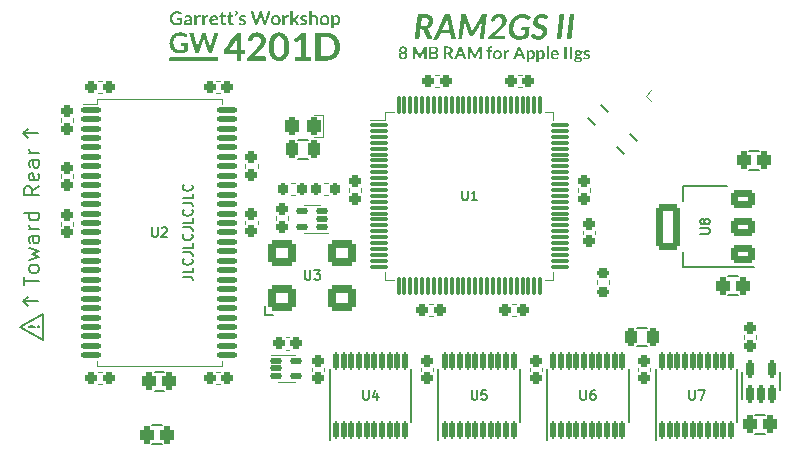
<source format=gto>
G04 #@! TF.GenerationSoftware,KiCad,Pcbnew,8.0.5*
G04 #@! TF.CreationDate,2024-10-02T03:22:53-04:00*
G04 #@! TF.ProjectId,RAM2GS,52414d32-4753-42e6-9b69-6361645f7063,2.2*
G04 #@! TF.SameCoordinates,Original*
G04 #@! TF.FileFunction,Legend,Top*
G04 #@! TF.FilePolarity,Positive*
%FSLAX46Y46*%
G04 Gerber Fmt 4.6, Leading zero omitted, Abs format (unit mm)*
G04 Created by KiCad (PCBNEW 8.0.5) date 2024-10-02 03:22:53*
%MOMM*%
%LPD*%
G01*
G04 APERTURE LIST*
G04 Aperture macros list*
%AMRoundRect*
0 Rectangle with rounded corners*
0 $1 Rounding radius*
0 $2 $3 $4 $5 $6 $7 $8 $9 X,Y pos of 4 corners*
0 Add a 4 corners polygon primitive as box body*
4,1,4,$2,$3,$4,$5,$6,$7,$8,$9,$2,$3,0*
0 Add four circle primitives for the rounded corners*
1,1,$1+$1,$2,$3*
1,1,$1+$1,$4,$5*
1,1,$1+$1,$6,$7*
1,1,$1+$1,$8,$9*
0 Add four rect primitives between the rounded corners*
20,1,$1+$1,$2,$3,$4,$5,0*
20,1,$1+$1,$4,$5,$6,$7,0*
20,1,$1+$1,$6,$7,$8,$9,0*
20,1,$1+$1,$8,$9,$2,$3,0*%
G04 Aperture macros list end*
%ADD10C,0.200000*%
%ADD11C,0.190500*%
%ADD12C,0.203200*%
%ADD13C,0.120000*%
%ADD14C,0.150000*%
%ADD15C,0.152400*%
%ADD16C,0.000000*%
%ADD17C,2.000000*%
%ADD18RoundRect,0.237500X0.287500X-0.237500X0.287500X0.237500X-0.287500X0.237500X-0.287500X-0.237500X0*%
%ADD19RoundRect,0.237500X-0.237500X-0.287500X0.237500X-0.287500X0.237500X0.287500X-0.237500X0.287500X0*%
%ADD20RoundRect,0.237500X-0.287500X0.237500X-0.287500X-0.237500X0.287500X-0.237500X0.287500X0.237500X0*%
%ADD21C,2.152400*%
%ADD22RoundRect,0.124500X0.124500X-0.624500X0.124500X0.624500X-0.124500X0.624500X-0.124500X-0.624500X0*%
%ADD23RoundRect,0.287500X0.287500X0.462500X-0.287500X0.462500X-0.287500X-0.462500X0.287500X-0.462500X0*%
%ADD24RoundRect,0.287500X-0.287500X-0.462500X0.287500X-0.462500X0.287500X0.462500X-0.287500X0.462500X0*%
%ADD25RoundRect,0.320000X0.730000X0.480000X-0.730000X0.480000X-0.730000X-0.480000X0.730000X-0.480000X0*%
%ADD26RoundRect,0.315000X0.735000X1.635000X-0.735000X1.635000X-0.735000X-1.635000X0.735000X-1.635000X0*%
%ADD27RoundRect,0.237500X-0.530330X-0.194454X-0.194454X-0.530330X0.530330X0.194454X0.194454X0.530330X0*%
%ADD28RoundRect,0.237500X0.530330X0.194454X0.194454X0.530330X-0.530330X-0.194454X-0.194454X-0.530330X0*%
%ADD29RoundRect,0.120000X-0.420000X-0.120000X0.420000X-0.120000X0.420000X0.120000X-0.420000X0.120000X0*%
%ADD30C,2.527300*%
%ADD31C,1.143000*%
%ADD32C,0.939800*%
%ADD33RoundRect,0.087000X-0.674500X-0.087000X0.674500X-0.087000X0.674500X0.087000X-0.674500X0.087000X0*%
%ADD34RoundRect,0.087000X-0.087000X-0.674500X0.087000X-0.674500X0.087000X0.674500X-0.087000X0.674500X0*%
%ADD35RoundRect,0.139500X-0.665500X-0.139500X0.665500X-0.139500X0.665500X0.139500X-0.665500X0.139500X0*%
%ADD36RoundRect,0.322860X-0.853340X-0.753340X0.853340X-0.753340X0.853340X0.753340X-0.853340X0.753340X0*%
%ADD37RoundRect,0.120000X0.420000X0.120000X-0.420000X0.120000X-0.420000X-0.120000X0.420000X-0.120000X0*%
%ADD38C,1.448000*%
%ADD39RoundRect,0.237500X0.237500X0.287500X-0.237500X0.287500X-0.237500X-0.287500X0.237500X-0.287500X0*%
%ADD40RoundRect,0.237500X0.237500X0.512500X-0.237500X0.512500X-0.237500X-0.512500X0.237500X-0.512500X0*%
%ADD41RoundRect,0.187500X0.187500X-0.537500X0.187500X0.537500X-0.187500X0.537500X-0.187500X-0.537500X0*%
%ADD42RoundRect,0.200000X0.200000X0.325000X-0.200000X0.325000X-0.200000X-0.325000X0.200000X-0.325000X0*%
%ADD43RoundRect,0.200000X-0.200000X-0.325000X0.200000X-0.325000X0.200000X0.325000X-0.200000X0.325000X0*%
%ADD44RoundRect,0.237500X-0.237500X-0.512500X0.237500X-0.512500X0.237500X0.512500X-0.237500X0.512500X0*%
%ADD45RoundRect,0.281850X0.281850X0.494350X-0.281850X0.494350X-0.281850X-0.494350X0.281850X-0.494350X0*%
%ADD46RoundRect,0.200000X-0.325000X0.200000X-0.325000X-0.200000X0.325000X-0.200000X0.325000X0.200000X0*%
%ADD47RoundRect,0.419100X-0.419100X-3.327100X0.419100X-3.327100X0.419100X3.327100X-0.419100X3.327100X0*%
G04 APERTURE END LIST*
D10*
X47625000Y-117475000D02*
X48006000Y-117094000D01*
X47625000Y-117475000D02*
X48006000Y-117856000D01*
X48895000Y-117475000D02*
X47625000Y-117475000D01*
X48895000Y-103251000D02*
X47625000Y-103251000D01*
X47625000Y-103251000D02*
X48006000Y-103632000D01*
X47625000Y-103251000D02*
X48006000Y-102870000D01*
X49276000Y-120713500D02*
X47371000Y-119634000D01*
X47371000Y-119634000D02*
X49276000Y-118554500D01*
X49276000Y-118554500D02*
X49276000Y-120713500D01*
X47694126Y-116138475D02*
X47694126Y-115412761D01*
X48964126Y-115775618D02*
X47694126Y-115775618D01*
X48964126Y-114807999D02*
X48903650Y-114928951D01*
X48903650Y-114928951D02*
X48843173Y-114989428D01*
X48843173Y-114989428D02*
X48722221Y-115049904D01*
X48722221Y-115049904D02*
X48359364Y-115049904D01*
X48359364Y-115049904D02*
X48238411Y-114989428D01*
X48238411Y-114989428D02*
X48177935Y-114928951D01*
X48177935Y-114928951D02*
X48117459Y-114807999D01*
X48117459Y-114807999D02*
X48117459Y-114626570D01*
X48117459Y-114626570D02*
X48177935Y-114505618D01*
X48177935Y-114505618D02*
X48238411Y-114445142D01*
X48238411Y-114445142D02*
X48359364Y-114384666D01*
X48359364Y-114384666D02*
X48722221Y-114384666D01*
X48722221Y-114384666D02*
X48843173Y-114445142D01*
X48843173Y-114445142D02*
X48903650Y-114505618D01*
X48903650Y-114505618D02*
X48964126Y-114626570D01*
X48964126Y-114626570D02*
X48964126Y-114807999D01*
X48117459Y-113961332D02*
X48964126Y-113719427D01*
X48964126Y-113719427D02*
X48359364Y-113477522D01*
X48359364Y-113477522D02*
X48964126Y-113235618D01*
X48964126Y-113235618D02*
X48117459Y-112993713D01*
X48964126Y-111965618D02*
X48298888Y-111965618D01*
X48298888Y-111965618D02*
X48177935Y-112026094D01*
X48177935Y-112026094D02*
X48117459Y-112147046D01*
X48117459Y-112147046D02*
X48117459Y-112388951D01*
X48117459Y-112388951D02*
X48177935Y-112509904D01*
X48903650Y-111965618D02*
X48964126Y-112086570D01*
X48964126Y-112086570D02*
X48964126Y-112388951D01*
X48964126Y-112388951D02*
X48903650Y-112509904D01*
X48903650Y-112509904D02*
X48782697Y-112570380D01*
X48782697Y-112570380D02*
X48661745Y-112570380D01*
X48661745Y-112570380D02*
X48540792Y-112509904D01*
X48540792Y-112509904D02*
X48480316Y-112388951D01*
X48480316Y-112388951D02*
X48480316Y-112086570D01*
X48480316Y-112086570D02*
X48419840Y-111965618D01*
X48964126Y-111360856D02*
X48117459Y-111360856D01*
X48359364Y-111360856D02*
X48238411Y-111300379D01*
X48238411Y-111300379D02*
X48177935Y-111239903D01*
X48177935Y-111239903D02*
X48117459Y-111118951D01*
X48117459Y-111118951D02*
X48117459Y-110997998D01*
X48964126Y-110030380D02*
X47694126Y-110030380D01*
X48903650Y-110030380D02*
X48964126Y-110151332D01*
X48964126Y-110151332D02*
X48964126Y-110393237D01*
X48964126Y-110393237D02*
X48903650Y-110514189D01*
X48903650Y-110514189D02*
X48843173Y-110574666D01*
X48843173Y-110574666D02*
X48722221Y-110635142D01*
X48722221Y-110635142D02*
X48359364Y-110635142D01*
X48359364Y-110635142D02*
X48238411Y-110574666D01*
X48238411Y-110574666D02*
X48177935Y-110514189D01*
X48177935Y-110514189D02*
X48117459Y-110393237D01*
X48117459Y-110393237D02*
X48117459Y-110151332D01*
X48117459Y-110151332D02*
X48177935Y-110030380D01*
X48964126Y-107732284D02*
X48359364Y-108155618D01*
X48964126Y-108457999D02*
X47694126Y-108457999D01*
X47694126Y-108457999D02*
X47694126Y-107974189D01*
X47694126Y-107974189D02*
X47754602Y-107853237D01*
X47754602Y-107853237D02*
X47815078Y-107792760D01*
X47815078Y-107792760D02*
X47936030Y-107732284D01*
X47936030Y-107732284D02*
X48117459Y-107732284D01*
X48117459Y-107732284D02*
X48238411Y-107792760D01*
X48238411Y-107792760D02*
X48298888Y-107853237D01*
X48298888Y-107853237D02*
X48359364Y-107974189D01*
X48359364Y-107974189D02*
X48359364Y-108457999D01*
X48903650Y-106704189D02*
X48964126Y-106825141D01*
X48964126Y-106825141D02*
X48964126Y-107067046D01*
X48964126Y-107067046D02*
X48903650Y-107187999D01*
X48903650Y-107187999D02*
X48782697Y-107248475D01*
X48782697Y-107248475D02*
X48298888Y-107248475D01*
X48298888Y-107248475D02*
X48177935Y-107187999D01*
X48177935Y-107187999D02*
X48117459Y-107067046D01*
X48117459Y-107067046D02*
X48117459Y-106825141D01*
X48117459Y-106825141D02*
X48177935Y-106704189D01*
X48177935Y-106704189D02*
X48298888Y-106643713D01*
X48298888Y-106643713D02*
X48419840Y-106643713D01*
X48419840Y-106643713D02*
X48540792Y-107248475D01*
X48964126Y-105555142D02*
X48298888Y-105555142D01*
X48298888Y-105555142D02*
X48177935Y-105615618D01*
X48177935Y-105615618D02*
X48117459Y-105736570D01*
X48117459Y-105736570D02*
X48117459Y-105978475D01*
X48117459Y-105978475D02*
X48177935Y-106099428D01*
X48903650Y-105555142D02*
X48964126Y-105676094D01*
X48964126Y-105676094D02*
X48964126Y-105978475D01*
X48964126Y-105978475D02*
X48903650Y-106099428D01*
X48903650Y-106099428D02*
X48782697Y-106159904D01*
X48782697Y-106159904D02*
X48661745Y-106159904D01*
X48661745Y-106159904D02*
X48540792Y-106099428D01*
X48540792Y-106099428D02*
X48480316Y-105978475D01*
X48480316Y-105978475D02*
X48480316Y-105676094D01*
X48480316Y-105676094D02*
X48419840Y-105555142D01*
X48964126Y-104950380D02*
X48117459Y-104950380D01*
X48359364Y-104950380D02*
X48238411Y-104889903D01*
X48238411Y-104889903D02*
X48177935Y-104829427D01*
X48177935Y-104829427D02*
X48117459Y-104708475D01*
X48117459Y-104708475D02*
X48117459Y-104587522D01*
D11*
X48866201Y-119634000D02*
X48904906Y-119595295D01*
X48904906Y-119595295D02*
X48943610Y-119634000D01*
X48943610Y-119634000D02*
X48904906Y-119672704D01*
X48904906Y-119672704D02*
X48866201Y-119634000D01*
X48866201Y-119634000D02*
X48943610Y-119634000D01*
X48633972Y-119634000D02*
X48169515Y-119672704D01*
X48169515Y-119672704D02*
X48130810Y-119634000D01*
X48130810Y-119634000D02*
X48169515Y-119595295D01*
X48169515Y-119595295D02*
X48633972Y-119634000D01*
X48633972Y-119634000D02*
X48130810Y-119634000D01*
D12*
X61152649Y-115404361D02*
X61733221Y-115404361D01*
X61733221Y-115404361D02*
X61849335Y-115443066D01*
X61849335Y-115443066D02*
X61926745Y-115520475D01*
X61926745Y-115520475D02*
X61965449Y-115636590D01*
X61965449Y-115636590D02*
X61965449Y-115713999D01*
X61965449Y-114630266D02*
X61965449Y-115017314D01*
X61965449Y-115017314D02*
X61152649Y-115017314D01*
X61888040Y-113894876D02*
X61926745Y-113933580D01*
X61926745Y-113933580D02*
X61965449Y-114049695D01*
X61965449Y-114049695D02*
X61965449Y-114127104D01*
X61965449Y-114127104D02*
X61926745Y-114243218D01*
X61926745Y-114243218D02*
X61849335Y-114320628D01*
X61849335Y-114320628D02*
X61771925Y-114359333D01*
X61771925Y-114359333D02*
X61617106Y-114398037D01*
X61617106Y-114398037D02*
X61500992Y-114398037D01*
X61500992Y-114398037D02*
X61346173Y-114359333D01*
X61346173Y-114359333D02*
X61268764Y-114320628D01*
X61268764Y-114320628D02*
X61191354Y-114243218D01*
X61191354Y-114243218D02*
X61152649Y-114127104D01*
X61152649Y-114127104D02*
X61152649Y-114049695D01*
X61152649Y-114049695D02*
X61191354Y-113933580D01*
X61191354Y-113933580D02*
X61230059Y-113894876D01*
X61152649Y-113314304D02*
X61733221Y-113314304D01*
X61733221Y-113314304D02*
X61849335Y-113353009D01*
X61849335Y-113353009D02*
X61926745Y-113430418D01*
X61926745Y-113430418D02*
X61965449Y-113546533D01*
X61965449Y-113546533D02*
X61965449Y-113623942D01*
X61965449Y-112540209D02*
X61965449Y-112927257D01*
X61965449Y-112927257D02*
X61152649Y-112927257D01*
X61888040Y-111804819D02*
X61926745Y-111843523D01*
X61926745Y-111843523D02*
X61965449Y-111959638D01*
X61965449Y-111959638D02*
X61965449Y-112037047D01*
X61965449Y-112037047D02*
X61926745Y-112153161D01*
X61926745Y-112153161D02*
X61849335Y-112230571D01*
X61849335Y-112230571D02*
X61771925Y-112269276D01*
X61771925Y-112269276D02*
X61617106Y-112307980D01*
X61617106Y-112307980D02*
X61500992Y-112307980D01*
X61500992Y-112307980D02*
X61346173Y-112269276D01*
X61346173Y-112269276D02*
X61268764Y-112230571D01*
X61268764Y-112230571D02*
X61191354Y-112153161D01*
X61191354Y-112153161D02*
X61152649Y-112037047D01*
X61152649Y-112037047D02*
X61152649Y-111959638D01*
X61152649Y-111959638D02*
X61191354Y-111843523D01*
X61191354Y-111843523D02*
X61230059Y-111804819D01*
X61152649Y-111224247D02*
X61733221Y-111224247D01*
X61733221Y-111224247D02*
X61849335Y-111262952D01*
X61849335Y-111262952D02*
X61926745Y-111340361D01*
X61926745Y-111340361D02*
X61965449Y-111456476D01*
X61965449Y-111456476D02*
X61965449Y-111533885D01*
X61965449Y-110450152D02*
X61965449Y-110837200D01*
X61965449Y-110837200D02*
X61152649Y-110837200D01*
X61888040Y-109714762D02*
X61926745Y-109753466D01*
X61926745Y-109753466D02*
X61965449Y-109869581D01*
X61965449Y-109869581D02*
X61965449Y-109946990D01*
X61965449Y-109946990D02*
X61926745Y-110063104D01*
X61926745Y-110063104D02*
X61849335Y-110140514D01*
X61849335Y-110140514D02*
X61771925Y-110179219D01*
X61771925Y-110179219D02*
X61617106Y-110217923D01*
X61617106Y-110217923D02*
X61500992Y-110217923D01*
X61500992Y-110217923D02*
X61346173Y-110179219D01*
X61346173Y-110179219D02*
X61268764Y-110140514D01*
X61268764Y-110140514D02*
X61191354Y-110063104D01*
X61191354Y-110063104D02*
X61152649Y-109946990D01*
X61152649Y-109946990D02*
X61152649Y-109869581D01*
X61152649Y-109869581D02*
X61191354Y-109753466D01*
X61191354Y-109753466D02*
X61230059Y-109714762D01*
X61152649Y-109134190D02*
X61733221Y-109134190D01*
X61733221Y-109134190D02*
X61849335Y-109172895D01*
X61849335Y-109172895D02*
X61926745Y-109250304D01*
X61926745Y-109250304D02*
X61965449Y-109366419D01*
X61965449Y-109366419D02*
X61965449Y-109443828D01*
X61965449Y-108360095D02*
X61965449Y-108747143D01*
X61965449Y-108747143D02*
X61152649Y-108747143D01*
X61888040Y-107624705D02*
X61926745Y-107663409D01*
X61926745Y-107663409D02*
X61965449Y-107779524D01*
X61965449Y-107779524D02*
X61965449Y-107856933D01*
X61965449Y-107856933D02*
X61926745Y-107973047D01*
X61926745Y-107973047D02*
X61849335Y-108050457D01*
X61849335Y-108050457D02*
X61771925Y-108089162D01*
X61771925Y-108089162D02*
X61617106Y-108127866D01*
X61617106Y-108127866D02*
X61500992Y-108127866D01*
X61500992Y-108127866D02*
X61346173Y-108089162D01*
X61346173Y-108089162D02*
X61268764Y-108050457D01*
X61268764Y-108050457D02*
X61191354Y-107973047D01*
X61191354Y-107973047D02*
X61152649Y-107856933D01*
X61152649Y-107856933D02*
X61152649Y-107779524D01*
X61152649Y-107779524D02*
X61191354Y-107663409D01*
X61191354Y-107663409D02*
X61230059Y-107624705D01*
X94805723Y-125002649D02*
X94805723Y-125660630D01*
X94805723Y-125660630D02*
X94844428Y-125738040D01*
X94844428Y-125738040D02*
X94883133Y-125776745D01*
X94883133Y-125776745D02*
X94960542Y-125815449D01*
X94960542Y-125815449D02*
X95115361Y-125815449D01*
X95115361Y-125815449D02*
X95192771Y-125776745D01*
X95192771Y-125776745D02*
X95231476Y-125738040D01*
X95231476Y-125738040D02*
X95270180Y-125660630D01*
X95270180Y-125660630D02*
X95270180Y-125002649D01*
X96005571Y-125002649D02*
X95850752Y-125002649D01*
X95850752Y-125002649D02*
X95773343Y-125041354D01*
X95773343Y-125041354D02*
X95734638Y-125080059D01*
X95734638Y-125080059D02*
X95657228Y-125196173D01*
X95657228Y-125196173D02*
X95618524Y-125350992D01*
X95618524Y-125350992D02*
X95618524Y-125660630D01*
X95618524Y-125660630D02*
X95657228Y-125738040D01*
X95657228Y-125738040D02*
X95695933Y-125776745D01*
X95695933Y-125776745D02*
X95773343Y-125815449D01*
X95773343Y-125815449D02*
X95928162Y-125815449D01*
X95928162Y-125815449D02*
X96005571Y-125776745D01*
X96005571Y-125776745D02*
X96044276Y-125738040D01*
X96044276Y-125738040D02*
X96082981Y-125660630D01*
X96082981Y-125660630D02*
X96082981Y-125467106D01*
X96082981Y-125467106D02*
X96044276Y-125389697D01*
X96044276Y-125389697D02*
X96005571Y-125350992D01*
X96005571Y-125350992D02*
X95928162Y-125312287D01*
X95928162Y-125312287D02*
X95773343Y-125312287D01*
X95773343Y-125312287D02*
X95695933Y-125350992D01*
X95695933Y-125350992D02*
X95657228Y-125389697D01*
X95657228Y-125389697D02*
X95618524Y-125467106D01*
X104005723Y-125002649D02*
X104005723Y-125660630D01*
X104005723Y-125660630D02*
X104044428Y-125738040D01*
X104044428Y-125738040D02*
X104083133Y-125776745D01*
X104083133Y-125776745D02*
X104160542Y-125815449D01*
X104160542Y-125815449D02*
X104315361Y-125815449D01*
X104315361Y-125815449D02*
X104392771Y-125776745D01*
X104392771Y-125776745D02*
X104431476Y-125738040D01*
X104431476Y-125738040D02*
X104470180Y-125660630D01*
X104470180Y-125660630D02*
X104470180Y-125002649D01*
X104779819Y-125002649D02*
X105321685Y-125002649D01*
X105321685Y-125002649D02*
X104973343Y-125815449D01*
X85605723Y-125002649D02*
X85605723Y-125660630D01*
X85605723Y-125660630D02*
X85644428Y-125738040D01*
X85644428Y-125738040D02*
X85683133Y-125776745D01*
X85683133Y-125776745D02*
X85760542Y-125815449D01*
X85760542Y-125815449D02*
X85915361Y-125815449D01*
X85915361Y-125815449D02*
X85992771Y-125776745D01*
X85992771Y-125776745D02*
X86031476Y-125738040D01*
X86031476Y-125738040D02*
X86070180Y-125660630D01*
X86070180Y-125660630D02*
X86070180Y-125002649D01*
X86844276Y-125002649D02*
X86457228Y-125002649D01*
X86457228Y-125002649D02*
X86418524Y-125389697D01*
X86418524Y-125389697D02*
X86457228Y-125350992D01*
X86457228Y-125350992D02*
X86534638Y-125312287D01*
X86534638Y-125312287D02*
X86728162Y-125312287D01*
X86728162Y-125312287D02*
X86805571Y-125350992D01*
X86805571Y-125350992D02*
X86844276Y-125389697D01*
X86844276Y-125389697D02*
X86882981Y-125467106D01*
X86882981Y-125467106D02*
X86882981Y-125660630D01*
X86882981Y-125660630D02*
X86844276Y-125738040D01*
X86844276Y-125738040D02*
X86805571Y-125776745D01*
X86805571Y-125776745D02*
X86728162Y-125815449D01*
X86728162Y-125815449D02*
X86534638Y-125815449D01*
X86534638Y-125815449D02*
X86457228Y-125776745D01*
X86457228Y-125776745D02*
X86418524Y-125738040D01*
X104939649Y-111769276D02*
X105597630Y-111769276D01*
X105597630Y-111769276D02*
X105675040Y-111730571D01*
X105675040Y-111730571D02*
X105713745Y-111691866D01*
X105713745Y-111691866D02*
X105752449Y-111614457D01*
X105752449Y-111614457D02*
X105752449Y-111459638D01*
X105752449Y-111459638D02*
X105713745Y-111382228D01*
X105713745Y-111382228D02*
X105675040Y-111343523D01*
X105675040Y-111343523D02*
X105597630Y-111304819D01*
X105597630Y-111304819D02*
X104939649Y-111304819D01*
X105287992Y-110801656D02*
X105249287Y-110879066D01*
X105249287Y-110879066D02*
X105210583Y-110917771D01*
X105210583Y-110917771D02*
X105133173Y-110956475D01*
X105133173Y-110956475D02*
X105094468Y-110956475D01*
X105094468Y-110956475D02*
X105017059Y-110917771D01*
X105017059Y-110917771D02*
X104978354Y-110879066D01*
X104978354Y-110879066D02*
X104939649Y-110801656D01*
X104939649Y-110801656D02*
X104939649Y-110646837D01*
X104939649Y-110646837D02*
X104978354Y-110569428D01*
X104978354Y-110569428D02*
X105017059Y-110530723D01*
X105017059Y-110530723D02*
X105094468Y-110492018D01*
X105094468Y-110492018D02*
X105133173Y-110492018D01*
X105133173Y-110492018D02*
X105210583Y-110530723D01*
X105210583Y-110530723D02*
X105249287Y-110569428D01*
X105249287Y-110569428D02*
X105287992Y-110646837D01*
X105287992Y-110646837D02*
X105287992Y-110801656D01*
X105287992Y-110801656D02*
X105326697Y-110879066D01*
X105326697Y-110879066D02*
X105365402Y-110917771D01*
X105365402Y-110917771D02*
X105442811Y-110956475D01*
X105442811Y-110956475D02*
X105597630Y-110956475D01*
X105597630Y-110956475D02*
X105675040Y-110917771D01*
X105675040Y-110917771D02*
X105713745Y-110879066D01*
X105713745Y-110879066D02*
X105752449Y-110801656D01*
X105752449Y-110801656D02*
X105752449Y-110646837D01*
X105752449Y-110646837D02*
X105713745Y-110569428D01*
X105713745Y-110569428D02*
X105675040Y-110530723D01*
X105675040Y-110530723D02*
X105597630Y-110492018D01*
X105597630Y-110492018D02*
X105442811Y-110492018D01*
X105442811Y-110492018D02*
X105365402Y-110530723D01*
X105365402Y-110530723D02*
X105326697Y-110569428D01*
X105326697Y-110569428D02*
X105287992Y-110646837D01*
X76405723Y-125002649D02*
X76405723Y-125660630D01*
X76405723Y-125660630D02*
X76444428Y-125738040D01*
X76444428Y-125738040D02*
X76483133Y-125776745D01*
X76483133Y-125776745D02*
X76560542Y-125815449D01*
X76560542Y-125815449D02*
X76715361Y-125815449D01*
X76715361Y-125815449D02*
X76792771Y-125776745D01*
X76792771Y-125776745D02*
X76831476Y-125738040D01*
X76831476Y-125738040D02*
X76870180Y-125660630D01*
X76870180Y-125660630D02*
X76870180Y-125002649D01*
X77605571Y-125273583D02*
X77605571Y-125815449D01*
X77412047Y-124963945D02*
X77218524Y-125544516D01*
X77218524Y-125544516D02*
X77721685Y-125544516D01*
X84780723Y-108102649D02*
X84780723Y-108760630D01*
X84780723Y-108760630D02*
X84819428Y-108838040D01*
X84819428Y-108838040D02*
X84858133Y-108876745D01*
X84858133Y-108876745D02*
X84935542Y-108915449D01*
X84935542Y-108915449D02*
X85090361Y-108915449D01*
X85090361Y-108915449D02*
X85167771Y-108876745D01*
X85167771Y-108876745D02*
X85206476Y-108838040D01*
X85206476Y-108838040D02*
X85245180Y-108760630D01*
X85245180Y-108760630D02*
X85245180Y-108102649D01*
X86057981Y-108915449D02*
X85593524Y-108915449D01*
X85825752Y-108915449D02*
X85825752Y-108102649D01*
X85825752Y-108102649D02*
X85748343Y-108218764D01*
X85748343Y-108218764D02*
X85670933Y-108296173D01*
X85670933Y-108296173D02*
X85593524Y-108334878D01*
X58530723Y-111202649D02*
X58530723Y-111860630D01*
X58530723Y-111860630D02*
X58569428Y-111938040D01*
X58569428Y-111938040D02*
X58608133Y-111976745D01*
X58608133Y-111976745D02*
X58685542Y-112015449D01*
X58685542Y-112015449D02*
X58840361Y-112015449D01*
X58840361Y-112015449D02*
X58917771Y-111976745D01*
X58917771Y-111976745D02*
X58956476Y-111938040D01*
X58956476Y-111938040D02*
X58995180Y-111860630D01*
X58995180Y-111860630D02*
X58995180Y-111202649D01*
X59343524Y-111280059D02*
X59382228Y-111241354D01*
X59382228Y-111241354D02*
X59459638Y-111202649D01*
X59459638Y-111202649D02*
X59653162Y-111202649D01*
X59653162Y-111202649D02*
X59730571Y-111241354D01*
X59730571Y-111241354D02*
X59769276Y-111280059D01*
X59769276Y-111280059D02*
X59807981Y-111357468D01*
X59807981Y-111357468D02*
X59807981Y-111434878D01*
X59807981Y-111434878D02*
X59769276Y-111550992D01*
X59769276Y-111550992D02*
X59304819Y-112015449D01*
X59304819Y-112015449D02*
X59807981Y-112015449D01*
X71480723Y-114852649D02*
X71480723Y-115510630D01*
X71480723Y-115510630D02*
X71519428Y-115588040D01*
X71519428Y-115588040D02*
X71558133Y-115626745D01*
X71558133Y-115626745D02*
X71635542Y-115665449D01*
X71635542Y-115665449D02*
X71790361Y-115665449D01*
X71790361Y-115665449D02*
X71867771Y-115626745D01*
X71867771Y-115626745D02*
X71906476Y-115588040D01*
X71906476Y-115588040D02*
X71945180Y-115510630D01*
X71945180Y-115510630D02*
X71945180Y-114852649D01*
X72254819Y-114852649D02*
X72757981Y-114852649D01*
X72757981Y-114852649D02*
X72487047Y-115162287D01*
X72487047Y-115162287D02*
X72603162Y-115162287D01*
X72603162Y-115162287D02*
X72680571Y-115200992D01*
X72680571Y-115200992D02*
X72719276Y-115239697D01*
X72719276Y-115239697D02*
X72757981Y-115317106D01*
X72757981Y-115317106D02*
X72757981Y-115510630D01*
X72757981Y-115510630D02*
X72719276Y-115588040D01*
X72719276Y-115588040D02*
X72680571Y-115626745D01*
X72680571Y-115626745D02*
X72603162Y-115665449D01*
X72603162Y-115665449D02*
X72370933Y-115665449D01*
X72370933Y-115665449D02*
X72293524Y-115626745D01*
X72293524Y-115626745D02*
X72254819Y-115588040D01*
D13*
X75190000Y-108212779D02*
X75190000Y-107887221D01*
X76210000Y-108212779D02*
X76210000Y-107887221D01*
X94590000Y-108212779D02*
X94590000Y-107887221D01*
X95610000Y-108212779D02*
X95610000Y-107887221D01*
X81987221Y-117740000D02*
X82312779Y-117740000D01*
X81987221Y-118760000D02*
X82312779Y-118760000D01*
X88987221Y-117740000D02*
X89312779Y-117740000D01*
X88987221Y-118760000D02*
X89312779Y-118760000D01*
X82487221Y-98340000D02*
X82812779Y-98340000D01*
X82487221Y-99360000D02*
X82812779Y-99360000D01*
X94990000Y-111487221D02*
X94990000Y-111812779D01*
X96010000Y-111487221D02*
X96010000Y-111812779D01*
X89487221Y-98340000D02*
X89812779Y-98340000D01*
X89487221Y-99360000D02*
X89812779Y-99360000D01*
X50840000Y-107062779D02*
X50840000Y-106737221D01*
X51860000Y-107062779D02*
X51860000Y-106737221D01*
X50840000Y-102262779D02*
X50840000Y-101937221D01*
X51860000Y-102262779D02*
X51860000Y-101937221D01*
X53987221Y-98840000D02*
X54312779Y-98840000D01*
X53987221Y-99860000D02*
X54312779Y-99860000D01*
X63987221Y-123440000D02*
X64312779Y-123440000D01*
X63987221Y-124460000D02*
X64312779Y-124460000D01*
X63987221Y-98840000D02*
X64312779Y-98840000D01*
X63987221Y-99860000D02*
X64312779Y-99860000D01*
X66440000Y-110637221D02*
X66440000Y-110962779D01*
X67460000Y-110637221D02*
X67460000Y-110962779D01*
X66440000Y-105837221D02*
X66440000Y-106162779D01*
X67460000Y-105837221D02*
X67460000Y-106162779D01*
X50840000Y-111062779D02*
X50840000Y-110737221D01*
X51860000Y-111062779D02*
X51860000Y-110737221D01*
X53987221Y-123440000D02*
X54312779Y-123440000D01*
X53987221Y-124460000D02*
X54312779Y-124460000D01*
D14*
X91975000Y-129200000D02*
X91975000Y-123225000D01*
X98875000Y-127675000D02*
X98875000Y-123225000D01*
D13*
X90490000Y-123087221D02*
X90490000Y-123412779D01*
X91510000Y-123087221D02*
X91510000Y-123412779D01*
X81290000Y-123087221D02*
X81290000Y-123412779D01*
X82310000Y-123087221D02*
X82310000Y-123412779D01*
D14*
X101175000Y-129200000D02*
X101175000Y-123225000D01*
X108075000Y-127675000D02*
X108075000Y-123225000D01*
D13*
X72090000Y-123087221D02*
X72090000Y-123412779D01*
X73110000Y-123087221D02*
X73110000Y-123412779D01*
D14*
X82775000Y-129200000D02*
X82775000Y-123225000D01*
X89675000Y-127675000D02*
X89675000Y-123225000D01*
D15*
X59334400Y-127978000D02*
X58521600Y-127978000D01*
X59334400Y-129578000D02*
X58521600Y-129578000D01*
X109575600Y-127089000D02*
X110388400Y-127089000D01*
X109575600Y-128689000D02*
X110388400Y-128689000D01*
X103477000Y-107740000D02*
X103477000Y-109000000D01*
X103477000Y-114560000D02*
X103477000Y-113300000D01*
X107237000Y-107740000D02*
X103477000Y-107740000D01*
X109487000Y-114560000D02*
X103477000Y-114560000D01*
X109093600Y-104750000D02*
X109906400Y-104750000D01*
X109093600Y-106350000D02*
X109906400Y-106350000D01*
X107293600Y-115350000D02*
X108106400Y-115350000D01*
X107293600Y-116950000D02*
X108106400Y-116950000D01*
X95446946Y-101978317D02*
X96021683Y-102553054D01*
X96578317Y-100846946D02*
X97153054Y-101421683D01*
X98471683Y-105003054D02*
X97896946Y-104428317D01*
X99603054Y-103871683D02*
X99028317Y-103296946D01*
D13*
X69220000Y-124310000D02*
X70630000Y-124310000D01*
X70630000Y-121990000D02*
X68600000Y-121990000D01*
X100330910Y-100067962D02*
X100779923Y-99618949D01*
X100779923Y-100516974D02*
X100330910Y-100067962D01*
D14*
X73575000Y-129200000D02*
X73575000Y-123225000D01*
X80475000Y-127675000D02*
X80475000Y-123225000D01*
D13*
X78290000Y-101440000D02*
X78290000Y-102140000D01*
X78290000Y-102140000D02*
X77000000Y-102140000D01*
X78290000Y-115660000D02*
X78290000Y-114960000D01*
X78990000Y-101440000D02*
X78290000Y-101440000D01*
X78990000Y-115660000D02*
X78290000Y-115660000D01*
X91810000Y-101440000D02*
X92510000Y-101440000D01*
X91810000Y-115660000D02*
X92510000Y-115660000D01*
X92510000Y-101440000D02*
X92510000Y-102140000D01*
X92510000Y-115660000D02*
X92510000Y-114960000D01*
X52650000Y-100750000D02*
X53850000Y-100750000D01*
X53850000Y-100350000D02*
X64450000Y-100350000D01*
X53850000Y-100750000D02*
X53850000Y-100350000D01*
X53850000Y-122550000D02*
X53850000Y-122950000D01*
X53850000Y-122950000D02*
X64450000Y-122950000D01*
X64450000Y-100350000D02*
X64450000Y-100750000D01*
X64450000Y-122550000D02*
X64450000Y-122950000D01*
D15*
X68100000Y-118600000D02*
X68100000Y-117900000D01*
X68100000Y-118600000D02*
X68800000Y-118600000D01*
D13*
X71370000Y-111660000D02*
X73400000Y-111660000D01*
X72780000Y-109340000D02*
X71370000Y-109340000D01*
X68990000Y-110562779D02*
X68990000Y-110237221D01*
X70010000Y-110562779D02*
X70010000Y-110237221D01*
D15*
X58743600Y-123450000D02*
X59556400Y-123450000D01*
X58743600Y-125050000D02*
X59556400Y-125050000D01*
D13*
X70162779Y-120540000D02*
X69837221Y-120540000D01*
X70162779Y-121560000D02*
X69837221Y-121560000D01*
X99690000Y-123087221D02*
X99690000Y-123412779D01*
X100710000Y-123087221D02*
X100710000Y-123412779D01*
X108640000Y-120662779D02*
X108640000Y-120337221D01*
X109660000Y-120662779D02*
X109660000Y-120337221D01*
D15*
X100406400Y-119700000D02*
X99593600Y-119700000D01*
X100406400Y-121300000D02*
X99593600Y-121300000D01*
X108520000Y-123490000D02*
X108520000Y-125750000D01*
X111680000Y-123490000D02*
X111680000Y-124950000D01*
D13*
X70612779Y-107440000D02*
X70287221Y-107440000D01*
X70612779Y-108460000D02*
X70287221Y-108460000D01*
X73087221Y-107440000D02*
X73412779Y-107440000D01*
X73087221Y-108460000D02*
X73412779Y-108460000D01*
D15*
X70893600Y-103800000D02*
X71706400Y-103800000D01*
X70893600Y-105400000D02*
X71706400Y-105400000D01*
D13*
X72250000Y-103600000D02*
X72985000Y-103600000D01*
X72985000Y-101700000D02*
X72250000Y-101700000D01*
X72985000Y-103600000D02*
X72985000Y-101700000D01*
X96240000Y-115687221D02*
X96240000Y-116012779D01*
X97260000Y-115687221D02*
X97260000Y-116012779D01*
D16*
G36*
X64063129Y-96797551D02*
G01*
X64087310Y-96813729D01*
X64101047Y-96829411D01*
X64113849Y-96848756D01*
X64113849Y-96964409D01*
X64113849Y-97080061D01*
X64099534Y-97100385D01*
X64086379Y-97115130D01*
X64070225Y-97128175D01*
X64064188Y-97131813D01*
X64043158Y-97142916D01*
X62057227Y-97142916D01*
X60071296Y-97142916D01*
X60050266Y-97131813D01*
X60034416Y-97120768D01*
X60019428Y-97106123D01*
X60014920Y-97100385D01*
X60000605Y-97080061D01*
X60000605Y-96964409D01*
X60000605Y-96848756D01*
X60013407Y-96829411D01*
X60031652Y-96809941D01*
X60051325Y-96797551D01*
X60076441Y-96785035D01*
X62057227Y-96785035D01*
X64038013Y-96785035D01*
X64063129Y-96797551D01*
G37*
G36*
X65725185Y-92846498D02*
G01*
X65729424Y-92851855D01*
X65736124Y-92863067D01*
X65741736Y-92873627D01*
X65763824Y-92927031D01*
X65776464Y-92981043D01*
X65779685Y-93035163D01*
X65773516Y-93088890D01*
X65757987Y-93141722D01*
X65733128Y-93193160D01*
X65721618Y-93211670D01*
X65711453Y-93225659D01*
X65697823Y-93242508D01*
X65682102Y-93260736D01*
X65665662Y-93278861D01*
X65649879Y-93295403D01*
X65636125Y-93308881D01*
X65625775Y-93317814D01*
X65620441Y-93320745D01*
X65614959Y-93318406D01*
X65603680Y-93312229D01*
X65588878Y-93303469D01*
X65586392Y-93301947D01*
X65570445Y-93291777D01*
X65557075Y-93282604D01*
X65548980Y-93276284D01*
X65548615Y-93275932D01*
X65542039Y-93264476D01*
X65542778Y-93249922D01*
X65551029Y-93231485D01*
X65564985Y-93210997D01*
X65591228Y-93170555D01*
X65608050Y-93130505D01*
X65615519Y-93090227D01*
X65613701Y-93049104D01*
X65602667Y-93006515D01*
X65590662Y-92977917D01*
X65579322Y-92952126D01*
X65573347Y-92932761D01*
X65572553Y-92918480D01*
X65576758Y-92907942D01*
X65580541Y-92903780D01*
X65588034Y-92899164D01*
X65601999Y-92892389D01*
X65620577Y-92884189D01*
X65641908Y-92875304D01*
X65664131Y-92866468D01*
X65685386Y-92858419D01*
X65703814Y-92851894D01*
X65717553Y-92847628D01*
X65724744Y-92846360D01*
X65725185Y-92846498D01*
G37*
G36*
X62586954Y-93244150D02*
G01*
X62618379Y-93253694D01*
X62643915Y-93268267D01*
X62644710Y-93268893D01*
X62646495Y-93273818D01*
X62646380Y-93284907D01*
X62644282Y-93303112D01*
X62640115Y-93329381D01*
X62638497Y-93338699D01*
X62633874Y-93364314D01*
X62629376Y-93388103D01*
X62625465Y-93407697D01*
X62622602Y-93420730D01*
X62622191Y-93422357D01*
X62617268Y-93435085D01*
X62609514Y-93443022D01*
X62597400Y-93446597D01*
X62579397Y-93446241D01*
X62553974Y-93442381D01*
X62552102Y-93442032D01*
X62506013Y-93437196D01*
X62464149Y-93440856D01*
X62426266Y-93453125D01*
X62392119Y-93474116D01*
X62361465Y-93503940D01*
X62334273Y-93542353D01*
X62317287Y-93570703D01*
X62317287Y-93832237D01*
X62317287Y-94093770D01*
X62214695Y-94093770D01*
X62112102Y-94093770D01*
X62112102Y-93676243D01*
X62112102Y-93258715D01*
X62188667Y-93258715D01*
X62217347Y-93258769D01*
X62238074Y-93259071D01*
X62252438Y-93259828D01*
X62262031Y-93261249D01*
X62268443Y-93263541D01*
X62273263Y-93266913D01*
X62276750Y-93270233D01*
X62282648Y-93276683D01*
X62287041Y-93283594D01*
X62290416Y-93292747D01*
X62293259Y-93305923D01*
X62296055Y-93324902D01*
X62299293Y-93351465D01*
X62299561Y-93353767D01*
X62305358Y-93403487D01*
X62322510Y-93377625D01*
X62355024Y-93334992D01*
X62391097Y-93299323D01*
X62429762Y-93271407D01*
X62470054Y-93252035D01*
X62480485Y-93248553D01*
X62515693Y-93241293D01*
X62551954Y-93239921D01*
X62586954Y-93244150D01*
G37*
G36*
X63250226Y-93244150D02*
G01*
X63281652Y-93253694D01*
X63307187Y-93268267D01*
X63307982Y-93268893D01*
X63309767Y-93273818D01*
X63309653Y-93284907D01*
X63307554Y-93303112D01*
X63303387Y-93329381D01*
X63301770Y-93338699D01*
X63297147Y-93364314D01*
X63292649Y-93388103D01*
X63288737Y-93407697D01*
X63285874Y-93420730D01*
X63285464Y-93422357D01*
X63280540Y-93435085D01*
X63272786Y-93443022D01*
X63260672Y-93446597D01*
X63242669Y-93446241D01*
X63217247Y-93442381D01*
X63215375Y-93442032D01*
X63169286Y-93437196D01*
X63127422Y-93440856D01*
X63089538Y-93453125D01*
X63055391Y-93474116D01*
X63024737Y-93503940D01*
X62997546Y-93542353D01*
X62980560Y-93570703D01*
X62980560Y-93832237D01*
X62980560Y-94093770D01*
X62877967Y-94093770D01*
X62775375Y-94093770D01*
X62775375Y-93676243D01*
X62775375Y-93258715D01*
X62851939Y-93258715D01*
X62880619Y-93258769D01*
X62901346Y-93259071D01*
X62915711Y-93259828D01*
X62925304Y-93261249D01*
X62931715Y-93263541D01*
X62936536Y-93266913D01*
X62940023Y-93270233D01*
X62945920Y-93276683D01*
X62950314Y-93283594D01*
X62953689Y-93292747D01*
X62956531Y-93305923D01*
X62959328Y-93324902D01*
X62962565Y-93351465D01*
X62962834Y-93353767D01*
X62968630Y-93403487D01*
X62985783Y-93377625D01*
X63018297Y-93334992D01*
X63054369Y-93299323D01*
X63093035Y-93271407D01*
X63133327Y-93252035D01*
X63143757Y-93248553D01*
X63178965Y-93241293D01*
X63215226Y-93239921D01*
X63250226Y-93244150D01*
G37*
G36*
X70045192Y-93244150D02*
G01*
X70076617Y-93253694D01*
X70102153Y-93268267D01*
X70102947Y-93268893D01*
X70104732Y-93273818D01*
X70104618Y-93284907D01*
X70102519Y-93303112D01*
X70098353Y-93329381D01*
X70096735Y-93338699D01*
X70092112Y-93364314D01*
X70087614Y-93388103D01*
X70083703Y-93407697D01*
X70080839Y-93420730D01*
X70080429Y-93422357D01*
X70075505Y-93435085D01*
X70067752Y-93443022D01*
X70055638Y-93446597D01*
X70037634Y-93446241D01*
X70012212Y-93442381D01*
X70010340Y-93442032D01*
X69964251Y-93437196D01*
X69922387Y-93440856D01*
X69884504Y-93453125D01*
X69850357Y-93474116D01*
X69819702Y-93503940D01*
X69792511Y-93542353D01*
X69775525Y-93570703D01*
X69775525Y-93832237D01*
X69775525Y-94093770D01*
X69672932Y-94093770D01*
X69570340Y-94093770D01*
X69570340Y-93676243D01*
X69570340Y-93258715D01*
X69646905Y-93258715D01*
X69675585Y-93258769D01*
X69696312Y-93259071D01*
X69710676Y-93259828D01*
X69720269Y-93261249D01*
X69726680Y-93263541D01*
X69731501Y-93266913D01*
X69734988Y-93270233D01*
X69740886Y-93276683D01*
X69745279Y-93283594D01*
X69748654Y-93292747D01*
X69751497Y-93305923D01*
X69754293Y-93324902D01*
X69757530Y-93351465D01*
X69757799Y-93353767D01*
X69763596Y-93403487D01*
X69780748Y-93377625D01*
X69813262Y-93334992D01*
X69849334Y-93299323D01*
X69888000Y-93271407D01*
X69928292Y-93252035D01*
X69938723Y-93248553D01*
X69973930Y-93241293D01*
X70010192Y-93239921D01*
X70045192Y-93244150D01*
G37*
G36*
X72051647Y-93110791D02*
G01*
X72051702Y-93156524D01*
X72051860Y-93199215D01*
X72052109Y-93237941D01*
X72052438Y-93271780D01*
X72052837Y-93299809D01*
X72053295Y-93321108D01*
X72053800Y-93334753D01*
X72054342Y-93339823D01*
X72054370Y-93339835D01*
X72059216Y-93337038D01*
X72069048Y-93329774D01*
X72079422Y-93321496D01*
X72122006Y-93290666D01*
X72165181Y-93268187D01*
X72210599Y-93253531D01*
X72259913Y-93246167D01*
X72314774Y-93245567D01*
X72316091Y-93245627D01*
X72368705Y-93251842D01*
X72415254Y-93265362D01*
X72456027Y-93286370D01*
X72491311Y-93315047D01*
X72521393Y-93351575D01*
X72543456Y-93389681D01*
X72550111Y-93403279D01*
X72555854Y-93415648D01*
X72560757Y-93427585D01*
X72564892Y-93439884D01*
X72568331Y-93453339D01*
X72571145Y-93468746D01*
X72573407Y-93486899D01*
X72575189Y-93508593D01*
X72576561Y-93534624D01*
X72577597Y-93565786D01*
X72578368Y-93602873D01*
X72578945Y-93646681D01*
X72579401Y-93698005D01*
X72579808Y-93757639D01*
X72580037Y-93794343D01*
X72581894Y-94093770D01*
X72479215Y-94093770D01*
X72376535Y-94093770D01*
X72375138Y-93799006D01*
X72373740Y-93504242D01*
X72357945Y-93472165D01*
X72341455Y-93444712D01*
X72322047Y-93424785D01*
X72298303Y-93411575D01*
X72268803Y-93404273D01*
X72234914Y-93402077D01*
X72191689Y-93406122D01*
X72150302Y-93418917D01*
X72110122Y-93440727D01*
X72071006Y-93471380D01*
X72051647Y-93488869D01*
X72051647Y-93791320D01*
X72051647Y-94093770D01*
X71949055Y-94093770D01*
X71846462Y-94093770D01*
X71846462Y-93487759D01*
X71846462Y-92881747D01*
X71949055Y-92881747D01*
X72051647Y-92881747D01*
X72051647Y-93110791D01*
G37*
G36*
X71382622Y-94734316D02*
G01*
X71548228Y-94735570D01*
X71549432Y-95765074D01*
X71550636Y-96794578D01*
X71760582Y-96794578D01*
X71970528Y-96794578D01*
X71970528Y-96944888D01*
X71970528Y-97095198D01*
X71319185Y-97095198D01*
X70667841Y-97095198D01*
X70667841Y-96944888D01*
X70667841Y-96794578D01*
X70906429Y-96794578D01*
X71145016Y-96794578D01*
X71145016Y-96036261D01*
X71145035Y-95951831D01*
X71145092Y-95869937D01*
X71145185Y-95791094D01*
X71145311Y-95715816D01*
X71145468Y-95644617D01*
X71145654Y-95578010D01*
X71145868Y-95516511D01*
X71146106Y-95460633D01*
X71146367Y-95410890D01*
X71146649Y-95367796D01*
X71146949Y-95331866D01*
X71147266Y-95303613D01*
X71147597Y-95283552D01*
X71147941Y-95272197D01*
X71148162Y-95269745D01*
X71148711Y-95263664D01*
X71146049Y-95263390D01*
X71141397Y-95266717D01*
X71130147Y-95275519D01*
X71113051Y-95289186D01*
X71090863Y-95307107D01*
X71064335Y-95328673D01*
X71034220Y-95353274D01*
X71001272Y-95380299D01*
X70970470Y-95405653D01*
X70935198Y-95434624D01*
X70901693Y-95461936D01*
X70870771Y-95486939D01*
X70843247Y-95508981D01*
X70819938Y-95527414D01*
X70801658Y-95541587D01*
X70789223Y-95550850D01*
X70783920Y-95554347D01*
X70755941Y-95563811D01*
X70724587Y-95566577D01*
X70692894Y-95562872D01*
X70663899Y-95552924D01*
X70649377Y-95544284D01*
X70640490Y-95536068D01*
X70627304Y-95521572D01*
X70611069Y-95502279D01*
X70593035Y-95479674D01*
X70574449Y-95455243D01*
X70574328Y-95455079D01*
X70556241Y-95430719D01*
X70539360Y-95408013D01*
X70524795Y-95388453D01*
X70513655Y-95373529D01*
X70507051Y-95364731D01*
X70506921Y-95364560D01*
X70495402Y-95349364D01*
X70625760Y-95237888D01*
X70654044Y-95213708D01*
X70688419Y-95184331D01*
X70727719Y-95150756D01*
X70770773Y-95113979D01*
X70816415Y-95074999D01*
X70863476Y-95034813D01*
X70910788Y-94994419D01*
X70957183Y-94954815D01*
X70986567Y-94929736D01*
X71217015Y-94733061D01*
X71382622Y-94734316D01*
G37*
G36*
X64569551Y-93134650D02*
G01*
X64569551Y-93268258D01*
X64679301Y-93268258D01*
X64789051Y-93268258D01*
X64789051Y-93339835D01*
X64789051Y-93411411D01*
X64679133Y-93411411D01*
X64569215Y-93411411D01*
X64570576Y-93651191D01*
X64570897Y-93705289D01*
X64571216Y-93750675D01*
X64571568Y-93788179D01*
X64571989Y-93818634D01*
X64572515Y-93842870D01*
X64573181Y-93861717D01*
X64574022Y-93876009D01*
X64575074Y-93886575D01*
X64576372Y-93894246D01*
X64577951Y-93899854D01*
X64579847Y-93904231D01*
X64581480Y-93907173D01*
X64598408Y-93927951D01*
X64619477Y-93940261D01*
X64644263Y-93944017D01*
X64672337Y-93939130D01*
X64694092Y-93930338D01*
X64709866Y-93922775D01*
X64722068Y-93918280D01*
X64732016Y-93917629D01*
X64741027Y-93921597D01*
X64750416Y-93930960D01*
X64761502Y-93946492D01*
X64775601Y-93968971D01*
X64784508Y-93983576D01*
X64814756Y-94033234D01*
X64799268Y-94046164D01*
X64780601Y-94059077D01*
X64755846Y-94072491D01*
X64728231Y-94084847D01*
X64700988Y-94094587D01*
X64695682Y-94096135D01*
X64670359Y-94101296D01*
X64639422Y-94104733D01*
X64605814Y-94106388D01*
X64572475Y-94106204D01*
X64542347Y-94104122D01*
X64518372Y-94100084D01*
X64516819Y-94099678D01*
X64477665Y-94084582D01*
X64442995Y-94062215D01*
X64414218Y-94033710D01*
X64392745Y-94000200D01*
X64392580Y-93999861D01*
X64387693Y-93989525D01*
X64383541Y-93979742D01*
X64380064Y-93969667D01*
X64377201Y-93958454D01*
X64374892Y-93945259D01*
X64373078Y-93929237D01*
X64371699Y-93909543D01*
X64370695Y-93885331D01*
X64370005Y-93855756D01*
X64369570Y-93819975D01*
X64369329Y-93777140D01*
X64369224Y-93726408D01*
X64369194Y-93670278D01*
X64369138Y-93411411D01*
X64317548Y-93411411D01*
X64294028Y-93411201D01*
X64278017Y-93410363D01*
X64267488Y-93408585D01*
X64260413Y-93405554D01*
X64255735Y-93401886D01*
X64248014Y-93391734D01*
X64243207Y-93377463D01*
X64240996Y-93357404D01*
X64241063Y-93329884D01*
X64241224Y-93325651D01*
X64242686Y-93289994D01*
X64278474Y-93284072D01*
X64301855Y-93280197D01*
X64326951Y-93276027D01*
X64345640Y-93272914D01*
X64377017Y-93267677D01*
X64397672Y-93154639D01*
X64403679Y-93122234D01*
X64409387Y-93092330D01*
X64414496Y-93066420D01*
X64418709Y-93045992D01*
X64421730Y-93032538D01*
X64422880Y-93028333D01*
X64428236Y-93017852D01*
X64436922Y-93010316D01*
X64450317Y-93005303D01*
X64469802Y-93002392D01*
X64496756Y-93001160D01*
X64512053Y-93001041D01*
X64569551Y-93001041D01*
X64569551Y-93134650D01*
G37*
G36*
X65199421Y-93134650D02*
G01*
X65199421Y-93268258D01*
X65309171Y-93268258D01*
X65418922Y-93268258D01*
X65418922Y-93339835D01*
X65418922Y-93411411D01*
X65309004Y-93411411D01*
X65199086Y-93411411D01*
X65200446Y-93651191D01*
X65200767Y-93705289D01*
X65201086Y-93750675D01*
X65201438Y-93788179D01*
X65201860Y-93818634D01*
X65202386Y-93842870D01*
X65203052Y-93861717D01*
X65203893Y-93876009D01*
X65204944Y-93886575D01*
X65206242Y-93894246D01*
X65207821Y-93899854D01*
X65209717Y-93904231D01*
X65211351Y-93907173D01*
X65228278Y-93927951D01*
X65249348Y-93940261D01*
X65274133Y-93944017D01*
X65302208Y-93939130D01*
X65323962Y-93930338D01*
X65339736Y-93922775D01*
X65351939Y-93918280D01*
X65361887Y-93917629D01*
X65370897Y-93921597D01*
X65380287Y-93930960D01*
X65391372Y-93946492D01*
X65405472Y-93968971D01*
X65414378Y-93983576D01*
X65444626Y-94033234D01*
X65429139Y-94046164D01*
X65410472Y-94059077D01*
X65385716Y-94072491D01*
X65358101Y-94084847D01*
X65330858Y-94094587D01*
X65325553Y-94096135D01*
X65300229Y-94101296D01*
X65269292Y-94104733D01*
X65235684Y-94106388D01*
X65202345Y-94106204D01*
X65172218Y-94104122D01*
X65148243Y-94100084D01*
X65146689Y-94099678D01*
X65107536Y-94084582D01*
X65072865Y-94062215D01*
X65044088Y-94033710D01*
X65022615Y-94000200D01*
X65022450Y-93999861D01*
X65017564Y-93989525D01*
X65013412Y-93979742D01*
X65009934Y-93969667D01*
X65007071Y-93958454D01*
X65004762Y-93945259D01*
X65002949Y-93929237D01*
X65001569Y-93909543D01*
X65000565Y-93885331D01*
X64999875Y-93855756D01*
X64999440Y-93819975D01*
X64999200Y-93777140D01*
X64999094Y-93726408D01*
X64999065Y-93670278D01*
X64999008Y-93411411D01*
X64947419Y-93411411D01*
X64923898Y-93411201D01*
X64907887Y-93410363D01*
X64897358Y-93408585D01*
X64890283Y-93405554D01*
X64885606Y-93401886D01*
X64877884Y-93391734D01*
X64873077Y-93377463D01*
X64870866Y-93357404D01*
X64870934Y-93329884D01*
X64871094Y-93325651D01*
X64872557Y-93289994D01*
X64908345Y-93284072D01*
X64931725Y-93280197D01*
X64956821Y-93276027D01*
X64975510Y-93272914D01*
X65006888Y-93267677D01*
X65027542Y-93154639D01*
X65033550Y-93122234D01*
X65039257Y-93092330D01*
X65044366Y-93066420D01*
X65048580Y-93045992D01*
X65051600Y-93032538D01*
X65052750Y-93028333D01*
X65058106Y-93017852D01*
X65066792Y-93010316D01*
X65080188Y-93005303D01*
X65099673Y-93002392D01*
X65126627Y-93001160D01*
X65141923Y-93001041D01*
X65199421Y-93001041D01*
X65199421Y-93134650D01*
G37*
G36*
X74195567Y-93241362D02*
G01*
X74238370Y-93247404D01*
X74276626Y-93259817D01*
X74312109Y-93279254D01*
X74346589Y-93306373D01*
X74361578Y-93320587D01*
X74392105Y-93354704D01*
X74416400Y-93390948D01*
X74436063Y-93431994D01*
X74447914Y-93464976D01*
X74462863Y-93523279D01*
X74472182Y-93586158D01*
X74475859Y-93651261D01*
X74473886Y-93716231D01*
X74466250Y-93778716D01*
X74452943Y-93836361D01*
X74449594Y-93847120D01*
X74426736Y-93903751D01*
X74397264Y-93954648D01*
X74361756Y-93999230D01*
X74320790Y-94036919D01*
X74274942Y-94067134D01*
X74224790Y-94089296D01*
X74201319Y-94096397D01*
X74177962Y-94100594D01*
X74148443Y-94103115D01*
X74115852Y-94103960D01*
X74083281Y-94103133D01*
X74053820Y-94100633D01*
X74030561Y-94096464D01*
X74029925Y-94096295D01*
X73996280Y-94084339D01*
X73962409Y-94067243D01*
X73932711Y-94047300D01*
X73927161Y-94042746D01*
X73907856Y-94026222D01*
X73907856Y-94195991D01*
X73907856Y-94365760D01*
X73805264Y-94365760D01*
X73702671Y-94365760D01*
X73702671Y-93875906D01*
X73702671Y-93809852D01*
X73702671Y-93498915D01*
X73907856Y-93498915D01*
X73907856Y-93687411D01*
X73907856Y-93875906D01*
X73929292Y-93896445D01*
X73944691Y-93909673D01*
X73961223Y-93921592D01*
X73970514Y-93927078D01*
X74007128Y-93940838D01*
X74047578Y-93947561D01*
X74089102Y-93947110D01*
X74128940Y-93939346D01*
X74140118Y-93935582D01*
X74172002Y-93918656D01*
X74200023Y-93893553D01*
X74223248Y-93861181D01*
X74229993Y-93848457D01*
X74241790Y-93822307D01*
X74250521Y-93797570D01*
X74256695Y-93771837D01*
X74260818Y-93742699D01*
X74263401Y-93707748D01*
X74264327Y-93685786D01*
X74264202Y-93623837D01*
X74259211Y-93569786D01*
X74249277Y-93523277D01*
X74234322Y-93483953D01*
X74214269Y-93451458D01*
X74213267Y-93450177D01*
X74188772Y-93426680D01*
X74158429Y-93410037D01*
X74123414Y-93400641D01*
X74084902Y-93398885D01*
X74065691Y-93400846D01*
X74030738Y-93408571D01*
X73999854Y-93421397D01*
X73970497Y-93440651D01*
X73943197Y-93464647D01*
X73907856Y-93498915D01*
X73702671Y-93498915D01*
X73702671Y-93253943D01*
X73774484Y-93253943D01*
X73807707Y-93254116D01*
X73832780Y-93255232D01*
X73851097Y-93258189D01*
X73864051Y-93263886D01*
X73873035Y-93273220D01*
X73879443Y-93287090D01*
X73884669Y-93306394D01*
X73889255Y-93327905D01*
X73892545Y-93343211D01*
X73895163Y-93354222D01*
X73896384Y-93358171D01*
X73900273Y-93355992D01*
X73909760Y-93348806D01*
X73923237Y-93337864D01*
X73933130Y-93329540D01*
X73972085Y-93298805D01*
X74008690Y-93275603D01*
X74045082Y-93259049D01*
X74083401Y-93248254D01*
X74125785Y-93242332D01*
X74146444Y-93241034D01*
X74195567Y-93241362D01*
G37*
G36*
X69043243Y-93248835D02*
G01*
X69050329Y-93249406D01*
X69114351Y-93259207D01*
X69173229Y-93276885D01*
X69226646Y-93302180D01*
X69274282Y-93334834D01*
X69315821Y-93374586D01*
X69350945Y-93421177D01*
X69379335Y-93474347D01*
X69400675Y-93533837D01*
X69401320Y-93536137D01*
X69408889Y-93571556D01*
X69414138Y-93613213D01*
X69416939Y-93658061D01*
X69417168Y-93703049D01*
X69414699Y-93745129D01*
X69411060Y-93772608D01*
X69395785Y-93836001D01*
X69373208Y-93893610D01*
X69343633Y-93945115D01*
X69307362Y-93990201D01*
X69264698Y-94028548D01*
X69215942Y-94059841D01*
X69161399Y-94083760D01*
X69101370Y-94099989D01*
X69098603Y-94100522D01*
X69062388Y-94105332D01*
X69020887Y-94107515D01*
X68977753Y-94107103D01*
X68936636Y-94104127D01*
X68902172Y-94098828D01*
X68842296Y-94081684D01*
X68787779Y-94056810D01*
X68738996Y-94024518D01*
X68696324Y-93985117D01*
X68660138Y-93938919D01*
X68630815Y-93886234D01*
X68622962Y-93868103D01*
X68609425Y-93830715D01*
X68599836Y-93794001D01*
X68593738Y-93755289D01*
X68590671Y-93711902D01*
X68590122Y-93678629D01*
X68800528Y-93678629D01*
X68803054Y-93738411D01*
X68810728Y-93790345D01*
X68823693Y-93834708D01*
X68842090Y-93871775D01*
X68866063Y-93901826D01*
X68895754Y-93925135D01*
X68931305Y-93941981D01*
X68937063Y-93943939D01*
X68956414Y-93947674D01*
X68985062Y-93949337D01*
X69012046Y-93949237D01*
X69037401Y-93948401D01*
X69055874Y-93946927D01*
X69070126Y-93944367D01*
X69082815Y-93940275D01*
X69093871Y-93935484D01*
X69124986Y-93916499D01*
X69151114Y-93890540D01*
X69172640Y-93857076D01*
X69189946Y-93815578D01*
X69196731Y-93793150D01*
X69200787Y-93771749D01*
X69203649Y-93743319D01*
X69205316Y-93710285D01*
X69205789Y-93675073D01*
X69205068Y-93640108D01*
X69203154Y-93607814D01*
X69200048Y-93580617D01*
X69196690Y-93564107D01*
X69181834Y-93519694D01*
X69163669Y-93483631D01*
X69141669Y-93455141D01*
X69115310Y-93433445D01*
X69103993Y-93426795D01*
X69067662Y-93412064D01*
X69028744Y-93404437D01*
X68989018Y-93403689D01*
X68950261Y-93409594D01*
X68914255Y-93421926D01*
X68882777Y-93440460D01*
X68864225Y-93457183D01*
X68841452Y-93487079D01*
X68823944Y-93522022D01*
X68811464Y-93562840D01*
X68803772Y-93610360D01*
X68800632Y-93665410D01*
X68800528Y-93678629D01*
X68590122Y-93678629D01*
X68590083Y-93676243D01*
X68591754Y-93622801D01*
X68597068Y-93575901D01*
X68606575Y-93533054D01*
X68620829Y-93491771D01*
X68640371Y-93449585D01*
X68670871Y-93400370D01*
X68708175Y-93357494D01*
X68751719Y-93321235D01*
X68800936Y-93291868D01*
X68855262Y-93269668D01*
X68914132Y-93254912D01*
X68976981Y-93247876D01*
X69043243Y-93248835D01*
G37*
G36*
X73175575Y-93248835D02*
G01*
X73182660Y-93249406D01*
X73246683Y-93259207D01*
X73305561Y-93276885D01*
X73358977Y-93302180D01*
X73406613Y-93334834D01*
X73448152Y-93374586D01*
X73483276Y-93421177D01*
X73511666Y-93474347D01*
X73533006Y-93533837D01*
X73533651Y-93536137D01*
X73541221Y-93571556D01*
X73546469Y-93613213D01*
X73549271Y-93658061D01*
X73549500Y-93703049D01*
X73547031Y-93745129D01*
X73543392Y-93772608D01*
X73528116Y-93836001D01*
X73505540Y-93893610D01*
X73475965Y-93945115D01*
X73439693Y-93990201D01*
X73397029Y-94028548D01*
X73348274Y-94059841D01*
X73293730Y-94083760D01*
X73233701Y-94099989D01*
X73230934Y-94100522D01*
X73194720Y-94105332D01*
X73153219Y-94107515D01*
X73110084Y-94107103D01*
X73068968Y-94104127D01*
X73034504Y-94098828D01*
X72974628Y-94081684D01*
X72920110Y-94056810D01*
X72871327Y-94024518D01*
X72828655Y-93985117D01*
X72792470Y-93938919D01*
X72763147Y-93886234D01*
X72755294Y-93868103D01*
X72741756Y-93830715D01*
X72732168Y-93794001D01*
X72726069Y-93755289D01*
X72723002Y-93711902D01*
X72722453Y-93678629D01*
X72932859Y-93678629D01*
X72935386Y-93738411D01*
X72943060Y-93790345D01*
X72956024Y-93834708D01*
X72974422Y-93871775D01*
X72998395Y-93901826D01*
X73028085Y-93925135D01*
X73063637Y-93941981D01*
X73069394Y-93943939D01*
X73088745Y-93947674D01*
X73117393Y-93949337D01*
X73144377Y-93949237D01*
X73169732Y-93948401D01*
X73188206Y-93946927D01*
X73202457Y-93944367D01*
X73215146Y-93940275D01*
X73226203Y-93935484D01*
X73257317Y-93916499D01*
X73283446Y-93890540D01*
X73304971Y-93857076D01*
X73322277Y-93815578D01*
X73329062Y-93793150D01*
X73333119Y-93771749D01*
X73335980Y-93743319D01*
X73337647Y-93710285D01*
X73338120Y-93675073D01*
X73337400Y-93640108D01*
X73335486Y-93607814D01*
X73332379Y-93580617D01*
X73329021Y-93564107D01*
X73314165Y-93519694D01*
X73296000Y-93483631D01*
X73274001Y-93455141D01*
X73247641Y-93433445D01*
X73236324Y-93426795D01*
X73199994Y-93412064D01*
X73161076Y-93404437D01*
X73121349Y-93403689D01*
X73082593Y-93409594D01*
X73046586Y-93421926D01*
X73015109Y-93440460D01*
X72996556Y-93457183D01*
X72973783Y-93487079D01*
X72956276Y-93522022D01*
X72943795Y-93562840D01*
X72936103Y-93610360D01*
X72932963Y-93665410D01*
X72932859Y-93678629D01*
X72722453Y-93678629D01*
X72722414Y-93676243D01*
X72724086Y-93622801D01*
X72729399Y-93575901D01*
X72738907Y-93533054D01*
X72753161Y-93491771D01*
X72772703Y-93449585D01*
X72803203Y-93400370D01*
X72840507Y-93357494D01*
X72884050Y-93321235D01*
X72933267Y-93291868D01*
X72987593Y-93269668D01*
X73046463Y-93254912D01*
X73109312Y-93247876D01*
X73175575Y-93248835D01*
G37*
G36*
X70448341Y-93230738D02*
G01*
X70448341Y-93579728D01*
X70479971Y-93577190D01*
X70489181Y-93576449D01*
X70497145Y-93575408D01*
X70504532Y-93573412D01*
X70512013Y-93569809D01*
X70520256Y-93563947D01*
X70529932Y-93555172D01*
X70541710Y-93542832D01*
X70556259Y-93526273D01*
X70574250Y-93504844D01*
X70596351Y-93477891D01*
X70623233Y-93444761D01*
X70650964Y-93410486D01*
X70676167Y-93379596D01*
X70700138Y-93350702D01*
X70722062Y-93324749D01*
X70741127Y-93302682D01*
X70756518Y-93285444D01*
X70767421Y-93273980D01*
X70772332Y-93269623D01*
X70777934Y-93266096D01*
X70783760Y-93263424D01*
X70791154Y-93261489D01*
X70801462Y-93260172D01*
X70816029Y-93259355D01*
X70836198Y-93258919D01*
X70863316Y-93258745D01*
X70895944Y-93258715D01*
X70930544Y-93258751D01*
X70956674Y-93258920D01*
X70975404Y-93259309D01*
X70987808Y-93260010D01*
X70994959Y-93261110D01*
X70997928Y-93262700D01*
X70997789Y-93264869D01*
X70996173Y-93267065D01*
X70991669Y-93272419D01*
X70981728Y-93284305D01*
X70967022Y-93301919D01*
X70948220Y-93324458D01*
X70925992Y-93351119D01*
X70901007Y-93381098D01*
X70873936Y-93413593D01*
X70857870Y-93432884D01*
X70829360Y-93466976D01*
X70802022Y-93499396D01*
X70776611Y-93529267D01*
X70753880Y-93555715D01*
X70734583Y-93577866D01*
X70719475Y-93594844D01*
X70709310Y-93605775D01*
X70706312Y-93608704D01*
X70685886Y-93627056D01*
X70702732Y-93644492D01*
X70708605Y-93651677D01*
X70719311Y-93665941D01*
X70734287Y-93686491D01*
X70752969Y-93712533D01*
X70774792Y-93743277D01*
X70799194Y-93777928D01*
X70825610Y-93815694D01*
X70853476Y-93855784D01*
X70867917Y-93876656D01*
X71016257Y-94091384D01*
X70912907Y-94092672D01*
X70878282Y-94093030D01*
X70851811Y-94093069D01*
X70832106Y-94092704D01*
X70817782Y-94091848D01*
X70807452Y-94090417D01*
X70799728Y-94088324D01*
X70793224Y-94085483D01*
X70792740Y-94085233D01*
X70787575Y-94081630D01*
X70780940Y-94075148D01*
X70772356Y-94065136D01*
X70761344Y-94050940D01*
X70747426Y-94031908D01*
X70730120Y-94007387D01*
X70708949Y-93976725D01*
X70683432Y-93939267D01*
X70658657Y-93902619D01*
X70629189Y-93858942D01*
X70604461Y-93822505D01*
X70583850Y-93792653D01*
X70566736Y-93768729D01*
X70552497Y-93750077D01*
X70540512Y-93736041D01*
X70530159Y-93725966D01*
X70520819Y-93719195D01*
X70511868Y-93715072D01*
X70502686Y-93712943D01*
X70492652Y-93712149D01*
X70481145Y-93712037D01*
X70478164Y-93712038D01*
X70448341Y-93712031D01*
X70448341Y-93902901D01*
X70448341Y-94093770D01*
X70345749Y-94093770D01*
X70243156Y-94093770D01*
X70243156Y-93487759D01*
X70243156Y-92881747D01*
X70345749Y-92881747D01*
X70448341Y-92881747D01*
X70448341Y-93230738D01*
G37*
G36*
X66091738Y-95468033D02*
G01*
X66091738Y-96202882D01*
X66239874Y-96202882D01*
X66388011Y-96202882D01*
X66386606Y-96336151D01*
X66386159Y-96375434D01*
X66385683Y-96406327D01*
X66385090Y-96429981D01*
X66384290Y-96447549D01*
X66383193Y-96460183D01*
X66381709Y-96469036D01*
X66379751Y-96475261D01*
X66377227Y-96480010D01*
X66375218Y-96482882D01*
X66364209Y-96494906D01*
X66350740Y-96506189D01*
X66349460Y-96507081D01*
X66344297Y-96510374D01*
X66338858Y-96512914D01*
X66331899Y-96514799D01*
X66322179Y-96516127D01*
X66308455Y-96516994D01*
X66289484Y-96517500D01*
X66264024Y-96517740D01*
X66230832Y-96517813D01*
X66212711Y-96517817D01*
X66091738Y-96517817D01*
X66091738Y-96806508D01*
X66091738Y-97095198D01*
X65915183Y-97095198D01*
X65738628Y-97095198D01*
X65738628Y-96806508D01*
X65738628Y-96517817D01*
X65227898Y-96517817D01*
X65144798Y-96517800D01*
X65070735Y-96517743D01*
X65005205Y-96517642D01*
X64947701Y-96517489D01*
X64897717Y-96517278D01*
X64854749Y-96517003D01*
X64818291Y-96516658D01*
X64787837Y-96516236D01*
X64762880Y-96515731D01*
X64742917Y-96515137D01*
X64727440Y-96514447D01*
X64715945Y-96513655D01*
X64707925Y-96512755D01*
X64702876Y-96511740D01*
X64701467Y-96511256D01*
X64680592Y-96499107D01*
X64660834Y-96481742D01*
X64645475Y-96462288D01*
X64640746Y-96453398D01*
X64637390Y-96443222D01*
X64632823Y-96425889D01*
X64627391Y-96403091D01*
X64621444Y-96376517D01*
X64615327Y-96347860D01*
X64609389Y-96318808D01*
X64603978Y-96291054D01*
X64599441Y-96266287D01*
X64596125Y-96246198D01*
X64594379Y-96232479D01*
X64594294Y-96227458D01*
X64597263Y-96222838D01*
X64605679Y-96210954D01*
X64611521Y-96202882D01*
X65023038Y-96202882D01*
X65380833Y-96202882D01*
X65738628Y-96202882D01*
X65738628Y-95773053D01*
X65738691Y-95690431D01*
X65738878Y-95614296D01*
X65739183Y-95545007D01*
X65739605Y-95482925D01*
X65740138Y-95428407D01*
X65740779Y-95381816D01*
X65741525Y-95343509D01*
X65742370Y-95313847D01*
X65743312Y-95293190D01*
X65743815Y-95286387D01*
X65745707Y-95263924D01*
X65747012Y-95244923D01*
X65747611Y-95231405D01*
X65747394Y-95225410D01*
X65744406Y-95228581D01*
X65736157Y-95238937D01*
X65723030Y-95255966D01*
X65705407Y-95279156D01*
X65683672Y-95307997D01*
X65658207Y-95341976D01*
X65629394Y-95380583D01*
X65597618Y-95423306D01*
X65563259Y-95469634D01*
X65526702Y-95519054D01*
X65488329Y-95571057D01*
X65466639Y-95600504D01*
X65425233Y-95656754D01*
X65383936Y-95712854D01*
X65343293Y-95768063D01*
X65303851Y-95821637D01*
X65266156Y-95872836D01*
X65230754Y-95920918D01*
X65198192Y-95965141D01*
X65169015Y-96004762D01*
X65143770Y-96039040D01*
X65123004Y-96067234D01*
X65107261Y-96088601D01*
X65105265Y-96091310D01*
X65023038Y-96202882D01*
X64611521Y-96202882D01*
X64619268Y-96192178D01*
X64637751Y-96166881D01*
X64660855Y-96135435D01*
X64688303Y-96098213D01*
X64719818Y-96055588D01*
X64755126Y-96007930D01*
X64793949Y-95955612D01*
X64836013Y-95899006D01*
X64881041Y-95838484D01*
X64928757Y-95774418D01*
X64978885Y-95707181D01*
X65031150Y-95637144D01*
X65085275Y-95564679D01*
X65140985Y-95490159D01*
X65151510Y-95476087D01*
X65707225Y-94733184D01*
X65899482Y-94733184D01*
X66091738Y-94733184D01*
X66091738Y-95468033D01*
G37*
G36*
X66274033Y-93248135D02*
G01*
X66332355Y-93259464D01*
X66386090Y-93278570D01*
X66427068Y-93300069D01*
X66446904Y-93312931D01*
X66464477Y-93325811D01*
X66478145Y-93337362D01*
X66486265Y-93346240D01*
X66487792Y-93349824D01*
X66485283Y-93355928D01*
X66478680Y-93367680D01*
X66469367Y-93382912D01*
X66458729Y-93399458D01*
X66448151Y-93415153D01*
X66439019Y-93427828D01*
X66433929Y-93434077D01*
X66422390Y-93442188D01*
X66406991Y-93444734D01*
X66386710Y-93441615D01*
X66360528Y-93432732D01*
X66343031Y-93425258D01*
X66298874Y-93407683D01*
X66259257Y-93397099D01*
X66222510Y-93393249D01*
X66186966Y-93395878D01*
X66171615Y-93398941D01*
X66140208Y-93409857D01*
X66116292Y-93425853D01*
X66100248Y-93446530D01*
X66092458Y-93471489D01*
X66091738Y-93482752D01*
X66093064Y-93499392D01*
X66097598Y-93513964D01*
X66106176Y-93527053D01*
X66119632Y-93539242D01*
X66138800Y-93551117D01*
X66164516Y-93563261D01*
X66197614Y-93576259D01*
X66238929Y-93590695D01*
X66252314Y-93595150D01*
X66299182Y-93611226D01*
X66337927Y-93625964D01*
X66369771Y-93639966D01*
X66395934Y-93653836D01*
X66417636Y-93668179D01*
X66436100Y-93683597D01*
X66441244Y-93688577D01*
X66463612Y-93713576D01*
X66479272Y-93738144D01*
X66489302Y-93764884D01*
X66494781Y-93796399D01*
X66496454Y-93821781D01*
X66495707Y-93866488D01*
X66489659Y-93905398D01*
X66477851Y-93940938D01*
X66471121Y-93955331D01*
X66445960Y-93994572D01*
X66413064Y-94028816D01*
X66373071Y-94057641D01*
X66326621Y-94080626D01*
X66274354Y-94097349D01*
X66247136Y-94103072D01*
X66227071Y-94105416D01*
X66200488Y-94106852D01*
X66170367Y-94107383D01*
X66139691Y-94107012D01*
X66111439Y-94105741D01*
X66088594Y-94103576D01*
X66084068Y-94102893D01*
X66059912Y-94097658D01*
X66031215Y-94089647D01*
X66001564Y-94080015D01*
X65974547Y-94069917D01*
X65955743Y-94061537D01*
X65940227Y-94053070D01*
X65922599Y-94042481D01*
X65905042Y-94031204D01*
X65889736Y-94020677D01*
X65878864Y-94012335D01*
X65874891Y-94008313D01*
X65875879Y-94002155D01*
X65881286Y-93990244D01*
X65889908Y-93974533D01*
X65900538Y-93956977D01*
X65911969Y-93939530D01*
X65922997Y-93924147D01*
X65932414Y-93912782D01*
X65935938Y-93909387D01*
X65952469Y-93900331D01*
X65972405Y-93898577D01*
X65996451Y-93904221D01*
X66025314Y-93917361D01*
X66035516Y-93923068D01*
X66068089Y-93940497D01*
X66096966Y-93952203D01*
X66125318Y-93959092D01*
X66156315Y-93962068D01*
X66173163Y-93962374D01*
X66195518Y-93962077D01*
X66211649Y-93960773D01*
X66224871Y-93957789D01*
X66238498Y-93952453D01*
X66250668Y-93946657D01*
X66269768Y-93936240D01*
X66282691Y-93926161D01*
X66292385Y-93913961D01*
X66295061Y-93909595D01*
X66302412Y-93895280D01*
X66305709Y-93882346D01*
X66305929Y-93866139D01*
X66305525Y-93859719D01*
X66302987Y-93842559D01*
X66297459Y-93827651D01*
X66288058Y-93814389D01*
X66273902Y-93802168D01*
X66254107Y-93790380D01*
X66227792Y-93778421D01*
X66194073Y-93765684D01*
X66152067Y-93751562D01*
X66144428Y-93749105D01*
X66097096Y-93733188D01*
X66057893Y-93718203D01*
X66025534Y-93703526D01*
X65998730Y-93688537D01*
X65976195Y-93672612D01*
X65963244Y-93661479D01*
X65934895Y-93629124D01*
X65914314Y-93592630D01*
X65901356Y-93553193D01*
X65895877Y-93512009D01*
X65897732Y-93470276D01*
X65906776Y-93429189D01*
X65922865Y-93389945D01*
X65945854Y-93353741D01*
X65975598Y-93321772D01*
X66007172Y-93298140D01*
X66048900Y-93275404D01*
X66091374Y-93259328D01*
X66136817Y-93249324D01*
X66187451Y-93244804D01*
X66210410Y-93244400D01*
X66274033Y-93248135D01*
G37*
G36*
X71465691Y-93248135D02*
G01*
X71524013Y-93259464D01*
X71577749Y-93278570D01*
X71618727Y-93300069D01*
X71638562Y-93312931D01*
X71656136Y-93325811D01*
X71669804Y-93337362D01*
X71677924Y-93346240D01*
X71679451Y-93349824D01*
X71676942Y-93355928D01*
X71670339Y-93367680D01*
X71661025Y-93382912D01*
X71650388Y-93399458D01*
X71639810Y-93415153D01*
X71630678Y-93427828D01*
X71625587Y-93434077D01*
X71614049Y-93442188D01*
X71598649Y-93444734D01*
X71578368Y-93441615D01*
X71552187Y-93432732D01*
X71534690Y-93425258D01*
X71490533Y-93407683D01*
X71450915Y-93397099D01*
X71414169Y-93393249D01*
X71378624Y-93395878D01*
X71363274Y-93398941D01*
X71331867Y-93409857D01*
X71307951Y-93425853D01*
X71291907Y-93446530D01*
X71284117Y-93471489D01*
X71283396Y-93482752D01*
X71284723Y-93499392D01*
X71289257Y-93513964D01*
X71297835Y-93527053D01*
X71311291Y-93539242D01*
X71330459Y-93551117D01*
X71356175Y-93563261D01*
X71389273Y-93576259D01*
X71430588Y-93590695D01*
X71443973Y-93595150D01*
X71490841Y-93611226D01*
X71529586Y-93625964D01*
X71561430Y-93639966D01*
X71587592Y-93653836D01*
X71609295Y-93668179D01*
X71627758Y-93683597D01*
X71632903Y-93688577D01*
X71655271Y-93713576D01*
X71670931Y-93738144D01*
X71680960Y-93764884D01*
X71686439Y-93796399D01*
X71688112Y-93821781D01*
X71687365Y-93866488D01*
X71681318Y-93905398D01*
X71669510Y-93940938D01*
X71662780Y-93955331D01*
X71637619Y-93994572D01*
X71604723Y-94028816D01*
X71564730Y-94057641D01*
X71518280Y-94080626D01*
X71466013Y-94097349D01*
X71438795Y-94103072D01*
X71418730Y-94105416D01*
X71392147Y-94106852D01*
X71362026Y-94107383D01*
X71331350Y-94107012D01*
X71303098Y-94105741D01*
X71280253Y-94103576D01*
X71275727Y-94102893D01*
X71251570Y-94097658D01*
X71222874Y-94089647D01*
X71193223Y-94080015D01*
X71166206Y-94069917D01*
X71147402Y-94061537D01*
X71131886Y-94053070D01*
X71114258Y-94042481D01*
X71096701Y-94031204D01*
X71081395Y-94020677D01*
X71070523Y-94012335D01*
X71066550Y-94008313D01*
X71067538Y-94002155D01*
X71072945Y-93990244D01*
X71081567Y-93974533D01*
X71092197Y-93956977D01*
X71103628Y-93939530D01*
X71114656Y-93924147D01*
X71124072Y-93912782D01*
X71127597Y-93909387D01*
X71144127Y-93900331D01*
X71164063Y-93898577D01*
X71188110Y-93904221D01*
X71216972Y-93917361D01*
X71227175Y-93923068D01*
X71259748Y-93940497D01*
X71288625Y-93952203D01*
X71316977Y-93959092D01*
X71347974Y-93962068D01*
X71364822Y-93962374D01*
X71387177Y-93962077D01*
X71403308Y-93960773D01*
X71416530Y-93957789D01*
X71430157Y-93952453D01*
X71442327Y-93946657D01*
X71461426Y-93936240D01*
X71474350Y-93926161D01*
X71484044Y-93913961D01*
X71486720Y-93909595D01*
X71494071Y-93895280D01*
X71497368Y-93882346D01*
X71497588Y-93866139D01*
X71497184Y-93859719D01*
X71494646Y-93842559D01*
X71489118Y-93827651D01*
X71479717Y-93814389D01*
X71465561Y-93802168D01*
X71445766Y-93790380D01*
X71419451Y-93778421D01*
X71385732Y-93765684D01*
X71343726Y-93751562D01*
X71336087Y-93749105D01*
X71288755Y-93733188D01*
X71249552Y-93718203D01*
X71217193Y-93703526D01*
X71190389Y-93688537D01*
X71167854Y-93672612D01*
X71154903Y-93661479D01*
X71126554Y-93629124D01*
X71105972Y-93592630D01*
X71093015Y-93553193D01*
X71087536Y-93512009D01*
X71089390Y-93470276D01*
X71098435Y-93429189D01*
X71114524Y-93389945D01*
X71137513Y-93353741D01*
X71167257Y-93321772D01*
X71198831Y-93298140D01*
X71240559Y-93275404D01*
X71283032Y-93259328D01*
X71328475Y-93249324D01*
X71379110Y-93244804D01*
X71402069Y-93244400D01*
X71465691Y-93248135D01*
G37*
G36*
X63814576Y-93250293D02*
G01*
X63843146Y-93251807D01*
X63865471Y-93254034D01*
X63884848Y-93257523D01*
X63904575Y-93262822D01*
X63920335Y-93267896D01*
X63963918Y-93284941D01*
X64000824Y-93305092D01*
X64033811Y-93330029D01*
X64054202Y-93349339D01*
X64090029Y-93392311D01*
X64117887Y-93440149D01*
X64137850Y-93493055D01*
X64149993Y-93551228D01*
X64154389Y-93614871D01*
X64154409Y-93619638D01*
X64153423Y-93650704D01*
X64150287Y-93673402D01*
X64144732Y-93688721D01*
X64136490Y-93697648D01*
X64132722Y-93699523D01*
X64126627Y-93700074D01*
X64111876Y-93700592D01*
X64089356Y-93701067D01*
X64059956Y-93701490D01*
X64024562Y-93701851D01*
X63984064Y-93702140D01*
X63939347Y-93702347D01*
X63891300Y-93702464D01*
X63858171Y-93702487D01*
X63808164Y-93702559D01*
X63761316Y-93702767D01*
X63718461Y-93703096D01*
X63680433Y-93703535D01*
X63648069Y-93704071D01*
X63622203Y-93704690D01*
X63603670Y-93705379D01*
X63593305Y-93706126D01*
X63591343Y-93706634D01*
X63592490Y-93718431D01*
X63595525Y-93736588D01*
X63599838Y-93758256D01*
X63604820Y-93780583D01*
X63609862Y-93800719D01*
X63614352Y-93815814D01*
X63615184Y-93818117D01*
X63634757Y-93857188D01*
X63661219Y-93890666D01*
X63693537Y-93917555D01*
X63730671Y-93936856D01*
X63743051Y-93941159D01*
X63765560Y-93946632D01*
X63791050Y-93949661D01*
X63822683Y-93950617D01*
X63823627Y-93950618D01*
X63855467Y-93949364D01*
X63884710Y-93945145D01*
X63913739Y-93937278D01*
X63944940Y-93925080D01*
X63980697Y-93907866D01*
X63990473Y-93902781D01*
X64017626Y-93889530D01*
X64038739Y-93881828D01*
X64055281Y-93879337D01*
X64068723Y-93881720D01*
X64073198Y-93883765D01*
X64079625Y-93889302D01*
X64090258Y-93900676D01*
X64103521Y-93916130D01*
X64115434Y-93930843D01*
X64148845Y-93973199D01*
X64124190Y-93997032D01*
X64086034Y-94029186D01*
X64043745Y-94055403D01*
X63995690Y-94076552D01*
X63944507Y-94092400D01*
X63916115Y-94098150D01*
X63881725Y-94102558D01*
X63843910Y-94105527D01*
X63805243Y-94106960D01*
X63768298Y-94106759D01*
X63735647Y-94104828D01*
X63710637Y-94101235D01*
X63654793Y-94086094D01*
X63605595Y-94065452D01*
X63561329Y-94038411D01*
X63520281Y-94004072D01*
X63514524Y-93998463D01*
X63476427Y-93955757D01*
X63445791Y-93910213D01*
X63422315Y-93860969D01*
X63405697Y-93807164D01*
X63395637Y-93747935D01*
X63391835Y-93682420D01*
X63392169Y-93647612D01*
X63393308Y-93616113D01*
X63394832Y-93591730D01*
X63396117Y-93580304D01*
X63596115Y-93580304D01*
X63600717Y-93580937D01*
X63613848Y-93581522D01*
X63634492Y-93582044D01*
X63661633Y-93582487D01*
X63694256Y-93582836D01*
X63731347Y-93583074D01*
X63771890Y-93583187D01*
X63785047Y-93583194D01*
X63973978Y-93583194D01*
X63970822Y-93558142D01*
X63961608Y-93513970D01*
X63945995Y-93476719D01*
X63926320Y-93449001D01*
X63897168Y-93423514D01*
X63862854Y-93405625D01*
X63824388Y-93395649D01*
X63782779Y-93393905D01*
X63759262Y-93396514D01*
X63717663Y-93407530D01*
X63681991Y-93426011D01*
X63652297Y-93451918D01*
X63628635Y-93485215D01*
X63624624Y-93492771D01*
X63617883Y-93507965D01*
X63610731Y-93526963D01*
X63604119Y-93546851D01*
X63598994Y-93564716D01*
X63596306Y-93577644D01*
X63596115Y-93580304D01*
X63396117Y-93580304D01*
X63397046Y-93572036D01*
X63400254Y-93554605D01*
X63404761Y-93537009D01*
X63407039Y-93529237D01*
X63428928Y-93470795D01*
X63457613Y-93418912D01*
X63493448Y-93373105D01*
X63536790Y-93332890D01*
X63568032Y-93310261D01*
X63615164Y-93284018D01*
X63665938Y-93265332D01*
X63721221Y-93253991D01*
X63781880Y-93249784D01*
X63814576Y-93250293D01*
G37*
G36*
X61629297Y-93246971D02*
G01*
X61651945Y-93247335D01*
X61669117Y-93248263D01*
X61682848Y-93249983D01*
X61695170Y-93252721D01*
X61708118Y-93256703D01*
X61718251Y-93260214D01*
X61767383Y-93282107D01*
X61809814Y-93310741D01*
X61845655Y-93346231D01*
X61875019Y-93388693D01*
X61898017Y-93438241D01*
X61902858Y-93451971D01*
X61905089Y-93458800D01*
X61907002Y-93465362D01*
X61908626Y-93472417D01*
X61909989Y-93480729D01*
X61911119Y-93491059D01*
X61912044Y-93504171D01*
X61912793Y-93520826D01*
X61913393Y-93541788D01*
X61913872Y-93567818D01*
X61914259Y-93599678D01*
X61914582Y-93638132D01*
X61914870Y-93683941D01*
X61915149Y-93737869D01*
X61915407Y-93791957D01*
X61916855Y-94098542D01*
X61872519Y-94098258D01*
X61836889Y-94097229D01*
X61809592Y-94094524D01*
X61789530Y-94089946D01*
X61775609Y-94083296D01*
X61771448Y-94079949D01*
X61763986Y-94069366D01*
X61756046Y-94052239D01*
X61749604Y-94033603D01*
X61744094Y-94015807D01*
X61740072Y-94005723D01*
X61736571Y-94001845D01*
X61732623Y-94002664D01*
X61730622Y-94004028D01*
X61722938Y-94009829D01*
X61710173Y-94019526D01*
X61694828Y-94031218D01*
X61691722Y-94033590D01*
X61655809Y-94057461D01*
X61615893Y-94077982D01*
X61575473Y-94093520D01*
X61548044Y-94100700D01*
X61511418Y-94105829D01*
X61471280Y-94107719D01*
X61431176Y-94106420D01*
X61394656Y-94101982D01*
X61377730Y-94098313D01*
X61333829Y-94082544D01*
X61296739Y-94060166D01*
X61266673Y-94031462D01*
X61243840Y-93996716D01*
X61228451Y-93956211D01*
X61220717Y-93910229D01*
X61219786Y-93886063D01*
X61220246Y-93875200D01*
X61414175Y-93875200D01*
X61418358Y-93905244D01*
X61430069Y-93929709D01*
X61448945Y-93948383D01*
X61474623Y-93961055D01*
X61506740Y-93967514D01*
X61544933Y-93967549D01*
X61568123Y-93964796D01*
X61603061Y-93955677D01*
X61639305Y-93939739D01*
X61673645Y-93918572D01*
X61693509Y-93902687D01*
X61721075Y-93878050D01*
X61719754Y-93810549D01*
X61718433Y-93743047D01*
X61665944Y-93744540D01*
X61617377Y-93747761D01*
X61571434Y-93754364D01*
X61529567Y-93763967D01*
X61493230Y-93776191D01*
X61463876Y-93790654D01*
X61448859Y-93801390D01*
X61429873Y-93820850D01*
X61418841Y-93841066D01*
X61414411Y-93864913D01*
X61414175Y-93875200D01*
X61220246Y-93875200D01*
X61220729Y-93863798D01*
X61223211Y-93841617D01*
X61226711Y-93824080D01*
X61226985Y-93823128D01*
X61242950Y-93785899D01*
X61267546Y-93751753D01*
X61300294Y-93720920D01*
X61340720Y-93693631D01*
X61388345Y-93670117D01*
X61442694Y-93650608D01*
X61503288Y-93635335D01*
X61569651Y-93624528D01*
X61641307Y-93618419D01*
X61651115Y-93617977D01*
X61722177Y-93615095D01*
X61719220Y-93566935D01*
X61714730Y-93523383D01*
X61706773Y-93488040D01*
X61694791Y-93460025D01*
X61678224Y-93438455D01*
X61656513Y-93422449D01*
X61629098Y-93411127D01*
X61618477Y-93408212D01*
X61600233Y-93404282D01*
X61584438Y-93402664D01*
X61567130Y-93403226D01*
X61544977Y-93405751D01*
X61527770Y-93408406D01*
X61512520Y-93411867D01*
X61497046Y-93416926D01*
X61479165Y-93424375D01*
X61456695Y-93435007D01*
X61435854Y-93445377D01*
X61409507Y-93458463D01*
X61389975Y-93467634D01*
X61375657Y-93473473D01*
X61364950Y-93476561D01*
X61356253Y-93477482D01*
X61348994Y-93476961D01*
X61330939Y-93472346D01*
X61315171Y-93462907D01*
X61300197Y-93447327D01*
X61284522Y-93424290D01*
X61279427Y-93415672D01*
X61257168Y-93377081D01*
X61268300Y-93365167D01*
X61281966Y-93353029D01*
X61302012Y-93338356D01*
X61326140Y-93322588D01*
X61352055Y-93307164D01*
X61377459Y-93293526D01*
X61397542Y-93284155D01*
X61431906Y-93270603D01*
X61463277Y-93260636D01*
X61494274Y-93253772D01*
X61527517Y-93249527D01*
X61565624Y-93247418D01*
X61599139Y-93246946D01*
X61629297Y-93246971D01*
G37*
G36*
X72852108Y-94738007D02*
G01*
X72937318Y-94738030D01*
X73013619Y-94738096D01*
X73081645Y-94738229D01*
X73142029Y-94738453D01*
X73195406Y-94738792D01*
X73242410Y-94739270D01*
X73283674Y-94739911D01*
X73319833Y-94740738D01*
X73351521Y-94741776D01*
X73379372Y-94743049D01*
X73404020Y-94744580D01*
X73426098Y-94746393D01*
X73446242Y-94748513D01*
X73465084Y-94750963D01*
X73483260Y-94753767D01*
X73501403Y-94756948D01*
X73520146Y-94760532D01*
X73536615Y-94763829D01*
X73641194Y-94789574D01*
X73740603Y-94823218D01*
X73834592Y-94864487D01*
X73922912Y-94913105D01*
X74005315Y-94968795D01*
X74081552Y-95031282D01*
X74151374Y-95100289D01*
X74214533Y-95175542D01*
X74270779Y-95256764D01*
X74319865Y-95343680D01*
X74361540Y-95436012D01*
X74395557Y-95533487D01*
X74421667Y-95635827D01*
X74439621Y-95742757D01*
X74442644Y-95768653D01*
X74444576Y-95791881D01*
X74446241Y-95821812D01*
X74447526Y-95855608D01*
X74448319Y-95890431D01*
X74448523Y-95916577D01*
X74448195Y-95950221D01*
X74447286Y-95985061D01*
X74445908Y-96018260D01*
X74444175Y-96046979D01*
X74442644Y-96064501D01*
X74426659Y-96172416D01*
X74402461Y-96275841D01*
X74370304Y-96374494D01*
X74330443Y-96468093D01*
X74283130Y-96556358D01*
X74228622Y-96639007D01*
X74167173Y-96715760D01*
X74099036Y-96786334D01*
X74024467Y-96850449D01*
X73943719Y-96907824D01*
X73857048Y-96958177D01*
X73764707Y-97001227D01*
X73666951Y-97036693D01*
X73564034Y-97064294D01*
X73531985Y-97071039D01*
X73512854Y-97074737D01*
X73494578Y-97078038D01*
X73476528Y-97080965D01*
X73458072Y-97083540D01*
X73438580Y-97085786D01*
X73417421Y-97087725D01*
X73393965Y-97089379D01*
X73367581Y-97090771D01*
X73337640Y-97091924D01*
X73303509Y-97092859D01*
X73264559Y-97093599D01*
X73220160Y-97094166D01*
X73169680Y-97094583D01*
X73112490Y-97094872D01*
X73047958Y-97095055D01*
X72975454Y-97095155D01*
X72894348Y-97095194D01*
X72851050Y-97095198D01*
X72357039Y-97095198D01*
X72357039Y-95916577D01*
X72800811Y-95916577D01*
X72800811Y-96747709D01*
X73078766Y-96745490D01*
X73137938Y-96745000D01*
X73188444Y-96744524D01*
X73231158Y-96744030D01*
X73266956Y-96743486D01*
X73296715Y-96742859D01*
X73321310Y-96742116D01*
X73341617Y-96741225D01*
X73358513Y-96740153D01*
X73372872Y-96738868D01*
X73385572Y-96737336D01*
X73397487Y-96735526D01*
X73409494Y-96733404D01*
X73411072Y-96733110D01*
X73487327Y-96714809D01*
X73560972Y-96689172D01*
X73630117Y-96656951D01*
X73684130Y-96624819D01*
X73711664Y-96604427D01*
X73742259Y-96578278D01*
X73773667Y-96548541D01*
X73803638Y-96517389D01*
X73829922Y-96486991D01*
X73839191Y-96475145D01*
X73857837Y-96447873D01*
X73877975Y-96414067D01*
X73898273Y-96376307D01*
X73917400Y-96337175D01*
X73934023Y-96299253D01*
X73945392Y-96269311D01*
X73967374Y-96193557D01*
X73983498Y-96112041D01*
X73993763Y-96026536D01*
X73998168Y-95938813D01*
X73996714Y-95850644D01*
X73989401Y-95763800D01*
X73976229Y-95680053D01*
X73957198Y-95601175D01*
X73945392Y-95563843D01*
X73932022Y-95529064D01*
X73914993Y-95490834D01*
X73895636Y-95451736D01*
X73875282Y-95414349D01*
X73855265Y-95381257D01*
X73839191Y-95358010D01*
X73815090Y-95328560D01*
X73786372Y-95297457D01*
X73755286Y-95266871D01*
X73724082Y-95238973D01*
X73695008Y-95215936D01*
X73684130Y-95208335D01*
X73620320Y-95171089D01*
X73550396Y-95139787D01*
X73476249Y-95115181D01*
X73411072Y-95100044D01*
X73398990Y-95097880D01*
X73387112Y-95096032D01*
X73374560Y-95094467D01*
X73360460Y-95093152D01*
X73343936Y-95092054D01*
X73324111Y-95091142D01*
X73300110Y-95090382D01*
X73271056Y-95089742D01*
X73236074Y-95089190D01*
X73194288Y-95088691D01*
X73144822Y-95088215D01*
X73086799Y-95087728D01*
X73078766Y-95087664D01*
X72800811Y-95085446D01*
X72800811Y-95916577D01*
X72357039Y-95916577D01*
X72357039Y-95085446D01*
X72357039Y-94737956D01*
X72852108Y-94738007D01*
G37*
G36*
X69371034Y-94713700D02*
G01*
X69457228Y-94726681D01*
X69539379Y-94748196D01*
X69617244Y-94778085D01*
X69690583Y-94816187D01*
X69759155Y-94862344D01*
X69822719Y-94916394D01*
X69881034Y-94978178D01*
X69933858Y-95047536D01*
X69980951Y-95124307D01*
X70017710Y-95198429D01*
X70050929Y-95279479D01*
X70078926Y-95362548D01*
X70101883Y-95448640D01*
X70119981Y-95538757D01*
X70133402Y-95633902D01*
X70142330Y-95735079D01*
X70146945Y-95843289D01*
X70147721Y-95914191D01*
X70145394Y-96032341D01*
X70138311Y-96142933D01*
X70126317Y-96246772D01*
X70109260Y-96344659D01*
X70086983Y-96437399D01*
X70059335Y-96525795D01*
X70026160Y-96610649D01*
X70005455Y-96656198D01*
X69962219Y-96736723D01*
X69912921Y-96810155D01*
X69857816Y-96876301D01*
X69797163Y-96934966D01*
X69731219Y-96985956D01*
X69660239Y-97029076D01*
X69584480Y-97064132D01*
X69504201Y-97090930D01*
X69419656Y-97109275D01*
X69403185Y-97111782D01*
X69370104Y-97115237D01*
X69330623Y-97117392D01*
X69287690Y-97118247D01*
X69244250Y-97117807D01*
X69203251Y-97116074D01*
X69167638Y-97113050D01*
X69156098Y-97111558D01*
X69071580Y-97094713D01*
X68991608Y-97069549D01*
X68916308Y-97036205D01*
X68845805Y-96994819D01*
X68780226Y-96945531D01*
X68719697Y-96888481D01*
X68664342Y-96823806D01*
X68614289Y-96751646D01*
X68569663Y-96672140D01*
X68530589Y-96585427D01*
X68497195Y-96491646D01*
X68469605Y-96390936D01*
X68458681Y-96341262D01*
X68441257Y-96239460D01*
X68428928Y-96131601D01*
X68421696Y-96019700D01*
X68419776Y-95917218D01*
X68837689Y-95917218D01*
X68839137Y-96006064D01*
X68843298Y-96093005D01*
X68850172Y-96176199D01*
X68859758Y-96253803D01*
X68871136Y-96319485D01*
X68890963Y-96403661D01*
X68914589Y-96479150D01*
X68942076Y-96546043D01*
X68973484Y-96604435D01*
X69008875Y-96654416D01*
X69048309Y-96696082D01*
X69091847Y-96729523D01*
X69139550Y-96754833D01*
X69162356Y-96763582D01*
X69216683Y-96777316D01*
X69273742Y-96782737D01*
X69331412Y-96779749D01*
X69369927Y-96772859D01*
X69388308Y-96767401D01*
X69411293Y-96758924D01*
X69435058Y-96748883D01*
X69445130Y-96744175D01*
X69491730Y-96716270D01*
X69534277Y-96679731D01*
X69572765Y-96634567D01*
X69607188Y-96580789D01*
X69637540Y-96518405D01*
X69663815Y-96447425D01*
X69684351Y-96374665D01*
X69695814Y-96325221D01*
X69705309Y-96277357D01*
X69712983Y-96229559D01*
X69718984Y-96180314D01*
X69723460Y-96128109D01*
X69726558Y-96071428D01*
X69728425Y-96008760D01*
X69729210Y-95938589D01*
X69729257Y-95914191D01*
X69728789Y-95841288D01*
X69727285Y-95776373D01*
X69724599Y-95717933D01*
X69720582Y-95664454D01*
X69715088Y-95614422D01*
X69707967Y-95566325D01*
X69699074Y-95518647D01*
X69688259Y-95469876D01*
X69684351Y-95453718D01*
X69661823Y-95374841D01*
X69635212Y-95304555D01*
X69604523Y-95242867D01*
X69569761Y-95189787D01*
X69530932Y-95145323D01*
X69488042Y-95109484D01*
X69445130Y-95084199D01*
X69405174Y-95066784D01*
X69367936Y-95055276D01*
X69329641Y-95048801D01*
X69286519Y-95046491D01*
X69281649Y-95046454D01*
X69241225Y-95047853D01*
X69205377Y-95052924D01*
X69170641Y-95062471D01*
X69133551Y-95077298D01*
X69118573Y-95084265D01*
X69074257Y-95110765D01*
X69033451Y-95146057D01*
X68996218Y-95190035D01*
X68962620Y-95242592D01*
X68932718Y-95303621D01*
X68906576Y-95373015D01*
X68884255Y-95450669D01*
X68871136Y-95508898D01*
X68859022Y-95579632D01*
X68849620Y-95657674D01*
X68842930Y-95741180D01*
X68838953Y-95828309D01*
X68837689Y-95917218D01*
X68419776Y-95917218D01*
X68419561Y-95905769D01*
X68422523Y-95791822D01*
X68430583Y-95679872D01*
X68443741Y-95571933D01*
X68458520Y-95486903D01*
X68482949Y-95383380D01*
X68513339Y-95286664D01*
X68549540Y-95196900D01*
X68591398Y-95114231D01*
X68638761Y-95038801D01*
X68691477Y-94970754D01*
X68749394Y-94910233D01*
X68812360Y-94857384D01*
X68880222Y-94812348D01*
X68952828Y-94775272D01*
X69030027Y-94746297D01*
X69111665Y-94725569D01*
X69197590Y-94713231D01*
X69281037Y-94709413D01*
X69371034Y-94713700D01*
G37*
G36*
X60733840Y-92910158D02*
G01*
X60788810Y-92918181D01*
X60840484Y-92930983D01*
X60890688Y-92948903D01*
X60931095Y-92967188D01*
X60953645Y-92979001D01*
X60977496Y-92992710D01*
X61001195Y-93007335D01*
X61023288Y-93021898D01*
X61042324Y-93035418D01*
X61056849Y-93046917D01*
X61065411Y-93055416D01*
X61067090Y-93058852D01*
X61064526Y-93064825D01*
X61057622Y-93076801D01*
X61047557Y-93092997D01*
X61035511Y-93111634D01*
X61022665Y-93130929D01*
X61010197Y-93149100D01*
X60999289Y-93164365D01*
X60991119Y-93174944D01*
X60987928Y-93178384D01*
X60976920Y-93184744D01*
X60962672Y-93189318D01*
X60961845Y-93189478D01*
X60951804Y-93190335D01*
X60941371Y-93188406D01*
X60927992Y-93182898D01*
X60909356Y-93173148D01*
X60873472Y-93153886D01*
X60843576Y-93138889D01*
X60817626Y-93127266D01*
X60793576Y-93118128D01*
X60769382Y-93110587D01*
X60759272Y-93107835D01*
X60738856Y-93102783D01*
X60720859Y-93099276D01*
X60702644Y-93097042D01*
X60681575Y-93095806D01*
X60655014Y-93095296D01*
X60637633Y-93095226D01*
X60595105Y-93096070D01*
X60559324Y-93099073D01*
X60527627Y-93104800D01*
X60497351Y-93113817D01*
X60465833Y-93126688D01*
X60446763Y-93135733D01*
X60425017Y-93147365D01*
X60406090Y-93159953D01*
X60387068Y-93175671D01*
X60365039Y-93196690D01*
X60364985Y-93196744D01*
X60345537Y-93216729D01*
X60331083Y-93233563D01*
X60319400Y-93250335D01*
X60308261Y-93270134D01*
X60299514Y-93287616D01*
X60280433Y-93331345D01*
X60266867Y-93373854D01*
X60258032Y-93418348D01*
X60253143Y-93468028D01*
X60252547Y-93479363D01*
X60253221Y-93552237D01*
X60262156Y-93620353D01*
X60279350Y-93683700D01*
X60304801Y-93742269D01*
X60309089Y-93750205D01*
X60326529Y-93776724D01*
X60349796Y-93805107D01*
X60376449Y-93832843D01*
X60404051Y-93857422D01*
X60430163Y-93876332D01*
X60433587Y-93878399D01*
X60483039Y-93902084D01*
X60537589Y-93918577D01*
X60595995Y-93927817D01*
X60657012Y-93929745D01*
X60719400Y-93924301D01*
X60781914Y-93911425D01*
X60826779Y-93897348D01*
X60866677Y-93882911D01*
X60866677Y-93775998D01*
X60866677Y-93669085D01*
X60782954Y-93669085D01*
X60752817Y-93669044D01*
X60730719Y-93668800D01*
X60715158Y-93668166D01*
X60704629Y-93666960D01*
X60697629Y-93664995D01*
X60692656Y-93662088D01*
X60688203Y-93658055D01*
X60687519Y-93657373D01*
X60682952Y-93652410D01*
X60679758Y-93647061D01*
X60677693Y-93639627D01*
X60676511Y-93628408D01*
X60675966Y-93611703D01*
X60675813Y-93587814D01*
X60675807Y-93576253D01*
X60675807Y-93506846D01*
X60873834Y-93506846D01*
X61071862Y-93506846D01*
X61071862Y-93743001D01*
X61071862Y-93979156D01*
X61049196Y-93995870D01*
X61028228Y-94009549D01*
X61000935Y-94024788D01*
X60970084Y-94040243D01*
X60938439Y-94054570D01*
X60908767Y-94066424D01*
X60892921Y-94071834D01*
X60835199Y-94087445D01*
X60776162Y-94098391D01*
X60713538Y-94104970D01*
X60645052Y-94107484D01*
X60623318Y-94107493D01*
X60597266Y-94107228D01*
X60574276Y-94106836D01*
X60556188Y-94106361D01*
X60544839Y-94105847D01*
X60542198Y-94105576D01*
X60534202Y-94104168D01*
X60519723Y-94101751D01*
X60501702Y-94098813D01*
X60499252Y-94098418D01*
X60434589Y-94083466D01*
X60370584Y-94059922D01*
X60308963Y-94028677D01*
X60251455Y-93990622D01*
X60199787Y-93946649D01*
X60193990Y-93940945D01*
X60147660Y-93887994D01*
X60107845Y-93828665D01*
X60075089Y-93764022D01*
X60049935Y-93695132D01*
X60033435Y-93625953D01*
X60028840Y-93590823D01*
X60026131Y-93549423D01*
X60025307Y-93504833D01*
X60026362Y-93460138D01*
X60029296Y-93418419D01*
X60033676Y-93385166D01*
X60050623Y-93312828D01*
X60075439Y-93244573D01*
X60107698Y-93181070D01*
X60146976Y-93122987D01*
X60192850Y-93070995D01*
X60244895Y-93025762D01*
X60274980Y-93004664D01*
X60301597Y-92987783D01*
X60323551Y-92974965D01*
X60343914Y-92964678D01*
X60365755Y-92955391D01*
X60392144Y-92945573D01*
X60396660Y-92943969D01*
X60436840Y-92930886D01*
X60474893Y-92921167D01*
X60513689Y-92914309D01*
X60556100Y-92909808D01*
X60604997Y-92907158D01*
X60606715Y-92907098D01*
X60673750Y-92906577D01*
X60733840Y-92910158D01*
G37*
G36*
X60986561Y-94701784D02*
G01*
X61060558Y-94707989D01*
X61129215Y-94718783D01*
X61194218Y-94734516D01*
X61257255Y-94755536D01*
X61320013Y-94782191D01*
X61331922Y-94787862D01*
X61362212Y-94803343D01*
X61393022Y-94820565D01*
X61423273Y-94838773D01*
X61451886Y-94857213D01*
X61477782Y-94875129D01*
X61499880Y-94891767D01*
X61517103Y-94906373D01*
X61528369Y-94918191D01*
X61532601Y-94926467D01*
X61532385Y-94928031D01*
X61527339Y-94938072D01*
X61517993Y-94953897D01*
X61505412Y-94973931D01*
X61490656Y-94996601D01*
X61474789Y-95020335D01*
X61458872Y-95043558D01*
X61443969Y-95064698D01*
X61431142Y-95082181D01*
X61421453Y-95094434D01*
X61416611Y-95099463D01*
X61395989Y-95109849D01*
X61371439Y-95114120D01*
X61346792Y-95111720D01*
X61341988Y-95110325D01*
X61331238Y-95105726D01*
X61314553Y-95097355D01*
X61294162Y-95086376D01*
X61272296Y-95073957D01*
X61271039Y-95073223D01*
X61222208Y-95046214D01*
X61176996Y-95024890D01*
X61132350Y-95008112D01*
X61085215Y-94994742D01*
X61032538Y-94983642D01*
X61028916Y-94982984D01*
X60997884Y-94978807D01*
X60960775Y-94976046D01*
X60920240Y-94974703D01*
X60878929Y-94974781D01*
X60839491Y-94976279D01*
X60804576Y-94979202D01*
X60780336Y-94982825D01*
X60712669Y-94999725D01*
X60651642Y-95022736D01*
X60596136Y-95052412D01*
X60545030Y-95089310D01*
X60518757Y-95112538D01*
X60471408Y-95163463D01*
X60431415Y-95219993D01*
X60398649Y-95282383D01*
X60372981Y-95350888D01*
X60354282Y-95425763D01*
X60350770Y-95444990D01*
X60347312Y-95466535D01*
X60344828Y-95485885D01*
X60343220Y-95505127D01*
X60342391Y-95526352D01*
X60342242Y-95551647D01*
X60342674Y-95583103D01*
X60343187Y-95606414D01*
X60344419Y-95647384D01*
X60346042Y-95680524D01*
X60348196Y-95707542D01*
X60351021Y-95730147D01*
X60354655Y-95750048D01*
X60355068Y-95751952D01*
X60375440Y-95826551D01*
X60402553Y-95896339D01*
X60435885Y-95960034D01*
X60447574Y-95978610D01*
X60465098Y-96002166D01*
X60488137Y-96028726D01*
X60514327Y-96055904D01*
X60541305Y-96081315D01*
X60566709Y-96102573D01*
X60579787Y-96112059D01*
X60638571Y-96145938D01*
X60702803Y-96172634D01*
X60771327Y-96191852D01*
X60842988Y-96203298D01*
X60916631Y-96206679D01*
X60947796Y-96205628D01*
X61007548Y-96200609D01*
X61062133Y-96192345D01*
X61115023Y-96180082D01*
X61169690Y-96163069D01*
X61206663Y-96149551D01*
X61243644Y-96135384D01*
X61243644Y-95978263D01*
X61243644Y-95821142D01*
X61123894Y-95821142D01*
X61080353Y-95821176D01*
X61045406Y-95820725D01*
X61018110Y-95818956D01*
X60997523Y-95815038D01*
X60982702Y-95808139D01*
X60972703Y-95797428D01*
X60966585Y-95782073D01*
X60963403Y-95761243D01*
X60962216Y-95734105D01*
X60962080Y-95699828D01*
X60962111Y-95678446D01*
X60962111Y-95577783D01*
X61248416Y-95577783D01*
X61534721Y-95577783D01*
X61534721Y-95930433D01*
X61534721Y-96283082D01*
X61495477Y-96308256D01*
X61416339Y-96353901D01*
X61333684Y-96391415D01*
X61246731Y-96421079D01*
X61154698Y-96443175D01*
X61090949Y-96453726D01*
X61061582Y-96456942D01*
X61025588Y-96459550D01*
X60984899Y-96461526D01*
X60941450Y-96462848D01*
X60897172Y-96463493D01*
X60854000Y-96463438D01*
X60813867Y-96462660D01*
X60778706Y-96461136D01*
X60750451Y-96458843D01*
X60742611Y-96457863D01*
X60652920Y-96440607D01*
X60566982Y-96414797D01*
X60485213Y-96380638D01*
X60408034Y-96338337D01*
X60335860Y-96288098D01*
X60269111Y-96230128D01*
X60258279Y-96219464D01*
X60210896Y-96168238D01*
X60170111Y-96115624D01*
X60133704Y-96058570D01*
X60110884Y-96016784D01*
X60073354Y-95933699D01*
X60044295Y-95846622D01*
X60023831Y-95756181D01*
X60012083Y-95663007D01*
X60009175Y-95567729D01*
X60011871Y-95507785D01*
X60023066Y-95411912D01*
X60042077Y-95320968D01*
X60068762Y-95235176D01*
X60102982Y-95154761D01*
X60144596Y-95079946D01*
X60193463Y-95010954D01*
X60249442Y-94948009D01*
X60312393Y-94891334D01*
X60382176Y-94841153D01*
X60458648Y-94797689D01*
X60458692Y-94797667D01*
X60533172Y-94764266D01*
X60609475Y-94738122D01*
X60688849Y-94718962D01*
X60772541Y-94706512D01*
X60861796Y-94700500D01*
X60905538Y-94699821D01*
X60986561Y-94701784D01*
G37*
G36*
X67518643Y-94718219D02*
G01*
X67603997Y-94729903D01*
X67684566Y-94748990D01*
X67760019Y-94775229D01*
X67830031Y-94808368D01*
X67894271Y-94848157D01*
X67952413Y-94894344D01*
X68004127Y-94946678D01*
X68049086Y-95004906D01*
X68086962Y-95068778D01*
X68117425Y-95138043D01*
X68140149Y-95212448D01*
X68151292Y-95267563D01*
X68154797Y-95296838D01*
X68157167Y-95332556D01*
X68158378Y-95371818D01*
X68158404Y-95411722D01*
X68157223Y-95449369D01*
X68154809Y-95481859D01*
X68153194Y-95494847D01*
X68137195Y-95573371D01*
X68112312Y-95651920D01*
X68078393Y-95730859D01*
X68035288Y-95810557D01*
X67999915Y-95866474D01*
X67985209Y-95888102D01*
X67970377Y-95909113D01*
X67954941Y-95930038D01*
X67938425Y-95951407D01*
X67920352Y-95973752D01*
X67900245Y-95997603D01*
X67877626Y-96023491D01*
X67852020Y-96051948D01*
X67822948Y-96083503D01*
X67789935Y-96118689D01*
X67752502Y-96158035D01*
X67710174Y-96202073D01*
X67662473Y-96251333D01*
X67608922Y-96306347D01*
X67556663Y-96359854D01*
X67517421Y-96399989D01*
X67477041Y-96441290D01*
X67436589Y-96482667D01*
X67397132Y-96523028D01*
X67359737Y-96561283D01*
X67325471Y-96596339D01*
X67295401Y-96627105D01*
X67270593Y-96652491D01*
X67263903Y-96659337D01*
X67239028Y-96684880D01*
X67216598Y-96708077D01*
X67197403Y-96728096D01*
X67182237Y-96744103D01*
X67171894Y-96755266D01*
X67167165Y-96760751D01*
X67166986Y-96761176D01*
X67172352Y-96760106D01*
X67185129Y-96757184D01*
X67203464Y-96752843D01*
X67225503Y-96747518D01*
X67227848Y-96746946D01*
X67249228Y-96741787D01*
X67268829Y-96737285D01*
X67287447Y-96733396D01*
X67305881Y-96730076D01*
X67324927Y-96727278D01*
X67345384Y-96724960D01*
X67368048Y-96723076D01*
X67393718Y-96721580D01*
X67423190Y-96720430D01*
X67457263Y-96719579D01*
X67496733Y-96718983D01*
X67542398Y-96718598D01*
X67595056Y-96718378D01*
X67655504Y-96718279D01*
X67724540Y-96718256D01*
X67739347Y-96718257D01*
X67812329Y-96718331D01*
X67877928Y-96718539D01*
X67935865Y-96718878D01*
X67985859Y-96719343D01*
X68027633Y-96719932D01*
X68060907Y-96720639D01*
X68085402Y-96721462D01*
X68100839Y-96722397D01*
X68106260Y-96723157D01*
X68136444Y-96736301D01*
X68162472Y-96757065D01*
X68182288Y-96783762D01*
X68184041Y-96787066D01*
X68198463Y-96815341D01*
X68199979Y-96955270D01*
X68201495Y-97095198D01*
X67389976Y-97095198D01*
X66578456Y-97095198D01*
X66578492Y-97027201D01*
X66579068Y-96986332D01*
X66580960Y-96953004D01*
X66584485Y-96925266D01*
X66589958Y-96901167D01*
X66597698Y-96878759D01*
X66605423Y-96861383D01*
X66608216Y-96855777D01*
X66611337Y-96850140D01*
X66615162Y-96844077D01*
X66620064Y-96837197D01*
X66626419Y-96829108D01*
X66634600Y-96819417D01*
X66644982Y-96807730D01*
X66657939Y-96793657D01*
X66673846Y-96776803D01*
X66693077Y-96756778D01*
X66716006Y-96733188D01*
X66743008Y-96705640D01*
X66774456Y-96673743D01*
X66810727Y-96637103D01*
X66852193Y-96595329D01*
X66899230Y-96548028D01*
X66952211Y-96494806D01*
X67011511Y-96435273D01*
X67019600Y-96427154D01*
X67089675Y-96356781D01*
X67153355Y-96292739D01*
X67211013Y-96234628D01*
X67263019Y-96182049D01*
X67309747Y-96134602D01*
X67351567Y-96091889D01*
X67388851Y-96053510D01*
X67421972Y-96019065D01*
X67451301Y-95988155D01*
X67477211Y-95960381D01*
X67500072Y-95935344D01*
X67520257Y-95912644D01*
X67538137Y-95891881D01*
X67554085Y-95872657D01*
X67568472Y-95854573D01*
X67581670Y-95837228D01*
X67594052Y-95820223D01*
X67605988Y-95803159D01*
X67617851Y-95785638D01*
X67620155Y-95782182D01*
X67639680Y-95750691D01*
X67660026Y-95714168D01*
X67679615Y-95675724D01*
X67696867Y-95638468D01*
X67710205Y-95605510D01*
X67711197Y-95602757D01*
X67726628Y-95550452D01*
X67737439Y-95494591D01*
X67743455Y-95437572D01*
X67744499Y-95381794D01*
X67740394Y-95329656D01*
X67733864Y-95294519D01*
X67717063Y-95242999D01*
X67693140Y-95196352D01*
X67662748Y-95155520D01*
X67626539Y-95121441D01*
X67601680Y-95104253D01*
X67556327Y-95081904D01*
X67505637Y-95066084D01*
X67451312Y-95056878D01*
X67395057Y-95054371D01*
X67338574Y-95058649D01*
X67283565Y-95069797D01*
X67236300Y-95085953D01*
X67189755Y-95110493D01*
X67147108Y-95143157D01*
X67109128Y-95183054D01*
X67076582Y-95229290D01*
X67050239Y-95280976D01*
X67036598Y-95317723D01*
X67020583Y-95358111D01*
X67000880Y-95389900D01*
X66977008Y-95413478D01*
X66948488Y-95429235D01*
X66914838Y-95437559D01*
X66886560Y-95439165D01*
X66873676Y-95438273D01*
X66853116Y-95435896D01*
X66826590Y-95432276D01*
X66795808Y-95427654D01*
X66762478Y-95422273D01*
X66740695Y-95418558D01*
X66623787Y-95398188D01*
X66625342Y-95374657D01*
X66627686Y-95356953D01*
X66632523Y-95332547D01*
X66639247Y-95303766D01*
X66647251Y-95272934D01*
X66655930Y-95242377D01*
X66664678Y-95214420D01*
X66672890Y-95191389D01*
X66673446Y-95189979D01*
X66708668Y-95113262D01*
X66750970Y-95042066D01*
X66799884Y-94976909D01*
X66854941Y-94918309D01*
X66915672Y-94866784D01*
X66981607Y-94822849D01*
X67028756Y-94797777D01*
X67102362Y-94766655D01*
X67178761Y-94742958D01*
X67259004Y-94726465D01*
X67344145Y-94716957D01*
X67428831Y-94714190D01*
X67518643Y-94718219D01*
G37*
G36*
X68503844Y-92914913D02*
G01*
X68526803Y-92915691D01*
X68545303Y-92916927D01*
X68557721Y-92918629D01*
X68562437Y-92920803D01*
X68562402Y-92921114D01*
X68560751Y-92926330D01*
X68556443Y-92940115D01*
X68549649Y-92961922D01*
X68540538Y-92991204D01*
X68529280Y-93027414D01*
X68516045Y-93070006D01*
X68501003Y-93118432D01*
X68484323Y-93172147D01*
X68466176Y-93230603D01*
X68446731Y-93293254D01*
X68426158Y-93359552D01*
X68404627Y-93428952D01*
X68382307Y-93500906D01*
X68379372Y-93510369D01*
X68198463Y-94093659D01*
X68097303Y-94093715D01*
X67996142Y-94093770D01*
X67978864Y-94040088D01*
X67974624Y-94026957D01*
X67967703Y-94005577D01*
X67958370Y-93976776D01*
X67946894Y-93941383D01*
X67933543Y-93900224D01*
X67918585Y-93854129D01*
X67902290Y-93803924D01*
X67884926Y-93750438D01*
X67866761Y-93694499D01*
X67848064Y-93636933D01*
X67845333Y-93628525D01*
X67826965Y-93571934D01*
X67809386Y-93517685D01*
X67792831Y-93466504D01*
X67777532Y-93419118D01*
X67763724Y-93376253D01*
X67751640Y-93338637D01*
X67741514Y-93306996D01*
X67733579Y-93282056D01*
X67728070Y-93264544D01*
X67725219Y-93255187D01*
X67724938Y-93254164D01*
X67722990Y-93247311D01*
X67721087Y-93244823D01*
X67718594Y-93247747D01*
X67714874Y-93257130D01*
X67709292Y-93274020D01*
X67705338Y-93286446D01*
X67701449Y-93298551D01*
X67694835Y-93318938D01*
X67685755Y-93346820D01*
X67674464Y-93381414D01*
X67661219Y-93421934D01*
X67646278Y-93467596D01*
X67629896Y-93517614D01*
X67612332Y-93571203D01*
X67593840Y-93627578D01*
X67574680Y-93685955D01*
X67566011Y-93712353D01*
X67547082Y-93770012D01*
X67529034Y-93825035D01*
X67512086Y-93876751D01*
X67496458Y-93924491D01*
X67482368Y-93967583D01*
X67470036Y-94005358D01*
X67459679Y-94037145D01*
X67451518Y-94062273D01*
X67445770Y-94080073D01*
X67442656Y-94089874D01*
X67442142Y-94091634D01*
X67437601Y-94092265D01*
X67424902Y-94092822D01*
X67405432Y-94093276D01*
X67380575Y-94093598D01*
X67351718Y-94093758D01*
X67340724Y-94093770D01*
X67239307Y-94093770D01*
X67057998Y-93511019D01*
X67035536Y-93438808D01*
X67013850Y-93369072D01*
X66993112Y-93302359D01*
X66973491Y-93239215D01*
X66955157Y-93180188D01*
X66938279Y-93125825D01*
X66923028Y-93076675D01*
X66909573Y-93033284D01*
X66898085Y-92996199D01*
X66888733Y-92965969D01*
X66881687Y-92943141D01*
X66877117Y-92928262D01*
X66875193Y-92921880D01*
X66875147Y-92921708D01*
X66876085Y-92919535D01*
X66880744Y-92917883D01*
X66890160Y-92916688D01*
X66905371Y-92915885D01*
X66927413Y-92915409D01*
X66957321Y-92915196D01*
X66980125Y-92915167D01*
X67015111Y-92915235D01*
X67041896Y-92915494D01*
X67061823Y-92916047D01*
X67076234Y-92916997D01*
X67086472Y-92918446D01*
X67093878Y-92920497D01*
X67099795Y-92923252D01*
X67101895Y-92924483D01*
X67114293Y-92933848D01*
X67123806Y-92944038D01*
X67124284Y-92944745D01*
X67126755Y-92951106D01*
X67131535Y-92965836D01*
X67138389Y-92988104D01*
X67147081Y-93017080D01*
X67157376Y-93051935D01*
X67169038Y-93091840D01*
X67181832Y-93135963D01*
X67195522Y-93183476D01*
X67209873Y-93233548D01*
X67224649Y-93285350D01*
X67239615Y-93338052D01*
X67254535Y-93390824D01*
X67269174Y-93442836D01*
X67283297Y-93493259D01*
X67296667Y-93541262D01*
X67309050Y-93586017D01*
X67320209Y-93626692D01*
X67329910Y-93662459D01*
X67337917Y-93692487D01*
X67343994Y-93715947D01*
X67347906Y-93732009D01*
X67348605Y-93735180D01*
X67359049Y-93784574D01*
X67367713Y-93747110D01*
X67370678Y-93736156D01*
X67376277Y-93717318D01*
X67384241Y-93691416D01*
X67394304Y-93659274D01*
X67406195Y-93621713D01*
X67419646Y-93579554D01*
X67434390Y-93533621D01*
X67450157Y-93484735D01*
X67466680Y-93433718D01*
X67483689Y-93381392D01*
X67500917Y-93328579D01*
X67518094Y-93276102D01*
X67534953Y-93224782D01*
X67551225Y-93175441D01*
X67566641Y-93128901D01*
X67580934Y-93085984D01*
X67593834Y-93047513D01*
X67605073Y-93014309D01*
X67614383Y-92987194D01*
X67621495Y-92966991D01*
X67626141Y-92954521D01*
X67627711Y-92950954D01*
X67637396Y-92938530D01*
X67650242Y-92927042D01*
X67651869Y-92925902D01*
X67659653Y-92921263D01*
X67668027Y-92918179D01*
X67679095Y-92916341D01*
X67694962Y-92915437D01*
X67717731Y-92915158D01*
X67724852Y-92915149D01*
X67756382Y-92915826D01*
X67780044Y-92918186D01*
X67797438Y-92922722D01*
X67810164Y-92929928D01*
X67819824Y-92940298D01*
X67823211Y-92945481D01*
X67825938Y-92952083D01*
X67831306Y-92966962D01*
X67839049Y-92989304D01*
X67848902Y-93018296D01*
X67860601Y-93053124D01*
X67873879Y-93092974D01*
X67888473Y-93137033D01*
X67904117Y-93184487D01*
X67920546Y-93234523D01*
X67937495Y-93286326D01*
X67954699Y-93339083D01*
X67971893Y-93391981D01*
X67988812Y-93444205D01*
X68005191Y-93494943D01*
X68020765Y-93543380D01*
X68035268Y-93588703D01*
X68048437Y-93630099D01*
X68060006Y-93666753D01*
X68069709Y-93697852D01*
X68077283Y-93722583D01*
X68082461Y-93740131D01*
X68084524Y-93747728D01*
X68092813Y-93781039D01*
X68103371Y-93730667D01*
X68106352Y-93718065D01*
X68111730Y-93697108D01*
X68119277Y-93668618D01*
X68128769Y-93633418D01*
X68139980Y-93592329D01*
X68152685Y-93546173D01*
X68166659Y-93495772D01*
X68181674Y-93441948D01*
X68197508Y-93385523D01*
X68213932Y-93327319D01*
X68217212Y-93315736D01*
X68236391Y-93248060D01*
X68253178Y-93188957D01*
X68267785Y-93137820D01*
X68280424Y-93094039D01*
X68291308Y-93057008D01*
X68300647Y-93026118D01*
X68308655Y-93000761D01*
X68315543Y-92980329D01*
X68321523Y-92964213D01*
X68326806Y-92951807D01*
X68331605Y-92942501D01*
X68336132Y-92935687D01*
X68340599Y-92930758D01*
X68345218Y-92927106D01*
X68350200Y-92924122D01*
X68354501Y-92921854D01*
X68363265Y-92919576D01*
X68378922Y-92917717D01*
X68399851Y-92916284D01*
X68424429Y-92915281D01*
X68451035Y-92914714D01*
X68478048Y-92914590D01*
X68503844Y-92914913D01*
G37*
G36*
X64137878Y-94731991D02*
G01*
X64136176Y-94737840D01*
X64131786Y-94752346D01*
X64124848Y-94775055D01*
X64115502Y-94805509D01*
X64103890Y-94843253D01*
X64090153Y-94887831D01*
X64074431Y-94938785D01*
X64056866Y-94995662D01*
X64037598Y-95058003D01*
X64016769Y-95125353D01*
X63994519Y-95197256D01*
X63970989Y-95273255D01*
X63946320Y-95352895D01*
X63920654Y-95435720D01*
X63894130Y-95521272D01*
X63871423Y-95594484D01*
X63607943Y-96443855D01*
X63460672Y-96443855D01*
X63313400Y-96443855D01*
X63118693Y-95843428D01*
X63094863Y-95769905D01*
X63071780Y-95698615D01*
X63049622Y-95630114D01*
X63028570Y-95564958D01*
X63008801Y-95503703D01*
X62990495Y-95446905D01*
X62973830Y-95395120D01*
X62958986Y-95348905D01*
X62946142Y-95308816D01*
X62935475Y-95275408D01*
X62927166Y-95249239D01*
X62921393Y-95230863D01*
X62918334Y-95220837D01*
X62917968Y-95219522D01*
X62914072Y-95206184D01*
X62910670Y-95197686D01*
X62909274Y-95196061D01*
X62906911Y-95200344D01*
X62902662Y-95211883D01*
X62897201Y-95228745D01*
X62893046Y-95242586D01*
X62889869Y-95252925D01*
X62883907Y-95271734D01*
X62875354Y-95298415D01*
X62864406Y-95332372D01*
X62851255Y-95373007D01*
X62836096Y-95419724D01*
X62819124Y-95471925D01*
X62800531Y-95529013D01*
X62780514Y-95590391D01*
X62759264Y-95655463D01*
X62736978Y-95723630D01*
X62713848Y-95794297D01*
X62690198Y-95866474D01*
X62500900Y-96443855D01*
X62354095Y-96445117D01*
X62310893Y-96445407D01*
X62276399Y-96445437D01*
X62249780Y-96445180D01*
X62230205Y-96444609D01*
X62216840Y-96443698D01*
X62208853Y-96442420D01*
X62205412Y-96440749D01*
X62205189Y-96440345D01*
X62203281Y-96434369D01*
X62198748Y-96419901D01*
X62191758Y-96397484D01*
X62182479Y-96367662D01*
X62171080Y-96330978D01*
X62157728Y-96287974D01*
X62142592Y-96239193D01*
X62125839Y-96185180D01*
X62107638Y-96126476D01*
X62088157Y-96063624D01*
X62067563Y-95997168D01*
X62046026Y-95927651D01*
X62023712Y-95855615D01*
X62000791Y-95781605D01*
X61977430Y-95706161D01*
X61953797Y-95629829D01*
X61930061Y-95553151D01*
X61906389Y-95476669D01*
X61882950Y-95400927D01*
X61859912Y-95326468D01*
X61837442Y-95253834D01*
X61815709Y-95183570D01*
X61794881Y-95116217D01*
X61775126Y-95052320D01*
X61756612Y-94992420D01*
X61739508Y-94937061D01*
X61723981Y-94886787D01*
X61710199Y-94842139D01*
X61698331Y-94803661D01*
X61688544Y-94771897D01*
X61681007Y-94747388D01*
X61675888Y-94730678D01*
X61673354Y-94722311D01*
X61673102Y-94721414D01*
X61677684Y-94720797D01*
X61690677Y-94720240D01*
X61710945Y-94719762D01*
X61737355Y-94719381D01*
X61768774Y-94719115D01*
X61804068Y-94718983D01*
X61824604Y-94718974D01*
X61870130Y-94719062D01*
X61907190Y-94719377D01*
X61936859Y-94720104D01*
X61960215Y-94721426D01*
X61978335Y-94723524D01*
X61992295Y-94726582D01*
X62003172Y-94730784D01*
X62012042Y-94736311D01*
X62019983Y-94743348D01*
X62028071Y-94752076D01*
X62029599Y-94753811D01*
X62031995Y-94756339D01*
X62034055Y-94758298D01*
X62035926Y-94760178D01*
X62037757Y-94762471D01*
X62039697Y-94765668D01*
X62041895Y-94770260D01*
X62044498Y-94776738D01*
X62047655Y-94785594D01*
X62051514Y-94797318D01*
X62056224Y-94812401D01*
X62061933Y-94831336D01*
X62068790Y-94854613D01*
X62076943Y-94882722D01*
X62086541Y-94916157D01*
X62097731Y-94955406D01*
X62110663Y-95000962D01*
X62125485Y-95053316D01*
X62142344Y-95112959D01*
X62161391Y-95180383D01*
X62182772Y-95256077D01*
X62202887Y-95327266D01*
X62226399Y-95410477D01*
X62247457Y-95485061D01*
X62266213Y-95551571D01*
X62282817Y-95610562D01*
X62297417Y-95662587D01*
X62310165Y-95708203D01*
X62321211Y-95747961D01*
X62330704Y-95782417D01*
X62338794Y-95812125D01*
X62345632Y-95837639D01*
X62351367Y-95859513D01*
X62356151Y-95878301D01*
X62360131Y-95894557D01*
X62363460Y-95908837D01*
X62366287Y-95921693D01*
X62368761Y-95933680D01*
X62371034Y-95945352D01*
X62372792Y-95954751D01*
X62376454Y-95972828D01*
X62379674Y-95985519D01*
X62382027Y-95991326D01*
X62382924Y-95990539D01*
X62385776Y-95976554D01*
X62389741Y-95959691D01*
X62394958Y-95939491D01*
X62401573Y-95915493D01*
X62409725Y-95887238D01*
X62419559Y-95854267D01*
X62431215Y-95816118D01*
X62444838Y-95772334D01*
X62460568Y-95722453D01*
X62478549Y-95666017D01*
X62498923Y-95602565D01*
X62521832Y-95531638D01*
X62547418Y-95452776D01*
X62575825Y-95365519D01*
X62588922Y-95325363D01*
X62616417Y-95241269D01*
X62642137Y-95162926D01*
X62665974Y-95090654D01*
X62687824Y-95024766D01*
X62707577Y-94965581D01*
X62725129Y-94913414D01*
X62740371Y-94868581D01*
X62753198Y-94831400D01*
X62763503Y-94802186D01*
X62771179Y-94781256D01*
X62776119Y-94768927D01*
X62777637Y-94765917D01*
X62789525Y-94751636D01*
X62804633Y-94738024D01*
X62809641Y-94734418D01*
X62817222Y-94729609D01*
X62824342Y-94726108D01*
X62832677Y-94723674D01*
X62843902Y-94722061D01*
X62859692Y-94721026D01*
X62881723Y-94720326D01*
X62910654Y-94719737D01*
X62946713Y-94719395D01*
X62974808Y-94720143D01*
X62996492Y-94722365D01*
X63013319Y-94726446D01*
X63026841Y-94732770D01*
X63038613Y-94741721D01*
X63050187Y-94753686D01*
X63050855Y-94754447D01*
X63053651Y-94757875D01*
X63056510Y-94762044D01*
X63059602Y-94767445D01*
X63063093Y-94774566D01*
X63067151Y-94783898D01*
X63071945Y-94795929D01*
X63077642Y-94811150D01*
X63084410Y-94830049D01*
X63092417Y-94853118D01*
X63101831Y-94880844D01*
X63112819Y-94913719D01*
X63125550Y-94952230D01*
X63140191Y-94996869D01*
X63156910Y-95048124D01*
X63175875Y-95106486D01*
X63197254Y-95172443D01*
X63221214Y-95246485D01*
X63247924Y-95329103D01*
X63249073Y-95332660D01*
X63272119Y-95404052D01*
X63294503Y-95473562D01*
X63316031Y-95540578D01*
X63336509Y-95604488D01*
X63355742Y-95664680D01*
X63373536Y-95720542D01*
X63389698Y-95771463D01*
X63404031Y-95816829D01*
X63416343Y-95856030D01*
X63426438Y-95888453D01*
X63434123Y-95913486D01*
X63439203Y-95930517D01*
X63441198Y-95937715D01*
X63447640Y-95962607D01*
X63452310Y-95978670D01*
X63455416Y-95986407D01*
X63457164Y-95986326D01*
X63457761Y-95978930D01*
X63457765Y-95978212D01*
X63458447Y-95969776D01*
X63460525Y-95956981D01*
X63464093Y-95939466D01*
X63469249Y-95916867D01*
X63476088Y-95888823D01*
X63484708Y-95854972D01*
X63495204Y-95814951D01*
X63507673Y-95768399D01*
X63522211Y-95714952D01*
X63538915Y-95654250D01*
X63557880Y-95585929D01*
X63579204Y-95509627D01*
X63602982Y-95424982D01*
X63629311Y-95331633D01*
X63636614Y-95305794D01*
X63656007Y-95237293D01*
X63674779Y-95171169D01*
X63692754Y-95108025D01*
X63709760Y-95048463D01*
X63725622Y-94993087D01*
X63740167Y-94942499D01*
X63753220Y-94897302D01*
X63764608Y-94858100D01*
X63774156Y-94825496D01*
X63781692Y-94800092D01*
X63787041Y-94782491D01*
X63790030Y-94773297D01*
X63790434Y-94772282D01*
X63799519Y-94758491D01*
X63811723Y-94745972D01*
X63812965Y-94744992D01*
X63822749Y-94737792D01*
X63831962Y-94732052D01*
X63841798Y-94727607D01*
X63853450Y-94724291D01*
X63868114Y-94721940D01*
X63886983Y-94720388D01*
X63911252Y-94719471D01*
X63942115Y-94719023D01*
X63980767Y-94718879D01*
X64001939Y-94718869D01*
X64140852Y-94718869D01*
X64137878Y-94731991D01*
G37*
G36*
X92120392Y-96426680D02*
G01*
X92120392Y-96978949D01*
X92026913Y-96978949D01*
X91933435Y-96978949D01*
X91933435Y-96426680D01*
X91933435Y-95874412D01*
X92026913Y-95874412D01*
X92120392Y-95874412D01*
X92120392Y-96426680D01*
G37*
G36*
X93642131Y-96441900D02*
G01*
X93642131Y-96978949D01*
X93539957Y-96978949D01*
X93437783Y-96978949D01*
X93437783Y-96441900D01*
X93437783Y-95904852D01*
X93539957Y-95904852D01*
X93642131Y-95904852D01*
X93642131Y-96441900D01*
G37*
G36*
X94107348Y-96441900D02*
G01*
X94107348Y-96978949D01*
X94005174Y-96978949D01*
X93903000Y-96978949D01*
X93903000Y-96441900D01*
X93903000Y-95904852D01*
X94005174Y-95904852D01*
X94107348Y-95904852D01*
X94107348Y-96441900D01*
G37*
G36*
X88722623Y-96204675D02*
G01*
X88751256Y-96213373D01*
X88774524Y-96226653D01*
X88775248Y-96227224D01*
X88776874Y-96231712D01*
X88776770Y-96241818D01*
X88774858Y-96258408D01*
X88771061Y-96282347D01*
X88769587Y-96290839D01*
X88765375Y-96314183D01*
X88761277Y-96335862D01*
X88757713Y-96353719D01*
X88755104Y-96365596D01*
X88754730Y-96367078D01*
X88750244Y-96378678D01*
X88743179Y-96385911D01*
X88732141Y-96389169D01*
X88715737Y-96388844D01*
X88692573Y-96385326D01*
X88690868Y-96385009D01*
X88648873Y-96380602D01*
X88610728Y-96383937D01*
X88576210Y-96395118D01*
X88545097Y-96414247D01*
X88517166Y-96441427D01*
X88492390Y-96476433D01*
X88476913Y-96502268D01*
X88476913Y-96740608D01*
X88476913Y-96978949D01*
X88383435Y-96978949D01*
X88289957Y-96978949D01*
X88289957Y-96598449D01*
X88289957Y-96217949D01*
X88359720Y-96217949D01*
X88385852Y-96217998D01*
X88404737Y-96218273D01*
X88417826Y-96218963D01*
X88426566Y-96220258D01*
X88432408Y-96222347D01*
X88436800Y-96225419D01*
X88439978Y-96228446D01*
X88445351Y-96234323D01*
X88449354Y-96240621D01*
X88452429Y-96248963D01*
X88455019Y-96260971D01*
X88457568Y-96278266D01*
X88460517Y-96302473D01*
X88460762Y-96304571D01*
X88466044Y-96349882D01*
X88481673Y-96326314D01*
X88511298Y-96287461D01*
X88544166Y-96254955D01*
X88579396Y-96229515D01*
X88616108Y-96211861D01*
X88625613Y-96208688D01*
X88657693Y-96202072D01*
X88690732Y-96200821D01*
X88722623Y-96204675D01*
G37*
G36*
X87281111Y-95884779D02*
G01*
X87306811Y-95887343D01*
X87316044Y-95888964D01*
X87339957Y-95893980D01*
X87341180Y-95942260D01*
X87341334Y-95969521D01*
X87340004Y-95989411D01*
X87336889Y-96003175D01*
X87331685Y-96012057D01*
X87324092Y-96017302D01*
X87322836Y-96017812D01*
X87314143Y-96019866D01*
X87299107Y-96022203D01*
X87280059Y-96024495D01*
X87264736Y-96025970D01*
X87237194Y-96029016D01*
X87216216Y-96033238D01*
X87199681Y-96039391D01*
X87185466Y-96048230D01*
X87173642Y-96058402D01*
X87160471Y-96074597D01*
X87150673Y-96095493D01*
X87143910Y-96122182D01*
X87139848Y-96155754D01*
X87138911Y-96171202D01*
X87136503Y-96222297D01*
X87237143Y-96222297D01*
X87337783Y-96222297D01*
X87337783Y-96287526D01*
X87337783Y-96352754D01*
X87242159Y-96352754D01*
X87146536Y-96352754D01*
X87145420Y-96664764D01*
X87144305Y-96976774D01*
X87051913Y-96977948D01*
X86959522Y-96979122D01*
X86959522Y-96671039D01*
X86959522Y-96362956D01*
X86923671Y-96357467D01*
X86896017Y-96352681D01*
X86875864Y-96347184D01*
X86862037Y-96339668D01*
X86853361Y-96328820D01*
X86848663Y-96313332D01*
X86846767Y-96291891D01*
X86846479Y-96271338D01*
X86846479Y-96222297D01*
X86903000Y-96222297D01*
X86959522Y-96222297D01*
X86959522Y-96174846D01*
X86962634Y-96119772D01*
X86972032Y-96070542D01*
X86987807Y-96026896D01*
X87010050Y-95988573D01*
X87035246Y-95958846D01*
X87063788Y-95935175D01*
X87098096Y-95914608D01*
X87135398Y-95898595D01*
X87167415Y-95889645D01*
X87191356Y-95886189D01*
X87220324Y-95884216D01*
X87251262Y-95883742D01*
X87281111Y-95884779D01*
G37*
G36*
X93170320Y-93157312D02*
G01*
X93208513Y-93157443D01*
X93238431Y-93157597D01*
X93431741Y-93158729D01*
X93300276Y-94232826D01*
X93288563Y-94328515D01*
X93277128Y-94421926D01*
X93266015Y-94512694D01*
X93255270Y-94600451D01*
X93244937Y-94684831D01*
X93235061Y-94765466D01*
X93225687Y-94841991D01*
X93216861Y-94914037D01*
X93208626Y-94981239D01*
X93201029Y-95043230D01*
X93194114Y-95099642D01*
X93187925Y-95150109D01*
X93182509Y-95194264D01*
X93177909Y-95231740D01*
X93174171Y-95262171D01*
X93171340Y-95285189D01*
X93169461Y-95300428D01*
X93168579Y-95307520D01*
X93168514Y-95308010D01*
X93164249Y-95308236D01*
X93152162Y-95308445D01*
X93133129Y-95308634D01*
X93108023Y-95308797D01*
X93077719Y-95308930D01*
X93043091Y-95309027D01*
X93005014Y-95309084D01*
X92974739Y-95309097D01*
X92781261Y-95309097D01*
X92781341Y-95299313D01*
X92781870Y-95293908D01*
X92783401Y-95280372D01*
X92785880Y-95259153D01*
X92789251Y-95230698D01*
X92793460Y-95195457D01*
X92798451Y-95153878D01*
X92804170Y-95106408D01*
X92810563Y-95053497D01*
X92817573Y-94995591D01*
X92825147Y-94933141D01*
X92833229Y-94866593D01*
X92841765Y-94796396D01*
X92850700Y-94722999D01*
X92859979Y-94646849D01*
X92869546Y-94568395D01*
X92879348Y-94488085D01*
X92889330Y-94406367D01*
X92899435Y-94323690D01*
X92909611Y-94240502D01*
X92919801Y-94157251D01*
X92929951Y-94074385D01*
X92940006Y-93992353D01*
X92949911Y-93911603D01*
X92959612Y-93832582D01*
X92969053Y-93755740D01*
X92978180Y-93681525D01*
X92986938Y-93610384D01*
X92995271Y-93542767D01*
X93003126Y-93479120D01*
X93010447Y-93419894D01*
X93017179Y-93365535D01*
X93023268Y-93316492D01*
X93028658Y-93273214D01*
X93033296Y-93236148D01*
X93037125Y-93205743D01*
X93040091Y-93182447D01*
X93042140Y-93166708D01*
X93043215Y-93158975D01*
X93043361Y-93158223D01*
X93047937Y-93157883D01*
X93060324Y-93157615D01*
X93079639Y-93157420D01*
X93104999Y-93157303D01*
X93135521Y-93157266D01*
X93170320Y-93157312D01*
G37*
G36*
X94031189Y-93157312D02*
G01*
X94069382Y-93157443D01*
X94099300Y-93157597D01*
X94292611Y-93158729D01*
X94161145Y-94232826D01*
X94149433Y-94328515D01*
X94137998Y-94421926D01*
X94126885Y-94512694D01*
X94116140Y-94600451D01*
X94105806Y-94684831D01*
X94095931Y-94765466D01*
X94086557Y-94841991D01*
X94077730Y-94914037D01*
X94069496Y-94981239D01*
X94061899Y-95043230D01*
X94054983Y-95099642D01*
X94048795Y-95150109D01*
X94043378Y-95194264D01*
X94038779Y-95231740D01*
X94035041Y-95262171D01*
X94032210Y-95285189D01*
X94030331Y-95300428D01*
X94029448Y-95307520D01*
X94029383Y-95308010D01*
X94025118Y-95308236D01*
X94013032Y-95308445D01*
X93993998Y-95308634D01*
X93968893Y-95308797D01*
X93938589Y-95308930D01*
X93903961Y-95309027D01*
X93865884Y-95309084D01*
X93835609Y-95309097D01*
X93642131Y-95309097D01*
X93642210Y-95299313D01*
X93642740Y-95293908D01*
X93644271Y-95280372D01*
X93646749Y-95259153D01*
X93650120Y-95230698D01*
X93654329Y-95195457D01*
X93659320Y-95153878D01*
X93665040Y-95106408D01*
X93671432Y-95053497D01*
X93678443Y-94995591D01*
X93686017Y-94933141D01*
X93694099Y-94866593D01*
X93702635Y-94796396D01*
X93711570Y-94722999D01*
X93720848Y-94646849D01*
X93730416Y-94568395D01*
X93740218Y-94488085D01*
X93750199Y-94406367D01*
X93760305Y-94323690D01*
X93770480Y-94240502D01*
X93780670Y-94157251D01*
X93790821Y-94074385D01*
X93800876Y-93992353D01*
X93810781Y-93911603D01*
X93820482Y-93832582D01*
X93829923Y-93755740D01*
X93839050Y-93681525D01*
X93847807Y-93610384D01*
X93856141Y-93542767D01*
X93863996Y-93479120D01*
X93871317Y-93419894D01*
X93878049Y-93365535D01*
X93884138Y-93316492D01*
X93889528Y-93273214D01*
X93894165Y-93236148D01*
X93897994Y-93205743D01*
X93900961Y-93182447D01*
X93903009Y-93166708D01*
X93904085Y-93158975D01*
X93904231Y-93158223D01*
X93908806Y-93157883D01*
X93921193Y-93157615D01*
X93940509Y-93157420D01*
X93965869Y-93157303D01*
X93996390Y-93157266D01*
X94031189Y-93157312D01*
G37*
G36*
X90686890Y-96202134D02*
G01*
X90725890Y-96207641D01*
X90760748Y-96218953D01*
X90793078Y-96236667D01*
X90824496Y-96261380D01*
X90838152Y-96274334D01*
X90865968Y-96305425D01*
X90888105Y-96338455D01*
X90906020Y-96375861D01*
X90916819Y-96405918D01*
X90930440Y-96459050D01*
X90938930Y-96516353D01*
X90942281Y-96575682D01*
X90940483Y-96634891D01*
X90933526Y-96691835D01*
X90921401Y-96744367D01*
X90918350Y-96754172D01*
X90897522Y-96805781D01*
X90870669Y-96852164D01*
X90838315Y-96892793D01*
X90800988Y-96927139D01*
X90759213Y-96954675D01*
X90713517Y-96974871D01*
X90692131Y-96981342D01*
X90670849Y-96985167D01*
X90643952Y-96987464D01*
X90614257Y-96988235D01*
X90584579Y-96987481D01*
X90557736Y-96985203D01*
X90536543Y-96981404D01*
X90535963Y-96981250D01*
X90505307Y-96970353D01*
X90474445Y-96954773D01*
X90447386Y-96936599D01*
X90442329Y-96932450D01*
X90424739Y-96917391D01*
X90424739Y-97072104D01*
X90424739Y-97226817D01*
X90331261Y-97226817D01*
X90237783Y-97226817D01*
X90237783Y-96780405D01*
X90237783Y-96720209D01*
X90237783Y-96436847D01*
X90424739Y-96436847D01*
X90424739Y-96608626D01*
X90424739Y-96780405D01*
X90444271Y-96799123D01*
X90458302Y-96811177D01*
X90473365Y-96822040D01*
X90481830Y-96827039D01*
X90515192Y-96839579D01*
X90552048Y-96845706D01*
X90589883Y-96845294D01*
X90626182Y-96838219D01*
X90636367Y-96834789D01*
X90665418Y-96819364D01*
X90690950Y-96796487D01*
X90712111Y-96766986D01*
X90718257Y-96755391D01*
X90729007Y-96731560D01*
X90736962Y-96709016D01*
X90742587Y-96685565D01*
X90746344Y-96659012D01*
X90748697Y-96627160D01*
X90749542Y-96607146D01*
X90749428Y-96550690D01*
X90744880Y-96501433D01*
X90735828Y-96459049D01*
X90722202Y-96423212D01*
X90703931Y-96393599D01*
X90703017Y-96392432D01*
X90680699Y-96371018D01*
X90653051Y-96355851D01*
X90621147Y-96347288D01*
X90586056Y-96345688D01*
X90568552Y-96347475D01*
X90536704Y-96354515D01*
X90508564Y-96366204D01*
X90481815Y-96383750D01*
X90456940Y-96405618D01*
X90424739Y-96436847D01*
X90237783Y-96436847D01*
X90237783Y-96213600D01*
X90303216Y-96213600D01*
X90333488Y-96213757D01*
X90356333Y-96214774D01*
X90373023Y-96217469D01*
X90384825Y-96222661D01*
X90393011Y-96231168D01*
X90398850Y-96243808D01*
X90403612Y-96261399D01*
X90407790Y-96281003D01*
X90410789Y-96294951D01*
X90413174Y-96304986D01*
X90414286Y-96308585D01*
X90417830Y-96306599D01*
X90426474Y-96300050D01*
X90438753Y-96290079D01*
X90447768Y-96282493D01*
X90483262Y-96254483D01*
X90516615Y-96233339D01*
X90549774Y-96218253D01*
X90584689Y-96208416D01*
X90623307Y-96203019D01*
X90642131Y-96201835D01*
X90686890Y-96202134D01*
G37*
G36*
X91526020Y-96202134D02*
G01*
X91565021Y-96207641D01*
X91599879Y-96218953D01*
X91632209Y-96236667D01*
X91663626Y-96261380D01*
X91677283Y-96274334D01*
X91705098Y-96305425D01*
X91727235Y-96338455D01*
X91745151Y-96375861D01*
X91755949Y-96405918D01*
X91769570Y-96459050D01*
X91778061Y-96516353D01*
X91781412Y-96575682D01*
X91779613Y-96634891D01*
X91772656Y-96691835D01*
X91760531Y-96744367D01*
X91757480Y-96754172D01*
X91736653Y-96805781D01*
X91709799Y-96852164D01*
X91677446Y-96892793D01*
X91640118Y-96927139D01*
X91598344Y-96954675D01*
X91552647Y-96974871D01*
X91531261Y-96981342D01*
X91509980Y-96985167D01*
X91483083Y-96987464D01*
X91453387Y-96988235D01*
X91423710Y-96987481D01*
X91396866Y-96985203D01*
X91375674Y-96981404D01*
X91375094Y-96981250D01*
X91344438Y-96970353D01*
X91313576Y-96954773D01*
X91286516Y-96936599D01*
X91281460Y-96932450D01*
X91263870Y-96917391D01*
X91263870Y-97072104D01*
X91263870Y-97226817D01*
X91170392Y-97226817D01*
X91076913Y-97226817D01*
X91076913Y-96780405D01*
X91076913Y-96720209D01*
X91076913Y-96436847D01*
X91263870Y-96436847D01*
X91263870Y-96608626D01*
X91263870Y-96780405D01*
X91283401Y-96799123D01*
X91297432Y-96811177D01*
X91312495Y-96822040D01*
X91320961Y-96827039D01*
X91354323Y-96839579D01*
X91391179Y-96845706D01*
X91429014Y-96845294D01*
X91465313Y-96838219D01*
X91475497Y-96834789D01*
X91504549Y-96819364D01*
X91530081Y-96796487D01*
X91551242Y-96766986D01*
X91557388Y-96755391D01*
X91568137Y-96731560D01*
X91576093Y-96709016D01*
X91581717Y-96685565D01*
X91585475Y-96659012D01*
X91587828Y-96627160D01*
X91588672Y-96607146D01*
X91588558Y-96550690D01*
X91584010Y-96501433D01*
X91574959Y-96459049D01*
X91561332Y-96423212D01*
X91543061Y-96393599D01*
X91542148Y-96392432D01*
X91519829Y-96371018D01*
X91492182Y-96355851D01*
X91460277Y-96347288D01*
X91425187Y-96345688D01*
X91407683Y-96347475D01*
X91375834Y-96354515D01*
X91347695Y-96366204D01*
X91320945Y-96383750D01*
X91296071Y-96405618D01*
X91263870Y-96436847D01*
X91076913Y-96436847D01*
X91076913Y-96213600D01*
X91142347Y-96213600D01*
X91172618Y-96213757D01*
X91195464Y-96214774D01*
X91212153Y-96217469D01*
X91223956Y-96222661D01*
X91232142Y-96231168D01*
X91237981Y-96243808D01*
X91242742Y-96261399D01*
X91246921Y-96281003D01*
X91249919Y-96294951D01*
X91252305Y-96304986D01*
X91253416Y-96308585D01*
X91256960Y-96306599D01*
X91265604Y-96300050D01*
X91277884Y-96290079D01*
X91286898Y-96282493D01*
X91322393Y-96254483D01*
X91355745Y-96233339D01*
X91388905Y-96218253D01*
X91423819Y-96208416D01*
X91462437Y-96203019D01*
X91481261Y-96201835D01*
X91526020Y-96202134D01*
G37*
G36*
X87809687Y-96208945D02*
G01*
X87816143Y-96209466D01*
X87874478Y-96218397D01*
X87928125Y-96234507D01*
X87976796Y-96257559D01*
X88020201Y-96287317D01*
X88058049Y-96323544D01*
X88090052Y-96366003D01*
X88115921Y-96414458D01*
X88135365Y-96468672D01*
X88135952Y-96470768D01*
X88142849Y-96503046D01*
X88147631Y-96541009D01*
X88150184Y-96581879D01*
X88150393Y-96622878D01*
X88148143Y-96661226D01*
X88144828Y-96686268D01*
X88130909Y-96744039D01*
X88110338Y-96796539D01*
X88083390Y-96843477D01*
X88050342Y-96884564D01*
X88011467Y-96919511D01*
X87967044Y-96948028D01*
X87917346Y-96969826D01*
X87862649Y-96984616D01*
X87860129Y-96985102D01*
X87827131Y-96989485D01*
X87789317Y-96991475D01*
X87750014Y-96991099D01*
X87712551Y-96988387D01*
X87681149Y-96983558D01*
X87626592Y-96967934D01*
X87576918Y-96945266D01*
X87532469Y-96915838D01*
X87493588Y-96879931D01*
X87460617Y-96837830D01*
X87433899Y-96789817D01*
X87426743Y-96773295D01*
X87414409Y-96739222D01*
X87405672Y-96705764D01*
X87400115Y-96670485D01*
X87397321Y-96630946D01*
X87396821Y-96600623D01*
X87588534Y-96600623D01*
X87590836Y-96655104D01*
X87597829Y-96702432D01*
X87609641Y-96742860D01*
X87626404Y-96776641D01*
X87648248Y-96804026D01*
X87675301Y-96825268D01*
X87707694Y-96840620D01*
X87712940Y-96842404D01*
X87730571Y-96845808D01*
X87756674Y-96847324D01*
X87781261Y-96847233D01*
X87804364Y-96846471D01*
X87821196Y-96845128D01*
X87834181Y-96842795D01*
X87845743Y-96839066D01*
X87855817Y-96834700D01*
X87884168Y-96817398D01*
X87907975Y-96793741D01*
X87927588Y-96763245D01*
X87943357Y-96725427D01*
X87949539Y-96704989D01*
X87953235Y-96685485D01*
X87955842Y-96659576D01*
X87957361Y-96629472D01*
X87957792Y-96597383D01*
X87957136Y-96565518D01*
X87955392Y-96536088D01*
X87952561Y-96511303D01*
X87949501Y-96496257D01*
X87935966Y-96455783D01*
X87919414Y-96422919D01*
X87899369Y-96396955D01*
X87875351Y-96377184D01*
X87865039Y-96371123D01*
X87831937Y-96357698D01*
X87796476Y-96350748D01*
X87760279Y-96350066D01*
X87724966Y-96355447D01*
X87692158Y-96366686D01*
X87663477Y-96383576D01*
X87646573Y-96398816D01*
X87625823Y-96426060D01*
X87609870Y-96457905D01*
X87598499Y-96495103D01*
X87591490Y-96538409D01*
X87588629Y-96588577D01*
X87588534Y-96600623D01*
X87396821Y-96600623D01*
X87396785Y-96598449D01*
X87398308Y-96549747D01*
X87403149Y-96507006D01*
X87411812Y-96467958D01*
X87424800Y-96430337D01*
X87442606Y-96391892D01*
X87470396Y-96347041D01*
X87504386Y-96307968D01*
X87544061Y-96274924D01*
X87588906Y-96248161D01*
X87638406Y-96227931D01*
X87692046Y-96214483D01*
X87749311Y-96208071D01*
X87809687Y-96208945D01*
G37*
G36*
X82228000Y-95906000D02*
G01*
X82280564Y-95906393D01*
X82325221Y-95906780D01*
X82362760Y-95907191D01*
X82393972Y-95907655D01*
X82419644Y-95908202D01*
X82440565Y-95908863D01*
X82457526Y-95909667D01*
X82471314Y-95910643D01*
X82482720Y-95911822D01*
X82492532Y-95913234D01*
X82501538Y-95914908D01*
X82509522Y-95916644D01*
X82565102Y-95932312D01*
X82613212Y-95952364D01*
X82653957Y-95976922D01*
X82687446Y-96006105D01*
X82713786Y-96040034D01*
X82733084Y-96078828D01*
X82745447Y-96122608D01*
X82750983Y-96171494D01*
X82751329Y-96187509D01*
X82750682Y-96215017D01*
X82748378Y-96236956D01*
X82744057Y-96256357D01*
X82742535Y-96261434D01*
X82726425Y-96298567D01*
X82702614Y-96333122D01*
X82671922Y-96364265D01*
X82635168Y-96391164D01*
X82593921Y-96412663D01*
X82568251Y-96423741D01*
X82604104Y-96435350D01*
X82651572Y-96454085D01*
X82691592Y-96477191D01*
X82724305Y-96504795D01*
X82749851Y-96537024D01*
X82768372Y-96574004D01*
X82772858Y-96586925D01*
X82778530Y-96612730D01*
X82781616Y-96643806D01*
X82782067Y-96677106D01*
X82779834Y-96709580D01*
X82775290Y-96736429D01*
X82759841Y-96783831D01*
X82737099Y-96826778D01*
X82707396Y-96864996D01*
X82671064Y-96898211D01*
X82628435Y-96926149D01*
X82579839Y-96948535D01*
X82525610Y-96965097D01*
X82489594Y-96972273D01*
X82478530Y-96973815D01*
X82465423Y-96975111D01*
X82449502Y-96976182D01*
X82429995Y-96977045D01*
X82406130Y-96977720D01*
X82377135Y-96978225D01*
X82342239Y-96978580D01*
X82300671Y-96978802D01*
X82251658Y-96978912D01*
X82217131Y-96978931D01*
X81985609Y-96978949D01*
X81985609Y-96665856D01*
X82185609Y-96665856D01*
X82185609Y-96823260D01*
X82314957Y-96821382D01*
X82352625Y-96820789D01*
X82382742Y-96820171D01*
X82406451Y-96819448D01*
X82424895Y-96818537D01*
X82439218Y-96817359D01*
X82450563Y-96815832D01*
X82460075Y-96813876D01*
X82468897Y-96811410D01*
X82472565Y-96810237D01*
X82508565Y-96795081D01*
X82537136Y-96775494D01*
X82558520Y-96751144D01*
X82572955Y-96721700D01*
X82580681Y-96686833D01*
X82582227Y-96659131D01*
X82578998Y-96622885D01*
X82569145Y-96591990D01*
X82552424Y-96566136D01*
X82528589Y-96545010D01*
X82497395Y-96528304D01*
X82471453Y-96519192D01*
X82462240Y-96517089D01*
X82449648Y-96515349D01*
X82432745Y-96513921D01*
X82410598Y-96512751D01*
X82382276Y-96511788D01*
X82346847Y-96510978D01*
X82317131Y-96510471D01*
X82185609Y-96508453D01*
X82185609Y-96665856D01*
X81985609Y-96665856D01*
X81985609Y-96508453D01*
X81985609Y-96441607D01*
X81985609Y-96213138D01*
X82185609Y-96213138D01*
X82185609Y-96365800D01*
X82293609Y-96365800D01*
X82328577Y-96365720D01*
X82356232Y-96365422D01*
X82377957Y-96364822D01*
X82395134Y-96363836D01*
X82409146Y-96362378D01*
X82421375Y-96360364D01*
X82433202Y-96357710D01*
X82435626Y-96357099D01*
X82472092Y-96344882D01*
X82501071Y-96328561D01*
X82522974Y-96307663D01*
X82538213Y-96281718D01*
X82547201Y-96250254D01*
X82549894Y-96226502D01*
X82549160Y-96186841D01*
X82541927Y-96152912D01*
X82528207Y-96124740D01*
X82508011Y-96102349D01*
X82490589Y-96090442D01*
X82477087Y-96083350D01*
X82463902Y-96077660D01*
X82449837Y-96073194D01*
X82433695Y-96069775D01*
X82414279Y-96067229D01*
X82390393Y-96065377D01*
X82360840Y-96064043D01*
X82324423Y-96063051D01*
X82301913Y-96062603D01*
X82185609Y-96060476D01*
X82185609Y-96213138D01*
X81985609Y-96213138D01*
X81985609Y-96060476D01*
X81985609Y-95904265D01*
X82228000Y-95906000D01*
G37*
G36*
X84949838Y-96438564D02*
G01*
X84975410Y-96503657D01*
X85000087Y-96566523D01*
X85023684Y-96626687D01*
X85046016Y-96683673D01*
X85066896Y-96737006D01*
X85086140Y-96786210D01*
X85103560Y-96830810D01*
X85118972Y-96870331D01*
X85132190Y-96904296D01*
X85143028Y-96932230D01*
X85151301Y-96953659D01*
X85156823Y-96968105D01*
X85159408Y-96975095D01*
X85159585Y-96975687D01*
X85155469Y-96977001D01*
X85144204Y-96977981D01*
X85127333Y-96978639D01*
X85106394Y-96978989D01*
X85082929Y-96979046D01*
X85058479Y-96978822D01*
X85034583Y-96978331D01*
X85012783Y-96977586D01*
X84994620Y-96976602D01*
X84981633Y-96975391D01*
X84975540Y-96974069D01*
X84967433Y-96969459D01*
X84960346Y-96964026D01*
X84953785Y-96956826D01*
X84947255Y-96946915D01*
X84940258Y-96933349D01*
X84932301Y-96915183D01*
X84922886Y-96891473D01*
X84911519Y-96861275D01*
X84900279Y-96830698D01*
X84857482Y-96713608D01*
X84635945Y-96714734D01*
X84414408Y-96715860D01*
X84376383Y-96820226D01*
X84362654Y-96857656D01*
X84351347Y-96887779D01*
X84342041Y-96911503D01*
X84334316Y-96929742D01*
X84327753Y-96943406D01*
X84321933Y-96953406D01*
X84316434Y-96960654D01*
X84310837Y-96966060D01*
X84308253Y-96968077D01*
X84303682Y-96970988D01*
X84298077Y-96973204D01*
X84290208Y-96974843D01*
X84278845Y-96976024D01*
X84262757Y-96976863D01*
X84240715Y-96977479D01*
X84211486Y-96977990D01*
X84203717Y-96978104D01*
X84173082Y-96978506D01*
X84150093Y-96978664D01*
X84133701Y-96978502D01*
X84122858Y-96977945D01*
X84116515Y-96976915D01*
X84113625Y-96975338D01*
X84113139Y-96973138D01*
X84113534Y-96971581D01*
X84115416Y-96966638D01*
X84120293Y-96954085D01*
X84127975Y-96934407D01*
X84138272Y-96908086D01*
X84150995Y-96875606D01*
X84165955Y-96837452D01*
X84182960Y-96794105D01*
X84201823Y-96746051D01*
X84222352Y-96693772D01*
X84244359Y-96637752D01*
X84267653Y-96578474D01*
X84273144Y-96564506D01*
X84469951Y-96564506D01*
X84471119Y-96566082D01*
X84474587Y-96567337D01*
X84481143Y-96568307D01*
X84491574Y-96569029D01*
X84506667Y-96569538D01*
X84527210Y-96569872D01*
X84553989Y-96570067D01*
X84587791Y-96570158D01*
X84629405Y-96570183D01*
X84635144Y-96570183D01*
X84672385Y-96570116D01*
X84706757Y-96569923D01*
X84737324Y-96569621D01*
X84763147Y-96569225D01*
X84783291Y-96568748D01*
X84796818Y-96568208D01*
X84802793Y-96567617D01*
X84803000Y-96567483D01*
X84801532Y-96562983D01*
X84797326Y-96551143D01*
X84790677Y-96532773D01*
X84781883Y-96508683D01*
X84771240Y-96479683D01*
X84759045Y-96446582D01*
X84745594Y-96410192D01*
X84731764Y-96372884D01*
X84716832Y-96332553D01*
X84702430Y-96293450D01*
X84688927Y-96256593D01*
X84676694Y-96223001D01*
X84666100Y-96193690D01*
X84657514Y-96169679D01*
X84651306Y-96151985D01*
X84648307Y-96143082D01*
X84636086Y-96105178D01*
X84615778Y-96166999D01*
X84610879Y-96181358D01*
X84603356Y-96202678D01*
X84593645Y-96229778D01*
X84582181Y-96261479D01*
X84569396Y-96296598D01*
X84555727Y-96333957D01*
X84541605Y-96372372D01*
X84527467Y-96410665D01*
X84513746Y-96447655D01*
X84500876Y-96482159D01*
X84489292Y-96512999D01*
X84479428Y-96538993D01*
X84471719Y-96558960D01*
X84470297Y-96562573D01*
X84469951Y-96564506D01*
X84273144Y-96564506D01*
X84292045Y-96516422D01*
X84317345Y-96452080D01*
X84323914Y-96435377D01*
X84531714Y-95907026D01*
X84635871Y-95905864D01*
X84740028Y-95904702D01*
X84949838Y-96438564D01*
G37*
G36*
X89932447Y-96438564D02*
G01*
X89958018Y-96503657D01*
X89982696Y-96566523D01*
X90006293Y-96626687D01*
X90028625Y-96683673D01*
X90049505Y-96737006D01*
X90068748Y-96786210D01*
X90086169Y-96830810D01*
X90101581Y-96870331D01*
X90114799Y-96904296D01*
X90125637Y-96932230D01*
X90133910Y-96953659D01*
X90139432Y-96968105D01*
X90142016Y-96975095D01*
X90142193Y-96975687D01*
X90138077Y-96977001D01*
X90126813Y-96977981D01*
X90109941Y-96978639D01*
X90089003Y-96978989D01*
X90065538Y-96979046D01*
X90041088Y-96978822D01*
X90017192Y-96978331D01*
X89995392Y-96977586D01*
X89977228Y-96976602D01*
X89964241Y-96975391D01*
X89958149Y-96974069D01*
X89950041Y-96969459D01*
X89942955Y-96964026D01*
X89936394Y-96956826D01*
X89929863Y-96946915D01*
X89922867Y-96933349D01*
X89914909Y-96915183D01*
X89905495Y-96891473D01*
X89894128Y-96861275D01*
X89882888Y-96830698D01*
X89840091Y-96713608D01*
X89618554Y-96714734D01*
X89397016Y-96715860D01*
X89358992Y-96820226D01*
X89345263Y-96857656D01*
X89333955Y-96887779D01*
X89324649Y-96911503D01*
X89316925Y-96929742D01*
X89310362Y-96943406D01*
X89304541Y-96953406D01*
X89299042Y-96960654D01*
X89293446Y-96966060D01*
X89290862Y-96968077D01*
X89286290Y-96970988D01*
X89280686Y-96973204D01*
X89272817Y-96974843D01*
X89261454Y-96976024D01*
X89245366Y-96976863D01*
X89223323Y-96977479D01*
X89194095Y-96977990D01*
X89186326Y-96978104D01*
X89155691Y-96978506D01*
X89132702Y-96978664D01*
X89116310Y-96978502D01*
X89105467Y-96977945D01*
X89099124Y-96976915D01*
X89096234Y-96975338D01*
X89095748Y-96973138D01*
X89096143Y-96971581D01*
X89098025Y-96966638D01*
X89102901Y-96954085D01*
X89110583Y-96934407D01*
X89120881Y-96908086D01*
X89133604Y-96875606D01*
X89148563Y-96837452D01*
X89165569Y-96794105D01*
X89184431Y-96746051D01*
X89204961Y-96693772D01*
X89226967Y-96637752D01*
X89250261Y-96578474D01*
X89255752Y-96564506D01*
X89452560Y-96564506D01*
X89453727Y-96566082D01*
X89457196Y-96567337D01*
X89463752Y-96568307D01*
X89474183Y-96569029D01*
X89489276Y-96569538D01*
X89509818Y-96569872D01*
X89536597Y-96570067D01*
X89570400Y-96570158D01*
X89612013Y-96570183D01*
X89617752Y-96570183D01*
X89654994Y-96570116D01*
X89689366Y-96569923D01*
X89719932Y-96569621D01*
X89745756Y-96569225D01*
X89765900Y-96568748D01*
X89779427Y-96568208D01*
X89785401Y-96567617D01*
X89785609Y-96567483D01*
X89784141Y-96562983D01*
X89779934Y-96551143D01*
X89773286Y-96532773D01*
X89764492Y-96508683D01*
X89753849Y-96479683D01*
X89741654Y-96446582D01*
X89728203Y-96410192D01*
X89714373Y-96372884D01*
X89699441Y-96332553D01*
X89685038Y-96293450D01*
X89671536Y-96256593D01*
X89659303Y-96223001D01*
X89648708Y-96193690D01*
X89640122Y-96169679D01*
X89633915Y-96151985D01*
X89630915Y-96143082D01*
X89618694Y-96105178D01*
X89598387Y-96166999D01*
X89593487Y-96181358D01*
X89585965Y-96202678D01*
X89576254Y-96229778D01*
X89564790Y-96261479D01*
X89552005Y-96296598D01*
X89538335Y-96333957D01*
X89524214Y-96372372D01*
X89510076Y-96410665D01*
X89496355Y-96447655D01*
X89483485Y-96482159D01*
X89471901Y-96512999D01*
X89462037Y-96538993D01*
X89454327Y-96558960D01*
X89452906Y-96562573D01*
X89452560Y-96564506D01*
X89255752Y-96564506D01*
X89274653Y-96516422D01*
X89299953Y-96452080D01*
X89306522Y-96435377D01*
X89514323Y-95907026D01*
X89618480Y-95905864D01*
X89722637Y-95904702D01*
X89932447Y-96438564D01*
G37*
G36*
X95403883Y-96208307D02*
G01*
X95457023Y-96218632D01*
X95505985Y-96236043D01*
X95543322Y-96255636D01*
X95561396Y-96267357D01*
X95577408Y-96279094D01*
X95589862Y-96289622D01*
X95597260Y-96297712D01*
X95598652Y-96300978D01*
X95596366Y-96306541D01*
X95590349Y-96317250D01*
X95581863Y-96331131D01*
X95572171Y-96346210D01*
X95562533Y-96360513D01*
X95554212Y-96372064D01*
X95549574Y-96377759D01*
X95539061Y-96385151D01*
X95525029Y-96387471D01*
X95506550Y-96384628D01*
X95482694Y-96376533D01*
X95466752Y-96369722D01*
X95426517Y-96353706D01*
X95390419Y-96344060D01*
X95356938Y-96340552D01*
X95324551Y-96342948D01*
X95310564Y-96345739D01*
X95281947Y-96355687D01*
X95260156Y-96370265D01*
X95245537Y-96389108D01*
X95238439Y-96411853D01*
X95237783Y-96422118D01*
X95238991Y-96437282D01*
X95243123Y-96450562D01*
X95250939Y-96462490D01*
X95263199Y-96473598D01*
X95280665Y-96484420D01*
X95304096Y-96495487D01*
X95334253Y-96507332D01*
X95371898Y-96520487D01*
X95384094Y-96524548D01*
X95426798Y-96539198D01*
X95462101Y-96552628D01*
X95491116Y-96565389D01*
X95514954Y-96578029D01*
X95534729Y-96591100D01*
X95551552Y-96605151D01*
X95556239Y-96609689D01*
X95576620Y-96632471D01*
X95590889Y-96654861D01*
X95600027Y-96679229D01*
X95605020Y-96707950D01*
X95606544Y-96731080D01*
X95605863Y-96771822D01*
X95600354Y-96807281D01*
X95589595Y-96839670D01*
X95583462Y-96852787D01*
X95560537Y-96888547D01*
X95530563Y-96919754D01*
X95494123Y-96946023D01*
X95451800Y-96966970D01*
X95404176Y-96982209D01*
X95379376Y-96987425D01*
X95361093Y-96989562D01*
X95336872Y-96990870D01*
X95309427Y-96991354D01*
X95281476Y-96991016D01*
X95255734Y-96989858D01*
X95234919Y-96987884D01*
X95230794Y-96987262D01*
X95208784Y-96982492D01*
X95182637Y-96975191D01*
X95155621Y-96966413D01*
X95131004Y-96957211D01*
X95113870Y-96949574D01*
X95099732Y-96941858D01*
X95083671Y-96932207D01*
X95067673Y-96921931D01*
X95053727Y-96912337D01*
X95043821Y-96904736D01*
X95040201Y-96901070D01*
X95041101Y-96895458D01*
X95046028Y-96884603D01*
X95053884Y-96870286D01*
X95063569Y-96854286D01*
X95073985Y-96838387D01*
X95084033Y-96824368D01*
X95092613Y-96814011D01*
X95095825Y-96810917D01*
X95110886Y-96802664D01*
X95129051Y-96801066D01*
X95150962Y-96806209D01*
X95177260Y-96818183D01*
X95186556Y-96823384D01*
X95216235Y-96839268D01*
X95242547Y-96849936D01*
X95268380Y-96856214D01*
X95296623Y-96858926D01*
X95311975Y-96859205D01*
X95332343Y-96858934D01*
X95347041Y-96857746D01*
X95359089Y-96855026D01*
X95371505Y-96850164D01*
X95382594Y-96844882D01*
X95399997Y-96835388D01*
X95411772Y-96826204D01*
X95420605Y-96815086D01*
X95423043Y-96811106D01*
X95429741Y-96798061D01*
X95432745Y-96786274D01*
X95432946Y-96771504D01*
X95432578Y-96765654D01*
X95430265Y-96750015D01*
X95425228Y-96736429D01*
X95416662Y-96724344D01*
X95403764Y-96713206D01*
X95385728Y-96702464D01*
X95361750Y-96691566D01*
X95331027Y-96679958D01*
X95292753Y-96667089D01*
X95285792Y-96664849D01*
X95242665Y-96650344D01*
X95206945Y-96636688D01*
X95177460Y-96623313D01*
X95153038Y-96609653D01*
X95132505Y-96595140D01*
X95120704Y-96584995D01*
X95094874Y-96555509D01*
X95076121Y-96522251D01*
X95064314Y-96486311D01*
X95059322Y-96448780D01*
X95061012Y-96410748D01*
X95069253Y-96373305D01*
X95083913Y-96337541D01*
X95104859Y-96304547D01*
X95131961Y-96275414D01*
X95160730Y-96253877D01*
X95198751Y-96233158D01*
X95237451Y-96218507D01*
X95278857Y-96209390D01*
X95324993Y-96205271D01*
X95345913Y-96204903D01*
X95403883Y-96208307D01*
G37*
G36*
X92658575Y-96210274D02*
G01*
X92684607Y-96211653D01*
X92704949Y-96213683D01*
X92722605Y-96216862D01*
X92740579Y-96221692D01*
X92754938Y-96226315D01*
X92794650Y-96241849D01*
X92828277Y-96260213D01*
X92858333Y-96282938D01*
X92876913Y-96300536D01*
X92909557Y-96339697D01*
X92934940Y-96383293D01*
X92953130Y-96431507D01*
X92964194Y-96484521D01*
X92968200Y-96542519D01*
X92968218Y-96546864D01*
X92967319Y-96575175D01*
X92964462Y-96595860D01*
X92959400Y-96609820D01*
X92951891Y-96617956D01*
X92948458Y-96619665D01*
X92942904Y-96620167D01*
X92929463Y-96620639D01*
X92908944Y-96621072D01*
X92882156Y-96621457D01*
X92849907Y-96621786D01*
X92813006Y-96622049D01*
X92772262Y-96622238D01*
X92728483Y-96622345D01*
X92698297Y-96622366D01*
X92652733Y-96622431D01*
X92610047Y-96622620D01*
X92570999Y-96622921D01*
X92536350Y-96623321D01*
X92506861Y-96623809D01*
X92483293Y-96624373D01*
X92466406Y-96625001D01*
X92456962Y-96625682D01*
X92455174Y-96626145D01*
X92456219Y-96636895D01*
X92458985Y-96653442D01*
X92462915Y-96673188D01*
X92467454Y-96693535D01*
X92472048Y-96711886D01*
X92476139Y-96725642D01*
X92476897Y-96727741D01*
X92494731Y-96763347D01*
X92518843Y-96793857D01*
X92548289Y-96818360D01*
X92582125Y-96835950D01*
X92593404Y-96839872D01*
X92613914Y-96844859D01*
X92637139Y-96847619D01*
X92665962Y-96848491D01*
X92666822Y-96848491D01*
X92695833Y-96847348D01*
X92722478Y-96843504D01*
X92748929Y-96836335D01*
X92777358Y-96825218D01*
X92809938Y-96809531D01*
X92818845Y-96804897D01*
X92843586Y-96792821D01*
X92862823Y-96785802D01*
X92877896Y-96783532D01*
X92890144Y-96785703D01*
X92894221Y-96787567D01*
X92900078Y-96792613D01*
X92909766Y-96802978D01*
X92921851Y-96817062D01*
X92932705Y-96830470D01*
X92963148Y-96869070D01*
X92940683Y-96890789D01*
X92905917Y-96920092D01*
X92867385Y-96943984D01*
X92823599Y-96963257D01*
X92776963Y-96977700D01*
X92751093Y-96982940D01*
X92719758Y-96986957D01*
X92685303Y-96989663D01*
X92650072Y-96990969D01*
X92616409Y-96990786D01*
X92586658Y-96989025D01*
X92563870Y-96985751D01*
X92512987Y-96971953D01*
X92468160Y-96953142D01*
X92427827Y-96928499D01*
X92390425Y-96897205D01*
X92385179Y-96892094D01*
X92350468Y-96853174D01*
X92322553Y-96811669D01*
X92301162Y-96766793D01*
X92286020Y-96717759D01*
X92276854Y-96663783D01*
X92273390Y-96604078D01*
X92273695Y-96572357D01*
X92274733Y-96543651D01*
X92276121Y-96521431D01*
X92277291Y-96511018D01*
X92459522Y-96511018D01*
X92463716Y-96511595D01*
X92475680Y-96512129D01*
X92494489Y-96512604D01*
X92519219Y-96513008D01*
X92548945Y-96513325D01*
X92582740Y-96513542D01*
X92619681Y-96513645D01*
X92631669Y-96513652D01*
X92803816Y-96513652D01*
X92800940Y-96490822D01*
X92792545Y-96450567D01*
X92778319Y-96416620D01*
X92760392Y-96391359D01*
X92733830Y-96368133D01*
X92702564Y-96351830D01*
X92667516Y-96342739D01*
X92629603Y-96341150D01*
X92608175Y-96343527D01*
X92570272Y-96353566D01*
X92537769Y-96370408D01*
X92510713Y-96394018D01*
X92489153Y-96424362D01*
X92485498Y-96431248D01*
X92479356Y-96445095D01*
X92472840Y-96462408D01*
X92466815Y-96480532D01*
X92462145Y-96496813D01*
X92459696Y-96508594D01*
X92459522Y-96511018D01*
X92277291Y-96511018D01*
X92278138Y-96503483D01*
X92281061Y-96487598D01*
X92285168Y-96471563D01*
X92287244Y-96464480D01*
X92307188Y-96411221D01*
X92333324Y-96363939D01*
X92365976Y-96322194D01*
X92405468Y-96285546D01*
X92433934Y-96264923D01*
X92476879Y-96241008D01*
X92523142Y-96223979D01*
X92573513Y-96213643D01*
X92628784Y-96209810D01*
X92658575Y-96210274D01*
G37*
G36*
X80705798Y-95905708D02*
G01*
X80804248Y-95907026D01*
X80814741Y-95920072D01*
X80818914Y-95926548D01*
X80826760Y-95940015D01*
X80837902Y-95959766D01*
X80851963Y-95985095D01*
X80868564Y-96015298D01*
X80887327Y-96049668D01*
X80907876Y-96087500D01*
X80929830Y-96128088D01*
X80952814Y-96170728D01*
X80976448Y-96214713D01*
X81000356Y-96259338D01*
X81024159Y-96303897D01*
X81047479Y-96347685D01*
X81069938Y-96389996D01*
X81091159Y-96430125D01*
X81110763Y-96467366D01*
X81128374Y-96501014D01*
X81143612Y-96530363D01*
X81156100Y-96554707D01*
X81165460Y-96573342D01*
X81171314Y-96585561D01*
X81171991Y-96587082D01*
X81180544Y-96606383D01*
X81186463Y-96618650D01*
X81190438Y-96624887D01*
X81193161Y-96626096D01*
X81195321Y-96623281D01*
X81195935Y-96621870D01*
X81200658Y-96610675D01*
X81206306Y-96598026D01*
X81213151Y-96583393D01*
X81221468Y-96566241D01*
X81231531Y-96546038D01*
X81243613Y-96522251D01*
X81257989Y-96494349D01*
X81274932Y-96461797D01*
X81294716Y-96424063D01*
X81317615Y-96380615D01*
X81343904Y-96330919D01*
X81373855Y-96274443D01*
X81395551Y-96233593D01*
X81426636Y-96175162D01*
X81453945Y-96123992D01*
X81477727Y-96079635D01*
X81498232Y-96041644D01*
X81515712Y-96009571D01*
X81530415Y-95982969D01*
X81542592Y-95961389D01*
X81552494Y-95944384D01*
X81560369Y-95931507D01*
X81566469Y-95922310D01*
X81571044Y-95916344D01*
X81574343Y-95913164D01*
X81574739Y-95912902D01*
X81579942Y-95910204D01*
X81586402Y-95908181D01*
X81595363Y-95906738D01*
X81608072Y-95905780D01*
X81625773Y-95905212D01*
X81649712Y-95904940D01*
X81680174Y-95904868D01*
X81772565Y-95904852D01*
X81772565Y-96441900D01*
X81772565Y-96978949D01*
X81683217Y-96978949D01*
X81593869Y-96978949D01*
X81595174Y-96594460D01*
X81595350Y-96537505D01*
X81595484Y-96483132D01*
X81595578Y-96431957D01*
X81595631Y-96384596D01*
X81595643Y-96341664D01*
X81595616Y-96303778D01*
X81595550Y-96271552D01*
X81595444Y-96245604D01*
X81595300Y-96226548D01*
X81595118Y-96215000D01*
X81594914Y-96211539D01*
X81592671Y-96215531D01*
X81586653Y-96226615D01*
X81577173Y-96244207D01*
X81564542Y-96267725D01*
X81549074Y-96296582D01*
X81531082Y-96330196D01*
X81510877Y-96367983D01*
X81488774Y-96409359D01*
X81465083Y-96453740D01*
X81440119Y-96500543D01*
X81432682Y-96514491D01*
X81407216Y-96562167D01*
X81382754Y-96607777D01*
X81359628Y-96650714D01*
X81338170Y-96690371D01*
X81318712Y-96726140D01*
X81301585Y-96757414D01*
X81287120Y-96783586D01*
X81275651Y-96804049D01*
X81267507Y-96818196D01*
X81263022Y-96825419D01*
X81262508Y-96826075D01*
X81250921Y-96836531D01*
X81238080Y-96843275D01*
X81221776Y-96847002D01*
X81199802Y-96848404D01*
X81191260Y-96848475D01*
X81166358Y-96847436D01*
X81147796Y-96843752D01*
X81133396Y-96836534D01*
X81120983Y-96824893D01*
X81114987Y-96817335D01*
X81111252Y-96811253D01*
X81103756Y-96798122D01*
X81092840Y-96778563D01*
X81078843Y-96753197D01*
X81062104Y-96722644D01*
X81042962Y-96687526D01*
X81021757Y-96648464D01*
X80998827Y-96606078D01*
X80974511Y-96560991D01*
X80949149Y-96513822D01*
X80944390Y-96504954D01*
X80919140Y-96457904D01*
X80895105Y-96413122D01*
X80872596Y-96371193D01*
X80851928Y-96332700D01*
X80833415Y-96298228D01*
X80817369Y-96268360D01*
X80804104Y-96243679D01*
X80793934Y-96224770D01*
X80787173Y-96212216D01*
X80784134Y-96206601D01*
X80783993Y-96206350D01*
X80783925Y-96210487D01*
X80783887Y-96222705D01*
X80783878Y-96242388D01*
X80783898Y-96268920D01*
X80783944Y-96301686D01*
X80784017Y-96340070D01*
X80784114Y-96383456D01*
X80784235Y-96431229D01*
X80784378Y-96482771D01*
X80784542Y-96537468D01*
X80784719Y-96592286D01*
X80786002Y-96978949D01*
X80696675Y-96978949D01*
X80607348Y-96978949D01*
X80607348Y-96441669D01*
X80607348Y-95904389D01*
X80705798Y-95905708D01*
G37*
G36*
X85366668Y-95905708D02*
G01*
X85465118Y-95907026D01*
X85475611Y-95920072D01*
X85479783Y-95926548D01*
X85487629Y-95940015D01*
X85498772Y-95959766D01*
X85512833Y-95985095D01*
X85529434Y-96015298D01*
X85548197Y-96049668D01*
X85568745Y-96087500D01*
X85590700Y-96128088D01*
X85613683Y-96170728D01*
X85637318Y-96214713D01*
X85661225Y-96259338D01*
X85685028Y-96303897D01*
X85708348Y-96347685D01*
X85730808Y-96389996D01*
X85752028Y-96430125D01*
X85771633Y-96467366D01*
X85789243Y-96501014D01*
X85804481Y-96530363D01*
X85816969Y-96554707D01*
X85826329Y-96573342D01*
X85832184Y-96585561D01*
X85832861Y-96587082D01*
X85841413Y-96606383D01*
X85847332Y-96618650D01*
X85851308Y-96624887D01*
X85854030Y-96626096D01*
X85856191Y-96623281D01*
X85856805Y-96621870D01*
X85861528Y-96610675D01*
X85867175Y-96598026D01*
X85874021Y-96583393D01*
X85882338Y-96566241D01*
X85892401Y-96546038D01*
X85904483Y-96522251D01*
X85918859Y-96494349D01*
X85935802Y-96461797D01*
X85955586Y-96424063D01*
X85978485Y-96380615D01*
X86004773Y-96330919D01*
X86034724Y-96274443D01*
X86056421Y-96233593D01*
X86087506Y-96175162D01*
X86114814Y-96123992D01*
X86138596Y-96079635D01*
X86159102Y-96041644D01*
X86176581Y-96009571D01*
X86191285Y-95982969D01*
X86203462Y-95961389D01*
X86213363Y-95944384D01*
X86221239Y-95931507D01*
X86227339Y-95922310D01*
X86231913Y-95916344D01*
X86235212Y-95913164D01*
X86235609Y-95912902D01*
X86240812Y-95910204D01*
X86247271Y-95908181D01*
X86256233Y-95906738D01*
X86268941Y-95905780D01*
X86286642Y-95905212D01*
X86310582Y-95904940D01*
X86341044Y-95904868D01*
X86433435Y-95904852D01*
X86433435Y-96441900D01*
X86433435Y-96978949D01*
X86344087Y-96978949D01*
X86254739Y-96978949D01*
X86256043Y-96594460D01*
X86256219Y-96537505D01*
X86256354Y-96483132D01*
X86256448Y-96431957D01*
X86256500Y-96384596D01*
X86256513Y-96341664D01*
X86256486Y-96303778D01*
X86256419Y-96271552D01*
X86256314Y-96245604D01*
X86256170Y-96226548D01*
X86255987Y-96215000D01*
X86255784Y-96211539D01*
X86253541Y-96215531D01*
X86247523Y-96226615D01*
X86238042Y-96244207D01*
X86225412Y-96267725D01*
X86209944Y-96296582D01*
X86191951Y-96330196D01*
X86171747Y-96367983D01*
X86149643Y-96409359D01*
X86125953Y-96453740D01*
X86100989Y-96500543D01*
X86093552Y-96514491D01*
X86068085Y-96562167D01*
X86043623Y-96607777D01*
X86020497Y-96650714D01*
X85999040Y-96690371D01*
X85979581Y-96726140D01*
X85962454Y-96757414D01*
X85947990Y-96783586D01*
X85936520Y-96804049D01*
X85928377Y-96818196D01*
X85923891Y-96825419D01*
X85923377Y-96826075D01*
X85911791Y-96836531D01*
X85898949Y-96843275D01*
X85882646Y-96847002D01*
X85860672Y-96848404D01*
X85852129Y-96848475D01*
X85827227Y-96847436D01*
X85808665Y-96843752D01*
X85794266Y-96836534D01*
X85781852Y-96824893D01*
X85775857Y-96817335D01*
X85772121Y-96811253D01*
X85764626Y-96798122D01*
X85753710Y-96778563D01*
X85739713Y-96753197D01*
X85722974Y-96722644D01*
X85703832Y-96687526D01*
X85682626Y-96648464D01*
X85659696Y-96606078D01*
X85635381Y-96560991D01*
X85610019Y-96513822D01*
X85605259Y-96504954D01*
X85580010Y-96457904D01*
X85555974Y-96413122D01*
X85533466Y-96371193D01*
X85512798Y-96332700D01*
X85494284Y-96298228D01*
X85478238Y-96268360D01*
X85464974Y-96243679D01*
X85454804Y-96224770D01*
X85448043Y-96212216D01*
X85445003Y-96206601D01*
X85444862Y-96206350D01*
X85444794Y-96210487D01*
X85444756Y-96222705D01*
X85444748Y-96242388D01*
X85444767Y-96268920D01*
X85444814Y-96301686D01*
X85444886Y-96340070D01*
X85444984Y-96383456D01*
X85445104Y-96431229D01*
X85445248Y-96482771D01*
X85445412Y-96537468D01*
X85445588Y-96592286D01*
X85446872Y-96978949D01*
X85357545Y-96978949D01*
X85268218Y-96978949D01*
X85268218Y-96441669D01*
X85268218Y-95904389D01*
X85366668Y-95905708D01*
G37*
G36*
X83467131Y-95901747D02*
G01*
X83519527Y-95902218D01*
X83564110Y-95902715D01*
X83601760Y-95903310D01*
X83633358Y-95904075D01*
X83659788Y-95905079D01*
X83681929Y-95906395D01*
X83700664Y-95908093D01*
X83716873Y-95910245D01*
X83731439Y-95912922D01*
X83745243Y-95916195D01*
X83759166Y-95920135D01*
X83774090Y-95924814D01*
X83781137Y-95927104D01*
X83830191Y-95946940D01*
X83873496Y-95972308D01*
X83910605Y-96002753D01*
X83941071Y-96037817D01*
X83964444Y-96077046D01*
X83980279Y-96119984D01*
X83983416Y-96133152D01*
X83987792Y-96162981D01*
X83989753Y-96197051D01*
X83989336Y-96232197D01*
X83986579Y-96265251D01*
X83981566Y-96292856D01*
X83965965Y-96338017D01*
X83943316Y-96380861D01*
X83914790Y-96419557D01*
X83881553Y-96452275D01*
X83877965Y-96455187D01*
X83863490Y-96465433D01*
X83843943Y-96477534D01*
X83822185Y-96489784D01*
X83806146Y-96498038D01*
X83759292Y-96521006D01*
X83776660Y-96533045D01*
X83789983Y-96543782D01*
X83802100Y-96555936D01*
X83804963Y-96559421D01*
X83811147Y-96567932D01*
X83821249Y-96582324D01*
X83834740Y-96601816D01*
X83851096Y-96625627D01*
X83869786Y-96652977D01*
X83890286Y-96683083D01*
X83912067Y-96715164D01*
X83934601Y-96748441D01*
X83957363Y-96782131D01*
X83979824Y-96815454D01*
X84001457Y-96847628D01*
X84021736Y-96877873D01*
X84040132Y-96905407D01*
X84056119Y-96929449D01*
X84069168Y-96949219D01*
X84078754Y-96963935D01*
X84084348Y-96972815D01*
X84085609Y-96975163D01*
X84081311Y-96976637D01*
X84068595Y-96977681D01*
X84047730Y-96978288D01*
X84018983Y-96978450D01*
X83982623Y-96978159D01*
X83981623Y-96978146D01*
X83877638Y-96976774D01*
X83859165Y-96963729D01*
X83853848Y-96959235D01*
X83847205Y-96952138D01*
X83838828Y-96941860D01*
X83828310Y-96927827D01*
X83815243Y-96909464D01*
X83799219Y-96886195D01*
X83779831Y-96857445D01*
X83756672Y-96822638D01*
X83729332Y-96781199D01*
X83722784Y-96771238D01*
X83699079Y-96735301D01*
X83676429Y-96701227D01*
X83655355Y-96669782D01*
X83636377Y-96641731D01*
X83620017Y-96617840D01*
X83606795Y-96598874D01*
X83597233Y-96585597D01*
X83591851Y-96578777D01*
X83591598Y-96578515D01*
X83581416Y-96570149D01*
X83569203Y-96564198D01*
X83553389Y-96560306D01*
X83532407Y-96558118D01*
X83504688Y-96557279D01*
X83497607Y-96557241D01*
X83450910Y-96557137D01*
X83449781Y-96766956D01*
X83448652Y-96976774D01*
X83350544Y-96977941D01*
X83322169Y-96978150D01*
X83296750Y-96978094D01*
X83275560Y-96977794D01*
X83259874Y-96977274D01*
X83250969Y-96976556D01*
X83249457Y-96976129D01*
X83249082Y-96971488D01*
X83248720Y-96958677D01*
X83248375Y-96938225D01*
X83248050Y-96910660D01*
X83247747Y-96876509D01*
X83247469Y-96836301D01*
X83247220Y-96790564D01*
X83247001Y-96739826D01*
X83246817Y-96684614D01*
X83246670Y-96625456D01*
X83246562Y-96562881D01*
X83246498Y-96497417D01*
X83246479Y-96436510D01*
X83246479Y-96234775D01*
X83450826Y-96234775D01*
X83450826Y-96413634D01*
X83521479Y-96413548D01*
X83548144Y-96413246D01*
X83574307Y-96412472D01*
X83597601Y-96411328D01*
X83615659Y-96409917D01*
X83621576Y-96409204D01*
X83666149Y-96399381D01*
X83704262Y-96383737D01*
X83735922Y-96362269D01*
X83761131Y-96334974D01*
X83779897Y-96301847D01*
X83782134Y-96296431D01*
X83786915Y-96282258D01*
X83789884Y-96267346D01*
X83791421Y-96248981D01*
X83791897Y-96226646D01*
X83791759Y-96204946D01*
X83790814Y-96189329D01*
X83788644Y-96177193D01*
X83784832Y-96165930D01*
X83780670Y-96156547D01*
X83763885Y-96127757D01*
X83742754Y-96104771D01*
X83716146Y-96086710D01*
X83682928Y-96072696D01*
X83666044Y-96067618D01*
X83652191Y-96064747D01*
X83633316Y-96062427D01*
X83608455Y-96060584D01*
X83576642Y-96059141D01*
X83545392Y-96058221D01*
X83450826Y-96055916D01*
X83450826Y-96234775D01*
X83246479Y-96234775D01*
X83246479Y-96055916D01*
X83246479Y-95899870D01*
X83467131Y-95901747D01*
G37*
G36*
X79814906Y-95891364D02*
G01*
X79822647Y-95892030D01*
X79859757Y-95896646D01*
X79891699Y-95903398D01*
X79921920Y-95913240D01*
X79953867Y-95927125D01*
X79959522Y-95929860D01*
X79996489Y-95951748D01*
X80030840Y-95979375D01*
X80060770Y-96010993D01*
X80084477Y-96044854D01*
X80091316Y-96057613D01*
X80108607Y-96102386D01*
X80118164Y-96149475D01*
X80119970Y-96197457D01*
X80114007Y-96244907D01*
X80100257Y-96290401D01*
X80094381Y-96303946D01*
X80081122Y-96326173D01*
X80062229Y-96349861D01*
X80039923Y-96372735D01*
X80016423Y-96392520D01*
X79993950Y-96406941D01*
X79993809Y-96407014D01*
X79969399Y-96419600D01*
X80012795Y-96440892D01*
X80054219Y-96465020D01*
X80088243Y-96493266D01*
X80115034Y-96525930D01*
X80134759Y-96563313D01*
X80147584Y-96605712D01*
X80153678Y-96653428D01*
X80153881Y-96694117D01*
X80149370Y-96741411D01*
X80139521Y-96782946D01*
X80123656Y-96820306D01*
X80101099Y-96855074D01*
X80071173Y-96888835D01*
X80070200Y-96889803D01*
X80039287Y-96917167D01*
X80006164Y-96939555D01*
X79968994Y-96957960D01*
X79925937Y-96973376D01*
X79904053Y-96979629D01*
X79881940Y-96984004D01*
X79853478Y-96987362D01*
X79820963Y-96989639D01*
X79786690Y-96990772D01*
X79752953Y-96990696D01*
X79722047Y-96989347D01*
X79696268Y-96986661D01*
X79689957Y-96985600D01*
X79632784Y-96971304D01*
X79581371Y-96951134D01*
X79535992Y-96925317D01*
X79496922Y-96894080D01*
X79464436Y-96857647D01*
X79438807Y-96816247D01*
X79420310Y-96770104D01*
X79417720Y-96761172D01*
X79413664Y-96740068D01*
X79411012Y-96713305D01*
X79409803Y-96683694D01*
X79409913Y-96671919D01*
X79599213Y-96671919D01*
X79601873Y-96708201D01*
X79610720Y-96742865D01*
X79611510Y-96745003D01*
X79627402Y-96775334D01*
X79649880Y-96800947D01*
X79677957Y-96821403D01*
X79710648Y-96836262D01*
X79746967Y-96845085D01*
X79785929Y-96847433D01*
X79826547Y-96842867D01*
X79829657Y-96842228D01*
X79867792Y-96830327D01*
X79900020Y-96812047D01*
X79926334Y-96787394D01*
X79946726Y-96756373D01*
X79949519Y-96750649D01*
X79954768Y-96738728D01*
X79958244Y-96728227D01*
X79960305Y-96716843D01*
X79961304Y-96702273D01*
X79961598Y-96682212D01*
X79961598Y-96672374D01*
X79960410Y-96638933D01*
X79956577Y-96611949D01*
X79949483Y-96589422D01*
X79938513Y-96569352D01*
X79924294Y-96551141D01*
X79900420Y-96530278D01*
X79871044Y-96514542D01*
X79837709Y-96503960D01*
X79801954Y-96498558D01*
X79765323Y-96498362D01*
X79729356Y-96503398D01*
X79695595Y-96513694D01*
X79665581Y-96529275D01*
X79644509Y-96546352D01*
X79625388Y-96571237D01*
X79611267Y-96601651D01*
X79602444Y-96635807D01*
X79599213Y-96671919D01*
X79409913Y-96671919D01*
X79410080Y-96654047D01*
X79411881Y-96627175D01*
X79415249Y-96605890D01*
X79415472Y-96604971D01*
X79426982Y-96570520D01*
X79443677Y-96536285D01*
X79463521Y-96506427D01*
X79464003Y-96505820D01*
X79481193Y-96487929D01*
X79504120Y-96469290D01*
X79530212Y-96451718D01*
X79556897Y-96437026D01*
X79569669Y-96431322D01*
X79594847Y-96421101D01*
X79568999Y-96406532D01*
X79530842Y-96380816D01*
X79499857Y-96350553D01*
X79475773Y-96315334D01*
X79458320Y-96274748D01*
X79447225Y-96228384D01*
X79446035Y-96220494D01*
X79443771Y-96179218D01*
X79625394Y-96179218D01*
X79626531Y-96214562D01*
X79633989Y-96249700D01*
X79643427Y-96274092D01*
X79660850Y-96301388D01*
X79684383Y-96323184D01*
X79713095Y-96339086D01*
X79746057Y-96348702D01*
X79782340Y-96351639D01*
X79818331Y-96348017D01*
X79852694Y-96338222D01*
X79881001Y-96322406D01*
X79903921Y-96300057D01*
X79922127Y-96270664D01*
X79923417Y-96267957D01*
X79928677Y-96256017D01*
X79932166Y-96245477D01*
X79934241Y-96234031D01*
X79935263Y-96219373D01*
X79935592Y-96199197D01*
X79935609Y-96189683D01*
X79935459Y-96166936D01*
X79934771Y-96150631D01*
X79933189Y-96138516D01*
X79930355Y-96128337D01*
X79925913Y-96117841D01*
X79923411Y-96112653D01*
X79904670Y-96083597D01*
X79880264Y-96061091D01*
X79850346Y-96045223D01*
X79815070Y-96036077D01*
X79783435Y-96033661D01*
X79751077Y-96035126D01*
X79724209Y-96040610D01*
X79700256Y-96050884D01*
X79679087Y-96064842D01*
X79657422Y-96086481D01*
X79641086Y-96113725D01*
X79630328Y-96145122D01*
X79625394Y-96179218D01*
X79443771Y-96179218D01*
X79443345Y-96171460D01*
X79449109Y-96124181D01*
X79463190Y-96079060D01*
X79485453Y-96036503D01*
X79515759Y-95996912D01*
X79524739Y-95987359D01*
X79561848Y-95955522D01*
X79604656Y-95929636D01*
X79652265Y-95909990D01*
X79703776Y-95896871D01*
X79758289Y-95890566D01*
X79814906Y-95891364D01*
G37*
G36*
X88038140Y-93138315D02*
G01*
X88112344Y-93148457D01*
X88181627Y-93165416D01*
X88246349Y-93189290D01*
X88306869Y-93220176D01*
X88334101Y-93237234D01*
X88385709Y-93276611D01*
X88430726Y-93321445D01*
X88469029Y-93371381D01*
X88500495Y-93426061D01*
X88525000Y-93485129D01*
X88542421Y-93548229D01*
X88552635Y-93615003D01*
X88555517Y-93685097D01*
X88550945Y-93758151D01*
X88539496Y-93830407D01*
X88524688Y-93887016D01*
X88503009Y-93946532D01*
X88475142Y-94007552D01*
X88441768Y-94068675D01*
X88403570Y-94128500D01*
X88375470Y-94167352D01*
X88362549Y-94184142D01*
X88349579Y-94200510D01*
X88336203Y-94216806D01*
X88322060Y-94233379D01*
X88306792Y-94250581D01*
X88290041Y-94268760D01*
X88271446Y-94288266D01*
X88250650Y-94309451D01*
X88227294Y-94332663D01*
X88201018Y-94358253D01*
X88171463Y-94386571D01*
X88138272Y-94417966D01*
X88101084Y-94452789D01*
X88059541Y-94491390D01*
X88013285Y-94534118D01*
X87961955Y-94581324D01*
X87905194Y-94633358D01*
X87842642Y-94690569D01*
X87784376Y-94743783D01*
X87741260Y-94783158D01*
X87700034Y-94820842D01*
X87661142Y-94856424D01*
X87625030Y-94889496D01*
X87592144Y-94919650D01*
X87562928Y-94946475D01*
X87537829Y-94969564D01*
X87517292Y-94988506D01*
X87501762Y-95002894D01*
X87491684Y-95012317D01*
X87487504Y-95016368D01*
X87487413Y-95016496D01*
X87491653Y-95015968D01*
X87501807Y-95013640D01*
X87511898Y-95011023D01*
X87525268Y-95007717D01*
X87544683Y-95003302D01*
X87567651Y-94998328D01*
X87591683Y-94993347D01*
X87594305Y-94992818D01*
X87653000Y-94981012D01*
X87998652Y-94979581D01*
X88065759Y-94979336D01*
X88124645Y-94979193D01*
X88175786Y-94979158D01*
X88219657Y-94979236D01*
X88256731Y-94979432D01*
X88287485Y-94979752D01*
X88312392Y-94980200D01*
X88331929Y-94980782D01*
X88346568Y-94981502D01*
X88356786Y-94982367D01*
X88363058Y-94983380D01*
X88363629Y-94983529D01*
X88383283Y-94992557D01*
X88402195Y-95007346D01*
X88417937Y-95025501D01*
X88428080Y-95044627D01*
X88429177Y-95048183D01*
X88430928Y-95055707D01*
X88432065Y-95063783D01*
X88432516Y-95073432D01*
X88432210Y-95085678D01*
X88431077Y-95101543D01*
X88429045Y-95122050D01*
X88426044Y-95148220D01*
X88422002Y-95181078D01*
X88417482Y-95216690D01*
X88405663Y-95309097D01*
X87671832Y-95309097D01*
X86938000Y-95309097D01*
X86940021Y-95297139D01*
X86941270Y-95288410D01*
X86943244Y-95273085D01*
X86945686Y-95253209D01*
X86948341Y-95230829D01*
X86948755Y-95227270D01*
X86954445Y-95188007D01*
X86961926Y-95155314D01*
X86971850Y-95127139D01*
X86984868Y-95101431D01*
X86992702Y-95088920D01*
X86996981Y-95083539D01*
X87004644Y-95075287D01*
X87015945Y-95063934D01*
X87031132Y-95049249D01*
X87050458Y-95031003D01*
X87074173Y-95008966D01*
X87102528Y-94982906D01*
X87135774Y-94952596D01*
X87174162Y-94917803D01*
X87217944Y-94878298D01*
X87267369Y-94833852D01*
X87322690Y-94784233D01*
X87384156Y-94729211D01*
X87417848Y-94699089D01*
X87490031Y-94634507D01*
X87555994Y-94575336D01*
X87616067Y-94521264D01*
X87670580Y-94471982D01*
X87719860Y-94427179D01*
X87764239Y-94386543D01*
X87804045Y-94349764D01*
X87839608Y-94316532D01*
X87871257Y-94286535D01*
X87899321Y-94259462D01*
X87924130Y-94235004D01*
X87946014Y-94212849D01*
X87965301Y-94192686D01*
X87982321Y-94174205D01*
X87997404Y-94157095D01*
X88010878Y-94141045D01*
X88015787Y-94134983D01*
X88060334Y-94076124D01*
X88097348Y-94019805D01*
X88127244Y-93965046D01*
X88150438Y-93910864D01*
X88167345Y-93856275D01*
X88178382Y-93800297D01*
X88183965Y-93741948D01*
X88184194Y-93737022D01*
X88184312Y-93685776D01*
X88179755Y-93641080D01*
X88170213Y-93601963D01*
X88155381Y-93567455D01*
X88134949Y-93536584D01*
X88113053Y-93512580D01*
X88081461Y-93486013D01*
X88047700Y-93465729D01*
X88010541Y-93451290D01*
X87968755Y-93442260D01*
X87921113Y-93438200D01*
X87903000Y-93437873D01*
X87848874Y-93440276D01*
X87800033Y-93448209D01*
X87754652Y-93462196D01*
X87710902Y-93482764D01*
X87678707Y-93502395D01*
X87643730Y-93528640D01*
X87612423Y-93558747D01*
X87583807Y-93593922D01*
X87556902Y-93635370D01*
X87530727Y-93684297D01*
X87530538Y-93684681D01*
X87515310Y-93714198D01*
X87501772Y-93736828D01*
X87488830Y-93753920D01*
X87475392Y-93766826D01*
X87460365Y-93776899D01*
X87452720Y-93780903D01*
X87438465Y-93787148D01*
X87424104Y-93791595D01*
X87408466Y-93794228D01*
X87390385Y-93795030D01*
X87368692Y-93793986D01*
X87342220Y-93791078D01*
X87309799Y-93786292D01*
X87270262Y-93779610D01*
X87262756Y-93778286D01*
X87233608Y-93773078D01*
X87207410Y-93768314D01*
X87185343Y-93764218D01*
X87168589Y-93761010D01*
X87158328Y-93758911D01*
X87155603Y-93758198D01*
X87156184Y-93753770D01*
X87159037Y-93742713D01*
X87163707Y-93726654D01*
X87169742Y-93707223D01*
X87170252Y-93705629D01*
X87200959Y-93622869D01*
X87238052Y-93545907D01*
X87281272Y-93474928D01*
X87330361Y-93410122D01*
X87385060Y-93351674D01*
X87445109Y-93299774D01*
X87510250Y-93254607D01*
X87580224Y-93216361D01*
X87654772Y-93185225D01*
X87733636Y-93161384D01*
X87816555Y-93145028D01*
X87903272Y-93136342D01*
X87958658Y-93134892D01*
X88038140Y-93138315D01*
G37*
G36*
X91624235Y-93138654D02*
G01*
X91687526Y-93146911D01*
X91707348Y-93150645D01*
X91771772Y-93167366D01*
X91835178Y-93190620D01*
X91896255Y-93219663D01*
X91953696Y-93253748D01*
X92006191Y-93292129D01*
X92052432Y-93334061D01*
X92077383Y-93361511D01*
X92094254Y-93381654D01*
X92034979Y-93465877D01*
X92010186Y-93500806D01*
X91989428Y-93529147D01*
X91971956Y-93551579D01*
X91957025Y-93568778D01*
X91943887Y-93581422D01*
X91931795Y-93590188D01*
X91920002Y-93595753D01*
X91907761Y-93598795D01*
X91894325Y-93599992D01*
X91886933Y-93600109D01*
X91877193Y-93599889D01*
X91868461Y-93598837D01*
X91859595Y-93596362D01*
X91849452Y-93591877D01*
X91836891Y-93584792D01*
X91820768Y-93574519D01*
X91799943Y-93560467D01*
X91773271Y-93542049D01*
X91770190Y-93539910D01*
X91725782Y-93511628D01*
X91680841Y-93487794D01*
X91637395Y-93469410D01*
X91608888Y-93460300D01*
X91581603Y-93454962D01*
X91548538Y-93451650D01*
X91512368Y-93450364D01*
X91475770Y-93451105D01*
X91441418Y-93453871D01*
X91411988Y-93458662D01*
X91405174Y-93460319D01*
X91353593Y-93477922D01*
X91308124Y-93501565D01*
X91268967Y-93531023D01*
X91236320Y-93566068D01*
X91210385Y-93606475D01*
X91191360Y-93652018D01*
X91179446Y-93702471D01*
X91177342Y-93718048D01*
X91175259Y-93762873D01*
X91179919Y-93802701D01*
X91191481Y-93838216D01*
X91210105Y-93870103D01*
X91213875Y-93875073D01*
X91236743Y-93900342D01*
X91264920Y-93924338D01*
X91299056Y-93947454D01*
X91339800Y-93970079D01*
X91387804Y-93992604D01*
X91443715Y-94015421D01*
X91453556Y-94019169D01*
X91516944Y-94043459D01*
X91572761Y-94065689D01*
X91621776Y-94086259D01*
X91664758Y-94105571D01*
X91702475Y-94124026D01*
X91735697Y-94142025D01*
X91765192Y-94159971D01*
X91791729Y-94178264D01*
X91816078Y-94197307D01*
X91839006Y-94217499D01*
X91845907Y-94224018D01*
X91886460Y-94268034D01*
X91919422Y-94315227D01*
X91945042Y-94366164D01*
X91963567Y-94421412D01*
X91975242Y-94481536D01*
X91979680Y-94530703D01*
X91979633Y-94608300D01*
X91971849Y-94685437D01*
X91956666Y-94761280D01*
X91934422Y-94834993D01*
X91905456Y-94905738D01*
X91870105Y-94972681D01*
X91828708Y-95034985D01*
X91781602Y-95091815D01*
X91734126Y-95138008D01*
X91669345Y-95189005D01*
X91600439Y-95232366D01*
X91527608Y-95268002D01*
X91451050Y-95295825D01*
X91370963Y-95315746D01*
X91319082Y-95324160D01*
X91291615Y-95326877D01*
X91258550Y-95328801D01*
X91222262Y-95329912D01*
X91185129Y-95330193D01*
X91149527Y-95329625D01*
X91117834Y-95328191D01*
X91092551Y-95325888D01*
X91009238Y-95311002D01*
X90928346Y-95288187D01*
X90850598Y-95257755D01*
X90776715Y-95220017D01*
X90707421Y-95175288D01*
X90661286Y-95139357D01*
X90644138Y-95124231D01*
X90626710Y-95107639D01*
X90610201Y-95090868D01*
X90595810Y-95075207D01*
X90584738Y-95061943D01*
X90578183Y-95052364D01*
X90576913Y-95048768D01*
X90579404Y-95044096D01*
X90586433Y-95033399D01*
X90597338Y-95017622D01*
X90611457Y-94997708D01*
X90628125Y-94974603D01*
X90646681Y-94949249D01*
X90648670Y-94946551D01*
X90672533Y-94914460D01*
X90692231Y-94888698D01*
X90708571Y-94868456D01*
X90722356Y-94852925D01*
X90734394Y-94841298D01*
X90745488Y-94832766D01*
X90756445Y-94826520D01*
X90768070Y-94821753D01*
X90775403Y-94819357D01*
X90789489Y-94815803D01*
X90802762Y-94814513D01*
X90816182Y-94815936D01*
X90830709Y-94820521D01*
X90847304Y-94828717D01*
X90866928Y-94840975D01*
X90890542Y-94857744D01*
X90919105Y-94879472D01*
X90941615Y-94897128D01*
X90989271Y-94932288D01*
X91034620Y-94960181D01*
X91079169Y-94981358D01*
X91124427Y-94996365D01*
X91171901Y-95005753D01*
X91223098Y-95010070D01*
X91253000Y-95010485D01*
X91281367Y-95010038D01*
X91303561Y-95008985D01*
X91322098Y-95007059D01*
X91339494Y-95003991D01*
X91358266Y-94999514D01*
X91359826Y-94999107D01*
X91411816Y-94981476D01*
X91457951Y-94957503D01*
X91498055Y-94927431D01*
X91531951Y-94891505D01*
X91559463Y-94849968D01*
X91580416Y-94803063D01*
X91594632Y-94751036D01*
X91601935Y-94694129D01*
X91602943Y-94662635D01*
X91601158Y-94622536D01*
X91595194Y-94588600D01*
X91584289Y-94558992D01*
X91567684Y-94531878D01*
X91544618Y-94505424D01*
X91533208Y-94494427D01*
X91510307Y-94475609D01*
X91482580Y-94457313D01*
X91449268Y-94439156D01*
X91409607Y-94420755D01*
X91362837Y-94401727D01*
X91311696Y-94382921D01*
X91245746Y-94359134D01*
X91187548Y-94336977D01*
X91136395Y-94316048D01*
X91091585Y-94295944D01*
X91052413Y-94276263D01*
X91018174Y-94256602D01*
X90988165Y-94236559D01*
X90961682Y-94215731D01*
X90938019Y-94193716D01*
X90916473Y-94170112D01*
X90897687Y-94146340D01*
X90866629Y-94098522D01*
X90842342Y-94047605D01*
X90824641Y-93992902D01*
X90813345Y-93933727D01*
X90808268Y-93869393D01*
X90808583Y-93813189D01*
X90815756Y-93734932D01*
X90830866Y-93659631D01*
X90853537Y-93587695D01*
X90883392Y-93519532D01*
X90920053Y-93455553D01*
X90963145Y-93396165D01*
X91012289Y-93341777D01*
X91067110Y-93292800D01*
X91127230Y-93249641D01*
X91192272Y-93212709D01*
X91261860Y-93182414D01*
X91335617Y-93159165D01*
X91413165Y-93143370D01*
X91427785Y-93141312D01*
X91491150Y-93135747D01*
X91557705Y-93134897D01*
X91624235Y-93138654D01*
G37*
G36*
X81372445Y-93160950D02*
G01*
X81442163Y-93160990D01*
X81503857Y-93161107D01*
X81558198Y-93161327D01*
X81605857Y-93161676D01*
X81647507Y-93162181D01*
X81683818Y-93162867D01*
X81715463Y-93163760D01*
X81743111Y-93164887D01*
X81767435Y-93166272D01*
X81789107Y-93167944D01*
X81808796Y-93169926D01*
X81827176Y-93172246D01*
X81844917Y-93174929D01*
X81862691Y-93178002D01*
X81875822Y-93180458D01*
X81946891Y-93197452D01*
X82013111Y-93220125D01*
X82074066Y-93248172D01*
X82129338Y-93281286D01*
X82178510Y-93319160D01*
X82221165Y-93361489D01*
X82256884Y-93407966D01*
X82285251Y-93458284D01*
X82298821Y-93490883D01*
X82310675Y-93526100D01*
X82319411Y-93558827D01*
X82325519Y-93591771D01*
X82329487Y-93627639D01*
X82331806Y-93669135D01*
X82331978Y-93674035D01*
X82331365Y-93751101D01*
X82324022Y-93823668D01*
X82309665Y-93893072D01*
X82288010Y-93960650D01*
X82258774Y-94027738D01*
X82255587Y-94034145D01*
X82219811Y-94095895D01*
X82176617Y-94154197D01*
X82126850Y-94208311D01*
X82071354Y-94257502D01*
X82010973Y-94301031D01*
X81946551Y-94338162D01*
X81878934Y-94368156D01*
X81868890Y-94371877D01*
X81854655Y-94377122D01*
X81841514Y-94382115D01*
X81840688Y-94382437D01*
X81828376Y-94387256D01*
X81849599Y-94404034D01*
X81873645Y-94425464D01*
X81896729Y-94450386D01*
X81916477Y-94476049D01*
X81928297Y-94495296D01*
X81932124Y-94502905D01*
X81939240Y-94517432D01*
X81949342Y-94538244D01*
X81962128Y-94564709D01*
X81977297Y-94596193D01*
X81994545Y-94632065D01*
X82013570Y-94671689D01*
X82034069Y-94714435D01*
X82055741Y-94759668D01*
X82078282Y-94806756D01*
X82101392Y-94855067D01*
X82124766Y-94903966D01*
X82148102Y-94952822D01*
X82171099Y-95001000D01*
X82193454Y-95047869D01*
X82214864Y-95092796D01*
X82235028Y-95135147D01*
X82253641Y-95174289D01*
X82270404Y-95209590D01*
X82285012Y-95240417D01*
X82297163Y-95266136D01*
X82306556Y-95286115D01*
X82312887Y-95299721D01*
X82315854Y-95306322D01*
X82316044Y-95306850D01*
X82311840Y-95307354D01*
X82299806Y-95307771D01*
X82280806Y-95308095D01*
X82255704Y-95308321D01*
X82225365Y-95308444D01*
X82190654Y-95308456D01*
X82152434Y-95308353D01*
X82118988Y-95308178D01*
X81921932Y-95306923D01*
X81896162Y-95293748D01*
X81870913Y-95277001D01*
X81856017Y-95261134D01*
X81851887Y-95254018D01*
X81844529Y-95239641D01*
X81834262Y-95218683D01*
X81821405Y-95191824D01*
X81806277Y-95159744D01*
X81789197Y-95123123D01*
X81770484Y-95082640D01*
X81750457Y-95038976D01*
X81729436Y-94992810D01*
X81711206Y-94952515D01*
X81688877Y-94903010D01*
X81666805Y-94854076D01*
X81645375Y-94806564D01*
X81624971Y-94761327D01*
X81605977Y-94719216D01*
X81588778Y-94681082D01*
X81573757Y-94647777D01*
X81561298Y-94620153D01*
X81551786Y-94599062D01*
X81547433Y-94589409D01*
X81531737Y-94555192D01*
X81518001Y-94527798D01*
X81505005Y-94506469D01*
X81491527Y-94490446D01*
X81476348Y-94478972D01*
X81458248Y-94471288D01*
X81436006Y-94466638D01*
X81408402Y-94464263D01*
X81374216Y-94463405D01*
X81344400Y-94463301D01*
X81248844Y-94463301D01*
X81224283Y-94663335D01*
X81218373Y-94711480D01*
X81211665Y-94766126D01*
X81204422Y-94825145D01*
X81196905Y-94886404D01*
X81189375Y-94947774D01*
X81182093Y-95007124D01*
X81175322Y-95062324D01*
X81172389Y-95086233D01*
X81145056Y-95309097D01*
X80951745Y-95309097D01*
X80758435Y-95309097D01*
X80760656Y-95297139D01*
X80761376Y-95291801D01*
X80763103Y-95278203D01*
X80765791Y-95256721D01*
X80769395Y-95227727D01*
X80773868Y-95191596D01*
X80779164Y-95148701D01*
X80785238Y-95099418D01*
X80792043Y-95044118D01*
X80799533Y-94983178D01*
X80807664Y-94916970D01*
X80816387Y-94845868D01*
X80825659Y-94770247D01*
X80835432Y-94690481D01*
X80845661Y-94606943D01*
X80856301Y-94520007D01*
X80867304Y-94430047D01*
X80878625Y-94337438D01*
X80890218Y-94242553D01*
X80892601Y-94223042D01*
X80896983Y-94187166D01*
X81282977Y-94187166D01*
X81406204Y-94187166D01*
X81440692Y-94187001D01*
X81474661Y-94186537D01*
X81506456Y-94185817D01*
X81534426Y-94184888D01*
X81556916Y-94183795D01*
X81571650Y-94182650D01*
X81636046Y-94172117D01*
X81694818Y-94154976D01*
X81747835Y-94131358D01*
X81794968Y-94101395D01*
X81836087Y-94065221D01*
X81871061Y-94022967D01*
X81899761Y-93974765D01*
X81922056Y-93920747D01*
X81937818Y-93861045D01*
X81946417Y-93801417D01*
X81948378Y-93745325D01*
X81943608Y-93692887D01*
X81932235Y-93644821D01*
X81914386Y-93601844D01*
X81909286Y-93592594D01*
X81892028Y-93568396D01*
X81868982Y-93543946D01*
X81842670Y-93521554D01*
X81815615Y-93503529D01*
X81807096Y-93499003D01*
X81784341Y-93488640D01*
X81761052Y-93480014D01*
X81736216Y-93472985D01*
X81708818Y-93467416D01*
X81677842Y-93463167D01*
X81642275Y-93460100D01*
X81601101Y-93458076D01*
X81553307Y-93456958D01*
X81497878Y-93456607D01*
X81496507Y-93456606D01*
X81373544Y-93456606D01*
X81368146Y-93501179D01*
X81366722Y-93512820D01*
X81364324Y-93532291D01*
X81361049Y-93558792D01*
X81356997Y-93591523D01*
X81352268Y-93629685D01*
X81346961Y-93672477D01*
X81341175Y-93719099D01*
X81335008Y-93768751D01*
X81328561Y-93820633D01*
X81322863Y-93866459D01*
X81282977Y-94187166D01*
X80896983Y-94187166D01*
X81022325Y-93160904D01*
X81372445Y-93160950D01*
G37*
G36*
X94642098Y-96207540D02*
G01*
X94680460Y-96212944D01*
X94715704Y-96220828D01*
X94745585Y-96230926D01*
X94755446Y-96235481D01*
X94761284Y-96238146D01*
X94767823Y-96240196D01*
X94776233Y-96241710D01*
X94787682Y-96242769D01*
X94803337Y-96243452D01*
X94824367Y-96243838D01*
X94851941Y-96244007D01*
X94881088Y-96244040D01*
X94989957Y-96244040D01*
X94989957Y-96287170D01*
X94989695Y-96306335D01*
X94988990Y-96322695D01*
X94987965Y-96333977D01*
X94987256Y-96337340D01*
X94981048Y-96345145D01*
X94968344Y-96352006D01*
X94948376Y-96358244D01*
X94924810Y-96363354D01*
X94908132Y-96366651D01*
X94895088Y-96369480D01*
X94887752Y-96371381D01*
X94886895Y-96371761D01*
X94887110Y-96376411D01*
X94889179Y-96386983D01*
X94892025Y-96398709D01*
X94898720Y-96441033D01*
X94897214Y-96483212D01*
X94887944Y-96524102D01*
X94871345Y-96562563D01*
X94847855Y-96597453D01*
X94817912Y-96627629D01*
X94799096Y-96641639D01*
X94761312Y-96663354D01*
X94721452Y-96679261D01*
X94678216Y-96689663D01*
X94630307Y-96694862D01*
X94576425Y-96695161D01*
X94570662Y-96694934D01*
X94508675Y-96692256D01*
X94497219Y-96704215D01*
X94486346Y-96720109D01*
X94482370Y-96736775D01*
X94485703Y-96752119D01*
X94487290Y-96754856D01*
X94494399Y-96763605D01*
X94503761Y-96770781D01*
X94516301Y-96776588D01*
X94532944Y-96781228D01*
X94554614Y-96784902D01*
X94582238Y-96787815D01*
X94616740Y-96790168D01*
X94657348Y-96792095D01*
X94711434Y-96795010D01*
X94757788Y-96799116D01*
X94797319Y-96804615D01*
X94830934Y-96811706D01*
X94859540Y-96820589D01*
X94884047Y-96831462D01*
X94905360Y-96844527D01*
X94909522Y-96847573D01*
X94935217Y-96871977D01*
X94954063Y-96900616D01*
X94966188Y-96932531D01*
X94971717Y-96966761D01*
X94970778Y-97002349D01*
X94963496Y-97038334D01*
X94949999Y-97073757D01*
X94930413Y-97107659D01*
X94904864Y-97139080D01*
X94873478Y-97167062D01*
X94866745Y-97171996D01*
X94817212Y-97202051D01*
X94763666Y-97224698D01*
X94705498Y-97240188D01*
X94694822Y-97242177D01*
X94673427Y-97244845D01*
X94645858Y-97246709D01*
X94614601Y-97247749D01*
X94582142Y-97247944D01*
X94550969Y-97247272D01*
X94523566Y-97245713D01*
X94505891Y-97243791D01*
X94452262Y-97233050D01*
X94403409Y-97217369D01*
X94360479Y-97197166D01*
X94336677Y-97182081D01*
X94312990Y-97163159D01*
X94295069Y-97143469D01*
X94280310Y-97119879D01*
X94273505Y-97106081D01*
X94264423Y-97077448D01*
X94261367Y-97045786D01*
X94264368Y-97014269D01*
X94264963Y-97012342D01*
X94422629Y-97012342D01*
X94424073Y-97037286D01*
X94431629Y-97057792D01*
X94444982Y-97075002D01*
X94465774Y-97089952D01*
X94492918Y-97102088D01*
X94525326Y-97110860D01*
X94541349Y-97113563D01*
X94564342Y-97115532D01*
X94592546Y-97116094D01*
X94623100Y-97115366D01*
X94653144Y-97113463D01*
X94679817Y-97110500D01*
X94697649Y-97107247D01*
X94733327Y-97095996D01*
X94761361Y-97081057D01*
X94781655Y-97062522D01*
X94794112Y-97040478D01*
X94798635Y-97015017D01*
X94798652Y-97013238D01*
X94797221Y-96996436D01*
X94792500Y-96982265D01*
X94783849Y-96970485D01*
X94770629Y-96960857D01*
X94752201Y-96953139D01*
X94727924Y-96947092D01*
X94697158Y-96942476D01*
X94659265Y-96939051D01*
X94613604Y-96936578D01*
X94592131Y-96935771D01*
X94557478Y-96934589D01*
X94530322Y-96933829D01*
X94509464Y-96933733D01*
X94493709Y-96934542D01*
X94481857Y-96936500D01*
X94472711Y-96939847D01*
X94465075Y-96944827D01*
X94457751Y-96951680D01*
X94449541Y-96960650D01*
X94445207Y-96965476D01*
X94429705Y-96988194D01*
X94422629Y-97012342D01*
X94264963Y-97012342D01*
X94272280Y-96988645D01*
X94285595Y-96966779D01*
X94305387Y-96945015D01*
X94329634Y-96925281D01*
X94354287Y-96910501D01*
X94379579Y-96897861D01*
X94361271Y-96881932D01*
X94341660Y-96860614D01*
X94329303Y-96836461D01*
X94323555Y-96807954D01*
X94322955Y-96791960D01*
X94324038Y-96769895D01*
X94327460Y-96752804D01*
X94332875Y-96739185D01*
X94352454Y-96708175D01*
X94378560Y-96681433D01*
X94394884Y-96669403D01*
X94416876Y-96655150D01*
X94406738Y-96648542D01*
X94371522Y-96621180D01*
X94342177Y-96589218D01*
X94319680Y-96553882D01*
X94307072Y-96523393D01*
X94300539Y-96494159D01*
X94297615Y-96462164D01*
X94466965Y-96462164D01*
X94471144Y-96490649D01*
X94480970Y-96517135D01*
X94496516Y-96539839D01*
X94497799Y-96541218D01*
X94519526Y-96558139D01*
X94546612Y-96569892D01*
X94577270Y-96576267D01*
X94609711Y-96577049D01*
X94642148Y-96572027D01*
X94671024Y-96561828D01*
X94696850Y-96545455D01*
X94715810Y-96523791D01*
X94727836Y-96496965D01*
X94732863Y-96465108D01*
X94732388Y-96442286D01*
X94727032Y-96412872D01*
X94715612Y-96388343D01*
X94703591Y-96373012D01*
X94683005Y-96356774D01*
X94656915Y-96345230D01*
X94627188Y-96338467D01*
X94595694Y-96336569D01*
X94564303Y-96339622D01*
X94534885Y-96347714D01*
X94509307Y-96360929D01*
X94505212Y-96363892D01*
X94487554Y-96382544D01*
X94475244Y-96406328D01*
X94468356Y-96433463D01*
X94466965Y-96462164D01*
X94297615Y-96462164D01*
X94297497Y-96460877D01*
X94298004Y-96427052D01*
X94302116Y-96396187D01*
X94304809Y-96385369D01*
X94321109Y-96344643D01*
X94344643Y-96308410D01*
X94375024Y-96276972D01*
X94411867Y-96250630D01*
X94454785Y-96229686D01*
X94503394Y-96214440D01*
X94530755Y-96208871D01*
X94565000Y-96205238D01*
X94602863Y-96204883D01*
X94642098Y-96207540D01*
G37*
G36*
X83770390Y-93170644D02*
G01*
X83774589Y-93188168D01*
X83780525Y-93213004D01*
X83788096Y-93244718D01*
X83797198Y-93282872D01*
X83807727Y-93327031D01*
X83819578Y-93376759D01*
X83832650Y-93431621D01*
X83846837Y-93491180D01*
X83862036Y-93555000D01*
X83878144Y-93622646D01*
X83895056Y-93693682D01*
X83912670Y-93767671D01*
X83930881Y-93844178D01*
X83949585Y-93922767D01*
X83968679Y-94003002D01*
X83988060Y-94084447D01*
X84007623Y-94166666D01*
X84027265Y-94249223D01*
X84046882Y-94331683D01*
X84066370Y-94413610D01*
X84085627Y-94494567D01*
X84104547Y-94574118D01*
X84123027Y-94651829D01*
X84140964Y-94727262D01*
X84158255Y-94799982D01*
X84174794Y-94869553D01*
X84190479Y-94935540D01*
X84205205Y-94997506D01*
X84218870Y-95055015D01*
X84231370Y-95107631D01*
X84242600Y-95154919D01*
X84252457Y-95196443D01*
X84260837Y-95231766D01*
X84267637Y-95260454D01*
X84272753Y-95282069D01*
X84276081Y-95296176D01*
X84277518Y-95302340D01*
X84277568Y-95302575D01*
X84277755Y-95304784D01*
X84276934Y-95306583D01*
X84274303Y-95308014D01*
X84269062Y-95309120D01*
X84260408Y-95309943D01*
X84247541Y-95310523D01*
X84229659Y-95310904D01*
X84205960Y-95311127D01*
X84175644Y-95311235D01*
X84137909Y-95311269D01*
X84111696Y-95311272D01*
X83944305Y-95311272D01*
X83918218Y-95298226D01*
X83908823Y-95293532D01*
X83900724Y-95289120D01*
X83893688Y-95284312D01*
X83887480Y-95278428D01*
X83881868Y-95270791D01*
X83876618Y-95260721D01*
X83871495Y-95247541D01*
X83866266Y-95230572D01*
X83860698Y-95209134D01*
X83854557Y-95182551D01*
X83847610Y-95150142D01*
X83839622Y-95111229D01*
X83830360Y-95065134D01*
X83819882Y-95012644D01*
X83811093Y-94968605D01*
X83802834Y-94927195D01*
X83795258Y-94889187D01*
X83788518Y-94855352D01*
X83782769Y-94826462D01*
X83778164Y-94803288D01*
X83774856Y-94786602D01*
X83772999Y-94777177D01*
X83772643Y-94775310D01*
X83768385Y-94775153D01*
X83756040Y-94775004D01*
X83736214Y-94774866D01*
X83709516Y-94774738D01*
X83676554Y-94774624D01*
X83637935Y-94774525D01*
X83594268Y-94774442D01*
X83546161Y-94774377D01*
X83494220Y-94774331D01*
X83439055Y-94774306D01*
X83381272Y-94774303D01*
X83373652Y-94774305D01*
X82974739Y-94774386D01*
X82872816Y-95005117D01*
X82850157Y-95056346D01*
X82830630Y-95100254D01*
X82813880Y-95137489D01*
X82799554Y-95168699D01*
X82787297Y-95194529D01*
X82776755Y-95215629D01*
X82767576Y-95232646D01*
X82759404Y-95246226D01*
X82751886Y-95257017D01*
X82744668Y-95265667D01*
X82737396Y-95272822D01*
X82729716Y-95279132D01*
X82721274Y-95285242D01*
X82718712Y-95287015D01*
X82708863Y-95293493D01*
X82699298Y-95298820D01*
X82689070Y-95303108D01*
X82677237Y-95306469D01*
X82662853Y-95309015D01*
X82644973Y-95310857D01*
X82622653Y-95312108D01*
X82594949Y-95312880D01*
X82560916Y-95313284D01*
X82519609Y-95313433D01*
X82495689Y-95313446D01*
X82452803Y-95313386D01*
X82417918Y-95313191D01*
X82390340Y-95312836D01*
X82369377Y-95312296D01*
X82354334Y-95311549D01*
X82344518Y-95310569D01*
X82339235Y-95309333D01*
X82337783Y-95307945D01*
X82339649Y-95303610D01*
X82345147Y-95291764D01*
X82354122Y-95272726D01*
X82366422Y-95246816D01*
X82381892Y-95214353D01*
X82400380Y-95175655D01*
X82421732Y-95131043D01*
X82445795Y-95080836D01*
X82472415Y-95025353D01*
X82501440Y-94964913D01*
X82532716Y-94899836D01*
X82566089Y-94830441D01*
X82601406Y-94757047D01*
X82638514Y-94679973D01*
X82677260Y-94599539D01*
X82717489Y-94516064D01*
X82728072Y-94494114D01*
X83099754Y-94494114D01*
X83100880Y-94495375D01*
X83103771Y-94496452D01*
X83109016Y-94497358D01*
X83117202Y-94498109D01*
X83128916Y-94498719D01*
X83144747Y-94499202D01*
X83165282Y-94499573D01*
X83191108Y-94499846D01*
X83222814Y-94500037D01*
X83260986Y-94500160D01*
X83306213Y-94500228D01*
X83359081Y-94500258D01*
X83406841Y-94500263D01*
X83457828Y-94500218D01*
X83506193Y-94500086D01*
X83551244Y-94499874D01*
X83592293Y-94499592D01*
X83628648Y-94499245D01*
X83659620Y-94498842D01*
X83684518Y-94498389D01*
X83702652Y-94497895D01*
X83713331Y-94497366D01*
X83716044Y-94496925D01*
X83715207Y-94492034D01*
X83712794Y-94479355D01*
X83708954Y-94459627D01*
X83703834Y-94433587D01*
X83697582Y-94401972D01*
X83690346Y-94365521D01*
X83682274Y-94324970D01*
X83673514Y-94281057D01*
X83664214Y-94234519D01*
X83654521Y-94186095D01*
X83644585Y-94136521D01*
X83634552Y-94086535D01*
X83624570Y-94036875D01*
X83614788Y-93988278D01*
X83605353Y-93941481D01*
X83596413Y-93897223D01*
X83588117Y-93856240D01*
X83580611Y-93819271D01*
X83574045Y-93787052D01*
X83568565Y-93760322D01*
X83564320Y-93739817D01*
X83561828Y-93727995D01*
X83555578Y-93697989D01*
X83549110Y-93665527D01*
X83543044Y-93633805D01*
X83537998Y-93606016D01*
X83536313Y-93596180D01*
X83526717Y-93538687D01*
X83503332Y-93596577D01*
X83492945Y-93621591D01*
X83480149Y-93651343D01*
X83466301Y-93682733D01*
X83452761Y-93712661D01*
X83447495Y-93724044D01*
X83439434Y-93741444D01*
X83428639Y-93764929D01*
X83415408Y-93793836D01*
X83400042Y-93827504D01*
X83382841Y-93865270D01*
X83364103Y-93906471D01*
X83344129Y-93950445D01*
X83323218Y-93996530D01*
X83301669Y-94044063D01*
X83279783Y-94092382D01*
X83257860Y-94140825D01*
X83236198Y-94188729D01*
X83215097Y-94235432D01*
X83194857Y-94280271D01*
X83175778Y-94322584D01*
X83158159Y-94361709D01*
X83142300Y-94396984D01*
X83128500Y-94427745D01*
X83117060Y-94453331D01*
X83108278Y-94473079D01*
X83102454Y-94486327D01*
X83099889Y-94492412D01*
X83099807Y-94492653D01*
X83099754Y-94494114D01*
X82728072Y-94494114D01*
X82759050Y-94429867D01*
X82801787Y-94341269D01*
X82845549Y-94250587D01*
X82854154Y-94232761D01*
X83370525Y-93163078D01*
X83569278Y-93161947D01*
X83768030Y-93160816D01*
X83770390Y-93170644D01*
G37*
G36*
X89937671Y-93137090D02*
G01*
X89977818Y-93138427D01*
X90013799Y-93140518D01*
X90043783Y-93143362D01*
X90055019Y-93144917D01*
X90144089Y-93162634D01*
X90227561Y-93186876D01*
X90305769Y-93217807D01*
X90379046Y-93255593D01*
X90447728Y-93300401D01*
X90512148Y-93352395D01*
X90553882Y-93392135D01*
X90589546Y-93428341D01*
X90521037Y-93515964D01*
X90501679Y-93540495D01*
X90483355Y-93563289D01*
X90466959Y-93583267D01*
X90453386Y-93599350D01*
X90443531Y-93610457D01*
X90439022Y-93614954D01*
X90416745Y-93629523D01*
X90391713Y-93637308D01*
X90367270Y-93639151D01*
X90353449Y-93638623D01*
X90340883Y-93636719D01*
X90328098Y-93632801D01*
X90313618Y-93626232D01*
X90295970Y-93616374D01*
X90273678Y-93602590D01*
X90255174Y-93590687D01*
X90234285Y-93577314D01*
X90213607Y-93564392D01*
X90195427Y-93553330D01*
X90182036Y-93545541D01*
X90181261Y-93545113D01*
X90118021Y-93515218D01*
X90050827Y-93492436D01*
X89980727Y-93476763D01*
X89908772Y-93468201D01*
X89836012Y-93466746D01*
X89763496Y-93472400D01*
X89692274Y-93485161D01*
X89623397Y-93505027D01*
X89557913Y-93531999D01*
X89531261Y-93545671D01*
X89473756Y-93581482D01*
X89418314Y-93624580D01*
X89366377Y-93673579D01*
X89319385Y-93727091D01*
X89278780Y-93783728D01*
X89270926Y-93796339D01*
X89231469Y-93869368D01*
X89197980Y-93947931D01*
X89170652Y-94031064D01*
X89149673Y-94117803D01*
X89135236Y-94207183D01*
X89127530Y-94298239D01*
X89126747Y-94390006D01*
X89133076Y-94481521D01*
X89133963Y-94489392D01*
X89146237Y-94564885D01*
X89164818Y-94635861D01*
X89189439Y-94701960D01*
X89219834Y-94762819D01*
X89255737Y-94818079D01*
X89296879Y-94867379D01*
X89342996Y-94910358D01*
X89393820Y-94946655D01*
X89449085Y-94975909D01*
X89508523Y-94997760D01*
X89510061Y-94998209D01*
X89539668Y-95006196D01*
X89566816Y-95012018D01*
X89593859Y-95015958D01*
X89623155Y-95018301D01*
X89657057Y-95019332D01*
X89685609Y-95019422D01*
X89762184Y-95016293D01*
X89833949Y-95007370D01*
X89902915Y-94992251D01*
X89971093Y-94970535D01*
X90011847Y-94954432D01*
X90058121Y-94934896D01*
X90080846Y-94749107D01*
X90085739Y-94709148D01*
X90090386Y-94671274D01*
X90094664Y-94636487D01*
X90098448Y-94605788D01*
X90101617Y-94580179D01*
X90104045Y-94560661D01*
X90105610Y-94548236D01*
X90106051Y-94544836D01*
X90108530Y-94526355D01*
X89975973Y-94526355D01*
X89938527Y-94526338D01*
X89908764Y-94526243D01*
X89885671Y-94526002D01*
X89868234Y-94525548D01*
X89855441Y-94524812D01*
X89846280Y-94523727D01*
X89839736Y-94522226D01*
X89834797Y-94520240D01*
X89830450Y-94517702D01*
X89828643Y-94516513D01*
X89816624Y-94505678D01*
X89806841Y-94492252D01*
X89806037Y-94490702D01*
X89803743Y-94485706D01*
X89802092Y-94480591D01*
X89801126Y-94474271D01*
X89800890Y-94465657D01*
X89801428Y-94453664D01*
X89802784Y-94437202D01*
X89805003Y-94415184D01*
X89808128Y-94386524D01*
X89811472Y-94356638D01*
X89814953Y-94325591D01*
X89818092Y-94297470D01*
X89820766Y-94273403D01*
X89822847Y-94254520D01*
X89824213Y-94241950D01*
X89824737Y-94236820D01*
X89824739Y-94236772D01*
X89828977Y-94236491D01*
X89841246Y-94236224D01*
X89860885Y-94235974D01*
X89887229Y-94235745D01*
X89919615Y-94235540D01*
X89957380Y-94235362D01*
X89999861Y-94235216D01*
X90046394Y-94235105D01*
X90096316Y-94235032D01*
X90148963Y-94235001D01*
X90159522Y-94235001D01*
X90226511Y-94235055D01*
X90286552Y-94235217D01*
X90339430Y-94235483D01*
X90384930Y-94235851D01*
X90422838Y-94236318D01*
X90452937Y-94236881D01*
X90475014Y-94237538D01*
X90488852Y-94238285D01*
X90494237Y-94239121D01*
X90494305Y-94239232D01*
X90493782Y-94244057D01*
X90492262Y-94256921D01*
X90489819Y-94277233D01*
X90486523Y-94304399D01*
X90482447Y-94337828D01*
X90477665Y-94376927D01*
X90472248Y-94421105D01*
X90466268Y-94469770D01*
X90459800Y-94522330D01*
X90452914Y-94578191D01*
X90445683Y-94636763D01*
X90442131Y-94665509D01*
X90434758Y-94725210D01*
X90427695Y-94782513D01*
X90421016Y-94836825D01*
X90414792Y-94887548D01*
X90409096Y-94934089D01*
X90404001Y-94975851D01*
X90399579Y-95012240D01*
X90395903Y-95042660D01*
X90393045Y-95066516D01*
X90391078Y-95083213D01*
X90390075Y-95092155D01*
X90389957Y-95093512D01*
X90386526Y-95098129D01*
X90377195Y-95106247D01*
X90363403Y-95116705D01*
X90347250Y-95127905D01*
X90276074Y-95172135D01*
X90204333Y-95210159D01*
X90130752Y-95242436D01*
X90054053Y-95269428D01*
X89972960Y-95291597D01*
X89886196Y-95309403D01*
X89813870Y-95320545D01*
X89794254Y-95322564D01*
X89768006Y-95324363D01*
X89736674Y-95325912D01*
X89701805Y-95327186D01*
X89664947Y-95328156D01*
X89627646Y-95328796D01*
X89591450Y-95329078D01*
X89557906Y-95328975D01*
X89528561Y-95328459D01*
X89504964Y-95327504D01*
X89489957Y-95326251D01*
X89406209Y-95311821D01*
X89325147Y-95289749D01*
X89247394Y-95260353D01*
X89173577Y-95223957D01*
X89104319Y-95180880D01*
X89040246Y-95131444D01*
X88981982Y-95075969D01*
X88963600Y-95055782D01*
X88910802Y-94989061D01*
X88864332Y-94916544D01*
X88824321Y-94838538D01*
X88790899Y-94755347D01*
X88764198Y-94667277D01*
X88744348Y-94574634D01*
X88736988Y-94526355D01*
X88735012Y-94505719D01*
X88733480Y-94478130D01*
X88732393Y-94445321D01*
X88731751Y-94409026D01*
X88731553Y-94370977D01*
X88731802Y-94332906D01*
X88732496Y-94296548D01*
X88733636Y-94263635D01*
X88735222Y-94235900D01*
X88736932Y-94217606D01*
X88754234Y-94106520D01*
X88778501Y-94000635D01*
X88809738Y-93899938D01*
X88847953Y-93804413D01*
X88893153Y-93714045D01*
X88945345Y-93628818D01*
X89004536Y-93548719D01*
X89070732Y-93473732D01*
X89082481Y-93461694D01*
X89154594Y-93394732D01*
X89230856Y-93335359D01*
X89311362Y-93283526D01*
X89396205Y-93239188D01*
X89485478Y-93202296D01*
X89579275Y-93172805D01*
X89677690Y-93150666D01*
X89711696Y-93144887D01*
X89738439Y-93141703D01*
X89771988Y-93139273D01*
X89810515Y-93137597D01*
X89852190Y-93136674D01*
X89895185Y-93136505D01*
X89937671Y-93137090D01*
G37*
G36*
X86876913Y-93165565D02*
G01*
X86876390Y-93170668D01*
X86874850Y-93184030D01*
X86872338Y-93205279D01*
X86868901Y-93234042D01*
X86864583Y-93269946D01*
X86859430Y-93312619D01*
X86853487Y-93361688D01*
X86846799Y-93416780D01*
X86839413Y-93477523D01*
X86831372Y-93543544D01*
X86822723Y-93614470D01*
X86813511Y-93689929D01*
X86803782Y-93769548D01*
X86793580Y-93852955D01*
X86782951Y-93939776D01*
X86771940Y-94029639D01*
X86760593Y-94122171D01*
X86748956Y-94217000D01*
X86746479Y-94237175D01*
X86734791Y-94332377D01*
X86723384Y-94425327D01*
X86712304Y-94515656D01*
X86701596Y-94602992D01*
X86691304Y-94686964D01*
X86681475Y-94767203D01*
X86672153Y-94843338D01*
X86663384Y-94914998D01*
X86655214Y-94981813D01*
X86647686Y-95043411D01*
X86640848Y-95099423D01*
X86634744Y-95149478D01*
X86629419Y-95193206D01*
X86624918Y-95230234D01*
X86621288Y-95260194D01*
X86618572Y-95282715D01*
X86616818Y-95297425D01*
X86616069Y-95303955D01*
X86616044Y-95304257D01*
X86613152Y-95305587D01*
X86604192Y-95306684D01*
X86588741Y-95307560D01*
X86566373Y-95308228D01*
X86536663Y-95308698D01*
X86499186Y-95308983D01*
X86453518Y-95309095D01*
X86444222Y-95309097D01*
X86272400Y-95309097D01*
X86274584Y-95299313D01*
X86275345Y-95293989D01*
X86277106Y-95280491D01*
X86279810Y-95259277D01*
X86283400Y-95230806D01*
X86287819Y-95195537D01*
X86293011Y-95153928D01*
X86298919Y-95106437D01*
X86305485Y-95053524D01*
X86312652Y-94995646D01*
X86320365Y-94933263D01*
X86328565Y-94866833D01*
X86337196Y-94796814D01*
X86346201Y-94723665D01*
X86355523Y-94647844D01*
X86364034Y-94578538D01*
X86373731Y-94499764D01*
X86383272Y-94422682D01*
X86392594Y-94347796D01*
X86401631Y-94275609D01*
X86410320Y-94206626D01*
X86418594Y-94141352D01*
X86426390Y-94080290D01*
X86433641Y-94023946D01*
X86440285Y-93972823D01*
X86446254Y-93927426D01*
X86451486Y-93888260D01*
X86455914Y-93855828D01*
X86459475Y-93830635D01*
X86462102Y-93813185D01*
X86463443Y-93805374D01*
X86467509Y-93783802D01*
X86470589Y-93765955D01*
X86472468Y-93753217D01*
X86472929Y-93746972D01*
X86472600Y-93746668D01*
X86470070Y-93750716D01*
X86463300Y-93761826D01*
X86452527Y-93779608D01*
X86437987Y-93803667D01*
X86419917Y-93833611D01*
X86398553Y-93869047D01*
X86374132Y-93909582D01*
X86346891Y-93954823D01*
X86317065Y-94004378D01*
X86284893Y-94057854D01*
X86250609Y-94114857D01*
X86214451Y-94174995D01*
X86176655Y-94237875D01*
X86137458Y-94303105D01*
X86102612Y-94361109D01*
X86052249Y-94444912D01*
X86006160Y-94521518D01*
X85964174Y-94591203D01*
X85926121Y-94654245D01*
X85891830Y-94710923D01*
X85861131Y-94761513D01*
X85833853Y-94806294D01*
X85809826Y-94845542D01*
X85788879Y-94879536D01*
X85770841Y-94908553D01*
X85755543Y-94932870D01*
X85742813Y-94952766D01*
X85732482Y-94968518D01*
X85724378Y-94980403D01*
X85718331Y-94988700D01*
X85714171Y-94993685D01*
X85713870Y-94993994D01*
X85689805Y-95014389D01*
X85663343Y-95028639D01*
X85631995Y-95037992D01*
X85622464Y-95039823D01*
X85601854Y-95042097D01*
X85576773Y-95042915D01*
X85550066Y-95042376D01*
X85524579Y-95040581D01*
X85503155Y-95037627D01*
X85493327Y-95035309D01*
X85472275Y-95025523D01*
X85451496Y-95009932D01*
X85434012Y-94990979D01*
X85428497Y-94982805D01*
X85425690Y-94976515D01*
X85420116Y-94962511D01*
X85411947Y-94941262D01*
X85401357Y-94913239D01*
X85388518Y-94878910D01*
X85373604Y-94838747D01*
X85356788Y-94793219D01*
X85338243Y-94742795D01*
X85318142Y-94687947D01*
X85296659Y-94629144D01*
X85273967Y-94566855D01*
X85250238Y-94501552D01*
X85225646Y-94433703D01*
X85200364Y-94363779D01*
X85198299Y-94358059D01*
X85173126Y-94288402D01*
X85148735Y-94221036D01*
X85125289Y-94156409D01*
X85102955Y-94094969D01*
X85081896Y-94037165D01*
X85062276Y-93983446D01*
X85044262Y-93934261D01*
X85028016Y-93890057D01*
X85013704Y-93851284D01*
X85001491Y-93818390D01*
X84991540Y-93791823D01*
X84984017Y-93772033D01*
X84979087Y-93759468D01*
X84976913Y-93754577D01*
X84976839Y-93754529D01*
X84975628Y-93759279D01*
X84974241Y-93771151D01*
X84972818Y-93788576D01*
X84971498Y-93809984D01*
X84970968Y-93820634D01*
X84970051Y-93833310D01*
X84968102Y-93854257D01*
X84965162Y-93883116D01*
X84961274Y-93919528D01*
X84956477Y-93963133D01*
X84950814Y-94013572D01*
X84944325Y-94070486D01*
X84937051Y-94133515D01*
X84929034Y-94202300D01*
X84920315Y-94276482D01*
X84910935Y-94355700D01*
X84900935Y-94439597D01*
X84890356Y-94527812D01*
X84882147Y-94595932D01*
X84796289Y-95306923D01*
X84625731Y-95308061D01*
X84582421Y-95308320D01*
X84547026Y-95308448D01*
X84518766Y-95308417D01*
X84496863Y-95308203D01*
X84480537Y-95307780D01*
X84469008Y-95307121D01*
X84461496Y-95306202D01*
X84457223Y-95304997D01*
X84455408Y-95303480D01*
X84455174Y-95302442D01*
X84455697Y-95297576D01*
X84457237Y-95284449D01*
X84459747Y-95263433D01*
X84463183Y-95234900D01*
X84467498Y-95199220D01*
X84472649Y-95156765D01*
X84478589Y-95107907D01*
X84485274Y-95053017D01*
X84492657Y-94992467D01*
X84500694Y-94926628D01*
X84509339Y-94855871D01*
X84518547Y-94780569D01*
X84528273Y-94701092D01*
X84538471Y-94617812D01*
X84549095Y-94531100D01*
X84560102Y-94441328D01*
X84571444Y-94348868D01*
X84583078Y-94254090D01*
X84585609Y-94233477D01*
X84597300Y-94138239D01*
X84608710Y-94045234D01*
X84619793Y-93954832D01*
X84630504Y-93867405D01*
X84640798Y-93783326D01*
X84650629Y-93702965D01*
X84659953Y-93626696D01*
X84668723Y-93554889D01*
X84676895Y-93487917D01*
X84684422Y-93426151D01*
X84691260Y-93369964D01*
X84697364Y-93319726D01*
X84702688Y-93275810D01*
X84707186Y-93238588D01*
X84710814Y-93208432D01*
X84713525Y-93185712D01*
X84715276Y-93170802D01*
X84716020Y-93164073D01*
X84716044Y-93163732D01*
X84716495Y-93161885D01*
X84718363Y-93160378D01*
X84722418Y-93159182D01*
X84729431Y-93158272D01*
X84740172Y-93157621D01*
X84755414Y-93157203D01*
X84775926Y-93156990D01*
X84802479Y-93156957D01*
X84835843Y-93157076D01*
X84876791Y-93157321D01*
X84897565Y-93157463D01*
X84944352Y-93157797D01*
X84983259Y-93158170D01*
X85015101Y-93158702D01*
X85040694Y-93159516D01*
X85060854Y-93160733D01*
X85076396Y-93162475D01*
X85088135Y-93164864D01*
X85096886Y-93168021D01*
X85103466Y-93172068D01*
X85108689Y-93177127D01*
X85113371Y-93183320D01*
X85118069Y-93190378D01*
X85120776Y-93196309D01*
X85126249Y-93209953D01*
X85134313Y-93230837D01*
X85144794Y-93258488D01*
X85157518Y-93292434D01*
X85172310Y-93332202D01*
X85188996Y-93377319D01*
X85207401Y-93427314D01*
X85227352Y-93481713D01*
X85248673Y-93540043D01*
X85271191Y-93601834D01*
X85294730Y-93666611D01*
X85319117Y-93733902D01*
X85342277Y-93797969D01*
X85373698Y-93884998D01*
X85402308Y-93964248D01*
X85428248Y-94036123D01*
X85451661Y-94101023D01*
X85472688Y-94159351D01*
X85491470Y-94211509D01*
X85508150Y-94257899D01*
X85522868Y-94298923D01*
X85535767Y-94334984D01*
X85546988Y-94366483D01*
X85556673Y-94393823D01*
X85564963Y-94417406D01*
X85572001Y-94437633D01*
X85577927Y-94454906D01*
X85582884Y-94469629D01*
X85587012Y-94482203D01*
X85590455Y-94493030D01*
X85593353Y-94502512D01*
X85595847Y-94511051D01*
X85598081Y-94519049D01*
X85600195Y-94526909D01*
X85602331Y-94535033D01*
X85603472Y-94539401D01*
X85608780Y-94559558D01*
X85613432Y-94576956D01*
X85616909Y-94589676D01*
X85618652Y-94595676D01*
X85621195Y-94594233D01*
X85626826Y-94586133D01*
X85634836Y-94572544D01*
X85644519Y-94554633D01*
X85650237Y-94543493D01*
X85654973Y-94534841D01*
X85663888Y-94519315D01*
X85676699Y-94497388D01*
X85693120Y-94469531D01*
X85712866Y-94436216D01*
X85735655Y-94397913D01*
X85761200Y-94355094D01*
X85789218Y-94308231D01*
X85819424Y-94257796D01*
X85851534Y-94204258D01*
X85885262Y-94148091D01*
X85920325Y-94089765D01*
X85956438Y-94029752D01*
X85993317Y-93968524D01*
X86030676Y-93906551D01*
X86068232Y-93844305D01*
X86105700Y-93782258D01*
X86142796Y-93720881D01*
X86179235Y-93660646D01*
X86214732Y-93602024D01*
X86249004Y-93545486D01*
X86281764Y-93491504D01*
X86312730Y-93440549D01*
X86341617Y-93393093D01*
X86368140Y-93349608D01*
X86392014Y-93310563D01*
X86412955Y-93276433D01*
X86430679Y-93247686D01*
X86444901Y-93224796D01*
X86455336Y-93208233D01*
X86461701Y-93198469D01*
X86463050Y-93196564D01*
X86473523Y-93185656D01*
X86487475Y-93174609D01*
X86493898Y-93170472D01*
X86513870Y-93158729D01*
X86695392Y-93157463D01*
X86876913Y-93156196D01*
X86876913Y-93165565D01*
G37*
%LPC*%
G36*
X113538000Y-139446000D02*
G01*
X113030000Y-139954000D01*
X55626000Y-139954000D01*
X55118000Y-139446000D01*
X55118000Y-132080000D01*
X113538000Y-132080000D01*
X113538000Y-139446000D01*
G37*
D17*
X51054000Y-129540000D03*
D18*
X75700000Y-108800000D03*
X75700000Y-107300000D03*
X95100000Y-108800000D03*
X95100000Y-107300000D03*
D19*
X81400000Y-118250000D03*
X82900000Y-118250000D03*
X88400000Y-118250000D03*
X89900000Y-118250000D03*
X81900000Y-98850000D03*
X83400000Y-98850000D03*
D20*
X95500000Y-110900000D03*
X95500000Y-112400000D03*
D19*
X88900000Y-98850000D03*
X90400000Y-98850000D03*
D18*
X51350000Y-107650000D03*
X51350000Y-106150000D03*
X51350000Y-102850000D03*
X51350000Y-101350000D03*
D19*
X53400000Y-99350000D03*
X54900000Y-99350000D03*
X63400000Y-123950000D03*
X64900000Y-123950000D03*
X63400000Y-99350000D03*
X64900000Y-99350000D03*
D20*
X66950000Y-110050000D03*
X66950000Y-111550000D03*
X66950000Y-105250000D03*
X66950000Y-106750000D03*
D18*
X51350000Y-111650000D03*
X51350000Y-110150000D03*
D19*
X53400000Y-123950000D03*
X54900000Y-123950000D03*
D21*
X110998000Y-130175000D03*
D22*
X92500000Y-128400000D03*
X93150000Y-128400000D03*
X93800000Y-128400000D03*
X94450000Y-128400000D03*
X95100000Y-128400000D03*
X95750000Y-128400000D03*
X96400000Y-128400000D03*
X97050000Y-128400000D03*
X97700000Y-128400000D03*
X98350000Y-128400000D03*
X98350000Y-122500000D03*
X97700000Y-122500000D03*
X97050000Y-122500000D03*
X96400000Y-122500000D03*
X95750000Y-122500000D03*
X95100000Y-122500000D03*
X94450000Y-122500000D03*
X93800000Y-122500000D03*
X93150000Y-122500000D03*
X92500000Y-122500000D03*
D20*
X91000000Y-122500000D03*
X91000000Y-124000000D03*
X81800000Y-122500000D03*
X81800000Y-124000000D03*
D22*
X101700000Y-128400000D03*
X102350000Y-128400000D03*
X103000000Y-128400000D03*
X103650000Y-128400000D03*
X104300000Y-128400000D03*
X104950000Y-128400000D03*
X105600000Y-128400000D03*
X106250000Y-128400000D03*
X106900000Y-128400000D03*
X107550000Y-128400000D03*
X107550000Y-122500000D03*
X106900000Y-122500000D03*
X106250000Y-122500000D03*
X105600000Y-122500000D03*
X104950000Y-122500000D03*
X104300000Y-122500000D03*
X103650000Y-122500000D03*
X103000000Y-122500000D03*
X102350000Y-122500000D03*
X101700000Y-122500000D03*
D20*
X72600000Y-122500000D03*
X72600000Y-124000000D03*
D22*
X83300000Y-128400000D03*
X83950000Y-128400000D03*
X84600000Y-128400000D03*
X85250000Y-128400000D03*
X85900000Y-128400000D03*
X86550000Y-128400000D03*
X87200000Y-128400000D03*
X87850000Y-128400000D03*
X88500000Y-128400000D03*
X89150000Y-128400000D03*
X89150000Y-122500000D03*
X88500000Y-122500000D03*
X87850000Y-122500000D03*
X87200000Y-122500000D03*
X86550000Y-122500000D03*
X85900000Y-122500000D03*
X85250000Y-122500000D03*
X84600000Y-122500000D03*
X83950000Y-122500000D03*
X83300000Y-122500000D03*
D23*
X59778000Y-128778000D03*
X58078000Y-128778000D03*
D24*
X109132000Y-127889000D03*
X110832000Y-127889000D03*
D17*
X100330000Y-93726000D03*
D25*
X108537000Y-113450000D03*
D26*
X102237000Y-111150000D03*
D25*
X108537000Y-111150000D03*
X108537000Y-108850000D03*
D24*
X108650000Y-105550000D03*
X110350000Y-105550000D03*
X106850000Y-116150000D03*
X108550000Y-116150000D03*
D27*
X95628249Y-101028249D03*
X96971751Y-102371751D03*
D28*
X99421751Y-104821751D03*
X98078249Y-103478249D03*
D17*
X51054000Y-93726000D03*
D29*
X69050000Y-122500000D03*
X69050000Y-123150000D03*
X69050000Y-123800000D03*
X70750000Y-123800000D03*
X70750000Y-122500000D03*
D30*
X102575974Y-96924872D03*
D31*
X100779923Y-98720923D03*
D30*
X98983872Y-100516974D03*
X106617090Y-100965987D03*
X103024987Y-104558090D03*
D31*
X106886497Y-103390656D03*
X105449656Y-104827497D03*
D32*
X101228936Y-100067962D03*
X102126962Y-100965987D03*
X103024987Y-101864013D03*
X103923013Y-102762038D03*
X104821038Y-103660064D03*
X105719064Y-102762038D03*
X104821038Y-101864013D03*
X103923013Y-100965987D03*
X103024987Y-100067962D03*
X102126962Y-99169936D03*
D22*
X74100000Y-128400000D03*
X74750000Y-128400000D03*
X75400000Y-128400000D03*
X76050000Y-128400000D03*
X76700000Y-128400000D03*
X77350000Y-128400000D03*
X78000000Y-128400000D03*
X78650000Y-128400000D03*
X79300000Y-128400000D03*
X79950000Y-128400000D03*
X79950000Y-122500000D03*
X79300000Y-122500000D03*
X78650000Y-122500000D03*
X78000000Y-122500000D03*
X77350000Y-122500000D03*
X76700000Y-122500000D03*
X76050000Y-122500000D03*
X75400000Y-122500000D03*
X74750000Y-122500000D03*
X74100000Y-122500000D03*
D33*
X77737500Y-102550000D03*
X77737500Y-103050000D03*
X77737500Y-103550000D03*
X77737500Y-104050000D03*
X77737500Y-104550000D03*
X77737500Y-105050000D03*
X77737500Y-105550000D03*
X77737500Y-106050000D03*
X77737500Y-106550000D03*
X77737500Y-107050000D03*
X77737500Y-107550000D03*
X77737500Y-108050000D03*
X77737500Y-108550000D03*
X77737500Y-109050000D03*
X77737500Y-109550000D03*
X77737500Y-110050000D03*
X77737500Y-110550000D03*
X77737500Y-111050000D03*
X77737500Y-111550000D03*
X77737500Y-112050000D03*
X77737500Y-112550000D03*
X77737500Y-113050000D03*
X77737500Y-113550000D03*
X77737500Y-114050000D03*
X77737500Y-114550000D03*
D34*
X79400000Y-116212500D03*
X79900000Y-116212500D03*
X80400000Y-116212500D03*
X80900000Y-116212500D03*
X81400000Y-116212500D03*
X81900000Y-116212500D03*
X82400000Y-116212500D03*
X82900000Y-116212500D03*
X83400000Y-116212500D03*
X83900000Y-116212500D03*
X84400000Y-116212500D03*
X84900000Y-116212500D03*
X85400000Y-116212500D03*
X85900000Y-116212500D03*
X86400000Y-116212500D03*
X86900000Y-116212500D03*
X87400000Y-116212500D03*
X87900000Y-116212500D03*
X88400000Y-116212500D03*
X88900000Y-116212500D03*
X89400000Y-116212500D03*
X89900000Y-116212500D03*
X90400000Y-116212500D03*
X90900000Y-116212500D03*
X91400000Y-116212500D03*
D33*
X93062500Y-114550000D03*
X93062500Y-114050000D03*
X93062500Y-113550000D03*
X93062500Y-113050000D03*
X93062500Y-112550000D03*
X93062500Y-112050000D03*
X93062500Y-111550000D03*
X93062500Y-111050000D03*
X93062500Y-110550000D03*
X93062500Y-110050000D03*
X93062500Y-109550000D03*
X93062500Y-109050000D03*
X93062500Y-108550000D03*
X93062500Y-108050000D03*
X93062500Y-107550000D03*
X93062500Y-107050000D03*
X93062500Y-106550000D03*
X93062500Y-106050000D03*
X93062500Y-105550000D03*
X93062500Y-105050000D03*
X93062500Y-104550000D03*
X93062500Y-104050000D03*
X93062500Y-103550000D03*
X93062500Y-103050000D03*
X93062500Y-102550000D03*
D34*
X91400000Y-100887500D03*
X90900000Y-100887500D03*
X90400000Y-100887500D03*
X89900000Y-100887500D03*
X89400000Y-100887500D03*
X88900000Y-100887500D03*
X88400000Y-100887500D03*
X87900000Y-100887500D03*
X87400000Y-100887500D03*
X86900000Y-100887500D03*
X86400000Y-100887500D03*
X85900000Y-100887500D03*
X85400000Y-100887500D03*
X84900000Y-100887500D03*
X84400000Y-100887500D03*
X83900000Y-100887500D03*
X83400000Y-100887500D03*
X82900000Y-100887500D03*
X82400000Y-100887500D03*
X81900000Y-100887500D03*
X81400000Y-100887500D03*
X80900000Y-100887500D03*
X80400000Y-100887500D03*
X79900000Y-100887500D03*
X79400000Y-100887500D03*
D35*
X53400000Y-101250000D03*
X53400000Y-102050000D03*
X53400000Y-102850000D03*
X53400000Y-103650000D03*
X53400000Y-104450000D03*
X53400000Y-105250000D03*
X53400000Y-106050000D03*
X53400000Y-106850000D03*
X53400000Y-107650000D03*
X53400000Y-108450000D03*
X53400000Y-109250000D03*
X53400000Y-110050000D03*
X53400000Y-110850000D03*
X53400000Y-111650000D03*
X53400000Y-112450000D03*
X53400000Y-113250000D03*
X53400000Y-114050000D03*
X53400000Y-114850000D03*
X53400000Y-115650000D03*
X53400000Y-116450000D03*
X53400000Y-117250000D03*
X53400000Y-118050000D03*
X53400000Y-118850000D03*
X53400000Y-119650000D03*
X53400000Y-120450000D03*
X53400000Y-121250000D03*
X53400000Y-122050000D03*
X64900000Y-122050000D03*
X64900000Y-121250000D03*
X64900000Y-120450000D03*
X64900000Y-119650000D03*
X64900000Y-118850000D03*
X64900000Y-118050000D03*
X64900000Y-117250000D03*
X64900000Y-116450000D03*
X64900000Y-115650000D03*
X64900000Y-114850000D03*
X64900000Y-114050000D03*
X64900000Y-113250000D03*
X64900000Y-112450000D03*
X64900000Y-111650000D03*
X64900000Y-110850000D03*
X64900000Y-110050000D03*
X64900000Y-109250000D03*
X64900000Y-108450000D03*
X64900000Y-107650000D03*
X64900000Y-106850000D03*
X64900000Y-106050000D03*
X64900000Y-105250000D03*
X64900000Y-104450000D03*
X64900000Y-103650000D03*
X64900000Y-102850000D03*
X64900000Y-102050000D03*
X64900000Y-101250000D03*
D36*
X69560000Y-117205000D03*
X74640000Y-117205000D03*
X74640000Y-113395000D03*
X69560000Y-113395000D03*
D37*
X72950000Y-111150000D03*
X72950000Y-110500000D03*
X72950000Y-109850000D03*
X71250000Y-109850000D03*
X71250000Y-111150000D03*
D18*
X69500000Y-111150000D03*
X69500000Y-109650000D03*
D38*
X48514000Y-93726000D03*
X102870000Y-93726000D03*
X48514000Y-129540000D03*
D24*
X58300000Y-124250000D03*
X60000000Y-124250000D03*
D39*
X70750000Y-121050000D03*
X69250000Y-121050000D03*
D20*
X100200000Y-122500000D03*
X100200000Y-124000000D03*
D17*
X110236000Y-117983000D03*
D38*
X111506000Y-115189000D03*
D18*
X109150000Y-121250000D03*
X109150000Y-119750000D03*
D40*
X100950000Y-120500000D03*
X99050000Y-120500000D03*
D41*
X109150000Y-125300000D03*
X110100000Y-125300000D03*
X111050000Y-125300000D03*
X111050000Y-123200000D03*
X109150000Y-123200000D03*
D42*
X71250000Y-107950000D03*
X69650000Y-107950000D03*
D43*
X72450000Y-107950000D03*
X74050000Y-107950000D03*
D44*
X70350000Y-104600000D03*
X72250000Y-104600000D03*
D45*
X72237500Y-102650000D03*
X70362500Y-102650000D03*
D46*
X96750000Y-115050000D03*
X96750000Y-116650000D03*
D47*
X57658000Y-135282000D03*
X60198000Y-135282000D03*
X62738000Y-135282000D03*
X65278000Y-135282000D03*
X67818000Y-135282000D03*
X70358000Y-135282000D03*
X72898000Y-135282000D03*
X75438000Y-135282000D03*
X77978000Y-135282000D03*
X80518000Y-135282000D03*
X83058000Y-135282000D03*
X85598000Y-135282000D03*
X88138000Y-135282000D03*
X90678000Y-135282000D03*
X93218000Y-135282000D03*
X95758000Y-135282000D03*
X98298000Y-135282000D03*
X100838000Y-135282000D03*
X103378000Y-135282000D03*
X105918000Y-135282000D03*
X108458000Y-135282000D03*
X110998000Y-135282000D03*
%LPD*%
M02*

</source>
